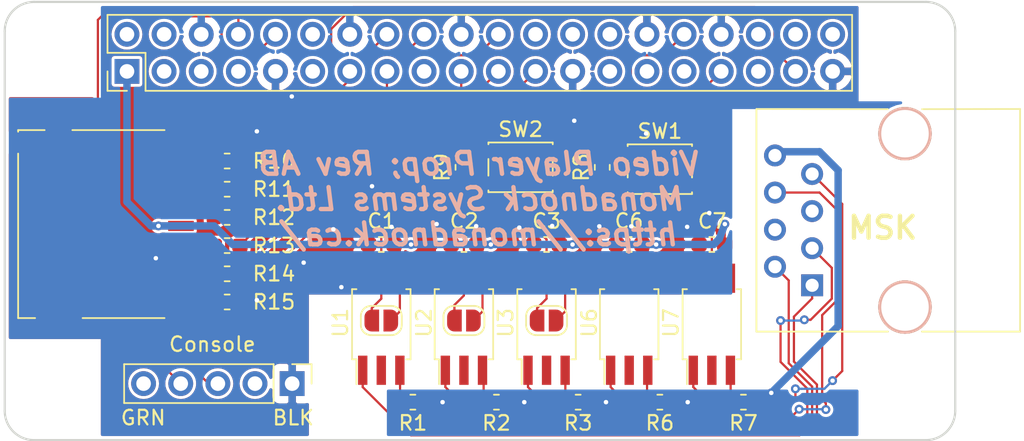
<source format=kicad_pcb>
(kicad_pcb (version 20171130) (host pcbnew 5.1.4)

  (general
    (thickness 1.6)
    (drawings 18)
    (tracks 275)
    (zones 0)
    (modules 36)
    (nets 63)
  )

  (page USLetter)
  (title_block
    (title "Video Prop Board")
    (date 2018-03-09)
    (rev AA)
    (company "Monadnock Systems")
  )

  (layers
    (0 F.Cu signal)
    (31 B.Cu signal hide)
    (33 F.Adhes user hide)
    (35 F.Paste user)
    (36 B.SilkS user hide)
    (37 F.SilkS user hide)
    (38 B.Mask user hide)
    (39 F.Mask user hide)
    (40 Dwgs.User user hide)
    (41 Cmts.User user hide)
    (42 Eco1.User user hide)
    (43 Eco2.User user hide)
    (44 Edge.Cuts user)
    (45 Margin user hide)
    (46 B.CrtYd user hide)
    (47 F.CrtYd user)
    (49 F.Fab user hide)
  )

  (setup
    (last_trace_width 0.1524)
    (trace_clearance 0.1778)
    (zone_clearance 0.2032)
    (zone_45_only yes)
    (trace_min 0.1524)
    (via_size 0.6096)
    (via_drill 0.3048)
    (via_min_size 0.6096)
    (via_min_drill 0.3048)
    (uvia_size 0.3)
    (uvia_drill 0.1)
    (uvias_allowed no)
    (uvia_min_size 0)
    (uvia_min_drill 0)
    (edge_width 0.15)
    (segment_width 0.2)
    (pcb_text_width 0.3)
    (pcb_text_size 1.5 1.5)
    (mod_edge_width 0.15)
    (mod_text_size 1 1)
    (mod_text_width 0.15)
    (pad_size 1.524 1.524)
    (pad_drill 0.762)
    (pad_to_mask_clearance 0)
    (pad_to_paste_clearance -0.0254)
    (aux_axis_origin 0 0)
    (grid_origin 112.94398 94.77052)
    (visible_elements FFFFFF7F)
    (pcbplotparams
      (layerselection 0x010f8_ffffffff)
      (usegerberextensions true)
      (usegerberattributes false)
      (usegerberadvancedattributes false)
      (creategerberjobfile false)
      (excludeedgelayer true)
      (linewidth 0.025400)
      (plotframeref false)
      (viasonmask false)
      (mode 1)
      (useauxorigin false)
      (hpglpennumber 1)
      (hpglpenspeed 20)
      (hpglpendiameter 15.000000)
      (psnegative false)
      (psa4output false)
      (plotreference true)
      (plotvalue true)
      (plotinvisibletext false)
      (padsonsilk false)
      (subtractmaskfromsilk false)
      (outputformat 1)
      (mirror false)
      (drillshape 0)
      (scaleselection 1)
      (outputdirectory "gerber/"))
  )

  (net 0 "")
  (net 1 +3V3)
  (net 2 GND)
  (net 3 +5V)
  (net 4 /RPI_TXO)
  (net 5 /RPI_RXI)
  (net 6 "Net-(J3-Pad2)")
  (net 7 "Net-(J3-Pad3)")
  (net 8 "Net-(J3-Pad4)")
  (net 9 "Net-(J3-Pad5)")
  (net 10 "Net-(J3-Pad6)")
  (net 11 /nRESET)
  (net 12 /nVID_SELECT_1)
  (net 13 /nVID_SELECT_2)
  (net 14 /nVID_START)
  (net 15 /nVID_SELECT_0)
  (net 16 "Net-(J3-Pad1)")
  (net 17 "Net-(J3-Pad7)")
  (net 18 GNDPWR)
  (net 19 "Net-(R1-Pad2)")
  (net 20 "Net-(R2-Pad2)")
  (net 21 "Net-(R3-Pad2)")
  (net 22 "Net-(R6-Pad2)")
  (net 23 "Net-(R7-Pad2)")
  (net 24 "Net-(R8-Pad1)")
  (net 25 "Net-(R9-Pad1)")
  (net 26 "Net-(J1-Pad5)")
  (net 27 "Net-(J1-Pad2)")
  (net 28 "Net-(J2-Pad3)")
  (net 29 "Net-(J2-Pad5)")
  (net 30 "Net-(J2-Pad7)")
  (net 31 "Net-(J2-Pad11)")
  (net 32 "Net-(J2-Pad12)")
  (net 33 /SD_DAT3)
  (net 34 /SD_CLK)
  (net 35 /SD_CMD)
  (net 36 /SD_DAT0)
  (net 37 /SD_DAT1)
  (net 38 "Net-(J2-Pad24)")
  (net 39 "Net-(J2-Pad26)")
  (net 40 "Net-(J2-Pad27)")
  (net 41 "Net-(J2-Pad28)")
  (net 42 "Net-(J2-Pad29)")
  (net 43 "Net-(J2-Pad31)")
  (net 44 "Net-(J2-Pad35)")
  (net 45 "Net-(J2-Pad36)")
  (net 46 /SD_DAT2)
  (net 47 "Net-(J2-Pad38)")
  (net 48 "Net-(J8-Pad10)")
  (net 49 "Net-(J8-Pad11)")
  (net 50 "Net-(J8-Pad9)")
  (net 51 "Net-(U1-Pad2)")
  (net 52 "Net-(U2-Pad2)")
  (net 53 "Net-(U3-Pad2)")
  (net 54 "Net-(U6-Pad2)")
  (net 55 "Net-(U7-Pad2)")
  (net 56 "Net-(J8-Pad1)")
  (net 57 "Net-(J8-Pad2)")
  (net 58 "Net-(J8-Pad3)")
  (net 59 "Net-(J8-Pad5)")
  (net 60 "Net-(J8-Pad7)")
  (net 61 "Net-(J8-Pad8)")
  (net 62 "Net-(J2-Pad40)")

  (net_class Default "This is the default net class."
    (clearance 0.1778)
    (trace_width 0.1524)
    (via_dia 0.6096)
    (via_drill 0.3048)
    (uvia_dia 0.3)
    (uvia_drill 0.1)
    (add_net +3V3)
    (add_net /RPI_RXI)
    (add_net /RPI_TXO)
    (add_net /SD_CLK)
    (add_net /SD_CMD)
    (add_net /SD_DAT0)
    (add_net /SD_DAT1)
    (add_net /SD_DAT2)
    (add_net /SD_DAT3)
    (add_net /nRESET)
    (add_net /nVID_SELECT_0)
    (add_net /nVID_SELECT_1)
    (add_net /nVID_SELECT_2)
    (add_net /nVID_START)
    (add_net GND)
    (add_net GNDPWR)
    (add_net "Net-(J1-Pad2)")
    (add_net "Net-(J1-Pad5)")
    (add_net "Net-(J2-Pad11)")
    (add_net "Net-(J2-Pad12)")
    (add_net "Net-(J2-Pad24)")
    (add_net "Net-(J2-Pad26)")
    (add_net "Net-(J2-Pad27)")
    (add_net "Net-(J2-Pad28)")
    (add_net "Net-(J2-Pad29)")
    (add_net "Net-(J2-Pad3)")
    (add_net "Net-(J2-Pad31)")
    (add_net "Net-(J2-Pad35)")
    (add_net "Net-(J2-Pad36)")
    (add_net "Net-(J2-Pad38)")
    (add_net "Net-(J2-Pad40)")
    (add_net "Net-(J2-Pad5)")
    (add_net "Net-(J2-Pad7)")
    (add_net "Net-(J3-Pad1)")
    (add_net "Net-(J3-Pad2)")
    (add_net "Net-(J3-Pad3)")
    (add_net "Net-(J3-Pad4)")
    (add_net "Net-(J3-Pad5)")
    (add_net "Net-(J3-Pad6)")
    (add_net "Net-(J3-Pad7)")
    (add_net "Net-(J8-Pad1)")
    (add_net "Net-(J8-Pad10)")
    (add_net "Net-(J8-Pad11)")
    (add_net "Net-(J8-Pad2)")
    (add_net "Net-(J8-Pad3)")
    (add_net "Net-(J8-Pad5)")
    (add_net "Net-(J8-Pad7)")
    (add_net "Net-(J8-Pad8)")
    (add_net "Net-(J8-Pad9)")
    (add_net "Net-(R1-Pad2)")
    (add_net "Net-(R2-Pad2)")
    (add_net "Net-(R3-Pad2)")
    (add_net "Net-(R6-Pad2)")
    (add_net "Net-(R7-Pad2)")
    (add_net "Net-(R8-Pad1)")
    (add_net "Net-(R9-Pad1)")
    (add_net "Net-(U1-Pad2)")
    (add_net "Net-(U2-Pad2)")
    (add_net "Net-(U3-Pad2)")
    (add_net "Net-(U6-Pad2)")
    (add_net "Net-(U7-Pad2)")
  )

  (net_class Power ""
    (clearance 0.1778)
    (trace_width 0.3048)
    (via_dia 0.6096)
    (via_drill 0.3048)
    (uvia_dia 0.3)
    (uvia_drill 0.1)
    (add_net +5V)
  )

  (module Resistor_SMD:R_0603_1608Metric_Pad1.05x0.95mm_HandSolder (layer F.Cu) (tedit 5B301BBD) (tstamp 5D7056D8)
    (at 133.13698 119.91652 180)
    (descr "Resistor SMD 0603 (1608 Metric), square (rectangular) end terminal, IPC_7351 nominal with elongated pad for handsoldering. (Body size source: http://www.tortai-tech.com/upload/download/2011102023233369053.pdf), generated with kicad-footprint-generator")
    (tags "resistor handsolder")
    (path /5D798C7C)
    (attr smd)
    (fp_text reference R2 (at 0 -1.43) (layer F.SilkS)
      (effects (font (size 1 1) (thickness 0.15)))
    )
    (fp_text value 4k (at 0 1.43) (layer F.Fab)
      (effects (font (size 1 1) (thickness 0.15)))
    )
    (fp_line (start -0.8 0.4) (end -0.8 -0.4) (layer F.Fab) (width 0.1))
    (fp_line (start -0.8 -0.4) (end 0.8 -0.4) (layer F.Fab) (width 0.1))
    (fp_line (start 0.8 -0.4) (end 0.8 0.4) (layer F.Fab) (width 0.1))
    (fp_line (start 0.8 0.4) (end -0.8 0.4) (layer F.Fab) (width 0.1))
    (fp_line (start -0.171267 -0.51) (end 0.171267 -0.51) (layer F.SilkS) (width 0.12))
    (fp_line (start -0.171267 0.51) (end 0.171267 0.51) (layer F.SilkS) (width 0.12))
    (fp_line (start -1.65 0.73) (end -1.65 -0.73) (layer F.CrtYd) (width 0.05))
    (fp_line (start -1.65 -0.73) (end 1.65 -0.73) (layer F.CrtYd) (width 0.05))
    (fp_line (start 1.65 -0.73) (end 1.65 0.73) (layer F.CrtYd) (width 0.05))
    (fp_line (start 1.65 0.73) (end -1.65 0.73) (layer F.CrtYd) (width 0.05))
    (fp_text user %R (at 0 0) (layer F.Fab)
      (effects (font (size 0.4 0.4) (thickness 0.06)))
    )
    (pad 1 smd roundrect (at -0.875 0 180) (size 1.05 0.95) (layers F.Cu F.Paste F.Mask) (roundrect_rratio 0.25)
      (net 18 GNDPWR))
    (pad 2 smd roundrect (at 0.875 0 180) (size 1.05 0.95) (layers F.Cu F.Paste F.Mask) (roundrect_rratio 0.25)
      (net 20 "Net-(R2-Pad2)"))
    (model ${KISYS3DMOD}/Resistor_SMD.3dshapes/R_0603_1608Metric.wrl
      (at (xyz 0 0 0))
      (scale (xyz 1 1 1))
      (rotate (xyz 0 0 0))
    )
  )

  (module Resistor_SMD:R_0603_1608Metric_Pad1.05x0.95mm_HandSolder (layer F.Cu) (tedit 5B301BBD) (tstamp 5D705EEF)
    (at 144.31298 119.91652 180)
    (descr "Resistor SMD 0603 (1608 Metric), square (rectangular) end terminal, IPC_7351 nominal with elongated pad for handsoldering. (Body size source: http://www.tortai-tech.com/upload/download/2011102023233369053.pdf), generated with kicad-footprint-generator")
    (tags "resistor handsolder")
    (path /5D7AF2BF)
    (attr smd)
    (fp_text reference R6 (at 0 -1.43) (layer F.SilkS)
      (effects (font (size 1 1) (thickness 0.15)))
    )
    (fp_text value 4k (at 0 1.43) (layer F.Fab)
      (effects (font (size 1 1) (thickness 0.15)))
    )
    (fp_line (start -0.8 0.4) (end -0.8 -0.4) (layer F.Fab) (width 0.1))
    (fp_line (start -0.8 -0.4) (end 0.8 -0.4) (layer F.Fab) (width 0.1))
    (fp_line (start 0.8 -0.4) (end 0.8 0.4) (layer F.Fab) (width 0.1))
    (fp_line (start 0.8 0.4) (end -0.8 0.4) (layer F.Fab) (width 0.1))
    (fp_line (start -0.171267 -0.51) (end 0.171267 -0.51) (layer F.SilkS) (width 0.12))
    (fp_line (start -0.171267 0.51) (end 0.171267 0.51) (layer F.SilkS) (width 0.12))
    (fp_line (start -1.65 0.73) (end -1.65 -0.73) (layer F.CrtYd) (width 0.05))
    (fp_line (start -1.65 -0.73) (end 1.65 -0.73) (layer F.CrtYd) (width 0.05))
    (fp_line (start 1.65 -0.73) (end 1.65 0.73) (layer F.CrtYd) (width 0.05))
    (fp_line (start 1.65 0.73) (end -1.65 0.73) (layer F.CrtYd) (width 0.05))
    (fp_text user %R (at 0 0) (layer F.Fab)
      (effects (font (size 0.4 0.4) (thickness 0.06)))
    )
    (pad 1 smd roundrect (at -0.875 0 180) (size 1.05 0.95) (layers F.Cu F.Paste F.Mask) (roundrect_rratio 0.25)
      (net 18 GNDPWR))
    (pad 2 smd roundrect (at 0.875 0 180) (size 1.05 0.95) (layers F.Cu F.Paste F.Mask) (roundrect_rratio 0.25)
      (net 22 "Net-(R6-Pad2)"))
    (model ${KISYS3DMOD}/Resistor_SMD.3dshapes/R_0603_1608Metric.wrl
      (at (xyz 0 0 0))
      (scale (xyz 1 1 1))
      (rotate (xyz 0 0 0))
    )
  )

  (module Jumper:SolderJumper-2_P1.3mm_Open_RoundedPad1.0x1.5mm (layer F.Cu) (tedit 5B391E66) (tstamp 5D708E7B)
    (at 125.26298 114.32852)
    (descr "SMD Solder Jumper, 1x1.5mm, rounded Pads, 0.3mm gap, open")
    (tags "solder jumper open")
    (path /5DB580A3)
    (attr virtual)
    (fp_text reference JP1 (at 2.667 0) (layer F.SilkS) hide
      (effects (font (size 1 1) (thickness 0.15)))
    )
    (fp_text value SolderJumper_2_Open (at 0 1.9) (layer F.Fab)
      (effects (font (size 1 1) (thickness 0.15)))
    )
    (fp_arc (start 0.7 -0.3) (end 1.4 -0.3) (angle -90) (layer F.SilkS) (width 0.12))
    (fp_arc (start 0.7 0.3) (end 0.7 1) (angle -90) (layer F.SilkS) (width 0.12))
    (fp_arc (start -0.7 0.3) (end -1.4 0.3) (angle -90) (layer F.SilkS) (width 0.12))
    (fp_arc (start -0.7 -0.3) (end -0.7 -1) (angle -90) (layer F.SilkS) (width 0.12))
    (fp_line (start -1.4 0.3) (end -1.4 -0.3) (layer F.SilkS) (width 0.12))
    (fp_line (start 0.7 1) (end -0.7 1) (layer F.SilkS) (width 0.12))
    (fp_line (start 1.4 -0.3) (end 1.4 0.3) (layer F.SilkS) (width 0.12))
    (fp_line (start -0.7 -1) (end 0.7 -1) (layer F.SilkS) (width 0.12))
    (fp_line (start -1.65 -1.25) (end 1.65 -1.25) (layer F.CrtYd) (width 0.05))
    (fp_line (start -1.65 -1.25) (end -1.65 1.25) (layer F.CrtYd) (width 0.05))
    (fp_line (start 1.65 1.25) (end 1.65 -1.25) (layer F.CrtYd) (width 0.05))
    (fp_line (start 1.65 1.25) (end -1.65 1.25) (layer F.CrtYd) (width 0.05))
    (pad 1 smd custom (at -0.65 0) (size 1 0.5) (layers F.Cu F.Mask)
      (net 15 /nVID_SELECT_0) (zone_connect 2)
      (options (clearance outline) (anchor rect))
      (primitives
        (gr_circle (center 0 0.25) (end 0.5 0.25) (width 0))
        (gr_circle (center 0 -0.25) (end 0.5 -0.25) (width 0))
        (gr_poly (pts
           (xy 0 -0.75) (xy 0.5 -0.75) (xy 0.5 0.75) (xy 0 0.75)) (width 0))
      ))
    (pad 2 smd custom (at 0.65 0) (size 1 0.5) (layers F.Cu F.Mask)
      (net 1 +3V3) (zone_connect 2)
      (options (clearance outline) (anchor rect))
      (primitives
        (gr_circle (center 0 0.25) (end 0.5 0.25) (width 0))
        (gr_circle (center 0 -0.25) (end 0.5 -0.25) (width 0))
        (gr_poly (pts
           (xy 0 -0.75) (xy -0.5 -0.75) (xy -0.5 0.75) (xy 0 0.75)) (width 0))
      ))
  )

  (module Resistor_SMD:R_0603_1608Metric_Pad1.05x0.95mm_HandSolder (layer F.Cu) (tedit 5B301BBD) (tstamp 5D719C20)
    (at 114.72198 109.19772 180)
    (descr "Resistor SMD 0603 (1608 Metric), square (rectangular) end terminal, IPC_7351 nominal with elongated pad for handsoldering. (Body size source: http://www.tortai-tech.com/upload/download/2011102023233369053.pdf), generated with kicad-footprint-generator")
    (tags "resistor handsolder")
    (path /5D8500F9)
    (attr smd)
    (fp_text reference R13 (at -3.2004 0) (layer F.SilkS)
      (effects (font (size 1 1) (thickness 0.15)))
    )
    (fp_text value 33 (at 0 1.43) (layer F.Fab)
      (effects (font (size 1 1) (thickness 0.15)))
    )
    (fp_text user %R (at 0 0) (layer F.Fab)
      (effects (font (size 0.4 0.4) (thickness 0.06)))
    )
    (fp_line (start 1.65 0.73) (end -1.65 0.73) (layer F.CrtYd) (width 0.05))
    (fp_line (start 1.65 -0.73) (end 1.65 0.73) (layer F.CrtYd) (width 0.05))
    (fp_line (start -1.65 -0.73) (end 1.65 -0.73) (layer F.CrtYd) (width 0.05))
    (fp_line (start -1.65 0.73) (end -1.65 -0.73) (layer F.CrtYd) (width 0.05))
    (fp_line (start -0.171267 0.51) (end 0.171267 0.51) (layer F.SilkS) (width 0.12))
    (fp_line (start -0.171267 -0.51) (end 0.171267 -0.51) (layer F.SilkS) (width 0.12))
    (fp_line (start 0.8 0.4) (end -0.8 0.4) (layer F.Fab) (width 0.1))
    (fp_line (start 0.8 -0.4) (end 0.8 0.4) (layer F.Fab) (width 0.1))
    (fp_line (start -0.8 -0.4) (end 0.8 -0.4) (layer F.Fab) (width 0.1))
    (fp_line (start -0.8 0.4) (end -0.8 -0.4) (layer F.Fab) (width 0.1))
    (pad 2 smd roundrect (at 0.875 0 180) (size 1.05 0.95) (layers F.Cu F.Paste F.Mask) (roundrect_rratio 0.25)
      (net 59 "Net-(J8-Pad5)"))
    (pad 1 smd roundrect (at -0.875 0 180) (size 1.05 0.95) (layers F.Cu F.Paste F.Mask) (roundrect_rratio 0.25)
      (net 34 /SD_CLK))
    (model ${KISYS3DMOD}/Resistor_SMD.3dshapes/R_0603_1608Metric.wrl
      (at (xyz 0 0 0))
      (scale (xyz 1 1 1))
      (rotate (xyz 0 0 0))
    )
  )

  (module Button_Switch_SMD:SW_SPST_PTS810 (layer F.Cu) (tedit 5B0610A8) (tstamp 5D719AFB)
    (at 134.78798 103.83832)
    (descr "C&K Components, PTS 810 Series, Microminiature SMT Top Actuated, http://www.ckswitches.com/media/1476/pts810.pdf")
    (tags "SPST Button Switch")
    (path /5D8DF7E0)
    (attr smd)
    (fp_text reference SW2 (at 0 -2.6) (layer F.SilkS)
      (effects (font (size 1 1) (thickness 0.15)))
    )
    (fp_text value START (at 0 2.6) (layer F.Fab)
      (effects (font (size 1 1) (thickness 0.15)))
    )
    (fp_arc (start 0.4 0) (end 0.4 -1.1) (angle 180) (layer F.Fab) (width 0.1))
    (fp_line (start 2.1 1.6) (end 2.1 -1.6) (layer F.Fab) (width 0.1))
    (fp_line (start 2.1 -1.6) (end -2.1 -1.6) (layer F.Fab) (width 0.1))
    (fp_line (start -2.1 -1.6) (end -2.1 1.6) (layer F.Fab) (width 0.1))
    (fp_line (start -2.1 1.6) (end 2.1 1.6) (layer F.Fab) (width 0.1))
    (fp_arc (start -0.4 0) (end -0.4 1.1) (angle 180) (layer F.Fab) (width 0.1))
    (fp_line (start -0.4 -1.1) (end 0.4 -1.1) (layer F.Fab) (width 0.1))
    (fp_line (start 0.4 1.1) (end -0.4 1.1) (layer F.Fab) (width 0.1))
    (fp_line (start 2.2 -1.7) (end -2.2 -1.7) (layer F.SilkS) (width 0.12))
    (fp_line (start -2.2 -1.7) (end -2.2 -1.58) (layer F.SilkS) (width 0.12))
    (fp_line (start -2.2 -0.57) (end -2.2 0.57) (layer F.SilkS) (width 0.12))
    (fp_line (start -2.2 1.58) (end -2.2 1.7) (layer F.SilkS) (width 0.12))
    (fp_line (start -2.2 1.7) (end 2.2 1.7) (layer F.SilkS) (width 0.12))
    (fp_line (start 2.2 1.7) (end 2.2 1.58) (layer F.SilkS) (width 0.12))
    (fp_line (start 2.2 0.57) (end 2.2 -0.57) (layer F.SilkS) (width 0.12))
    (fp_line (start 2.2 -1.58) (end 2.2 -1.7) (layer F.SilkS) (width 0.12))
    (fp_text user %R (at 0 0) (layer F.Fab)
      (effects (font (size 0.6 0.6) (thickness 0.09)))
    )
    (fp_line (start 2.85 -1.85) (end 2.85 1.85) (layer F.CrtYd) (width 0.05))
    (fp_line (start 2.85 1.85) (end -2.85 1.85) (layer F.CrtYd) (width 0.05))
    (fp_line (start -2.85 1.85) (end -2.85 -1.85) (layer F.CrtYd) (width 0.05))
    (fp_line (start -2.85 -1.85) (end 2.85 -1.85) (layer F.CrtYd) (width 0.05))
    (pad 2 smd rect (at 2.075 1.075) (size 1.05 0.65) (layers F.Cu F.Paste F.Mask)
      (net 14 /nVID_START))
    (pad 2 smd rect (at -2.075 1.075) (size 1.05 0.65) (layers F.Cu F.Paste F.Mask)
      (net 14 /nVID_START))
    (pad 1 smd rect (at 2.075 -1.075) (size 1.05 0.65) (layers F.Cu F.Paste F.Mask)
      (net 2 GND))
    (pad 1 smd rect (at -2.075 -1.075) (size 1.05 0.65) (layers F.Cu F.Paste F.Mask)
      (net 2 GND))
    (model ${KISYS3DMOD}/Button_Switch_SMD.3dshapes/SW_SPST_PTS810.wrl
      (at (xyz 0 0 0))
      (scale (xyz 1 1 1))
      (rotate (xyz 0 0 0))
    )
  )

  (module Button_Switch_SMD:SW_SPST_PTS810 (layer F.Cu) (tedit 5B0610A8) (tstamp 5D71C66B)
    (at 144.31298 103.96532)
    (descr "C&K Components, PTS 810 Series, Microminiature SMT Top Actuated, http://www.ckswitches.com/media/1476/pts810.pdf")
    (tags "SPST Button Switch")
    (path /5AA18762)
    (attr smd)
    (fp_text reference SW1 (at 0 -2.6) (layer F.SilkS)
      (effects (font (size 1 1) (thickness 0.15)))
    )
    (fp_text value RESET (at 0 2.6) (layer F.Fab)
      (effects (font (size 1 1) (thickness 0.15)))
    )
    (fp_arc (start 0.4 0) (end 0.4 -1.1) (angle 180) (layer F.Fab) (width 0.1))
    (fp_line (start 2.1 1.6) (end 2.1 -1.6) (layer F.Fab) (width 0.1))
    (fp_line (start 2.1 -1.6) (end -2.1 -1.6) (layer F.Fab) (width 0.1))
    (fp_line (start -2.1 -1.6) (end -2.1 1.6) (layer F.Fab) (width 0.1))
    (fp_line (start -2.1 1.6) (end 2.1 1.6) (layer F.Fab) (width 0.1))
    (fp_arc (start -0.4 0) (end -0.4 1.1) (angle 180) (layer F.Fab) (width 0.1))
    (fp_line (start -0.4 -1.1) (end 0.4 -1.1) (layer F.Fab) (width 0.1))
    (fp_line (start 0.4 1.1) (end -0.4 1.1) (layer F.Fab) (width 0.1))
    (fp_line (start 2.2 -1.7) (end -2.2 -1.7) (layer F.SilkS) (width 0.12))
    (fp_line (start -2.2 -1.7) (end -2.2 -1.58) (layer F.SilkS) (width 0.12))
    (fp_line (start -2.2 -0.57) (end -2.2 0.57) (layer F.SilkS) (width 0.12))
    (fp_line (start -2.2 1.58) (end -2.2 1.7) (layer F.SilkS) (width 0.12))
    (fp_line (start -2.2 1.7) (end 2.2 1.7) (layer F.SilkS) (width 0.12))
    (fp_line (start 2.2 1.7) (end 2.2 1.58) (layer F.SilkS) (width 0.12))
    (fp_line (start 2.2 0.57) (end 2.2 -0.57) (layer F.SilkS) (width 0.12))
    (fp_line (start 2.2 -1.58) (end 2.2 -1.7) (layer F.SilkS) (width 0.12))
    (fp_text user %R (at 0 0) (layer F.Fab)
      (effects (font (size 0.6 0.6) (thickness 0.09)))
    )
    (fp_line (start 2.85 -1.85) (end 2.85 1.85) (layer F.CrtYd) (width 0.05))
    (fp_line (start 2.85 1.85) (end -2.85 1.85) (layer F.CrtYd) (width 0.05))
    (fp_line (start -2.85 1.85) (end -2.85 -1.85) (layer F.CrtYd) (width 0.05))
    (fp_line (start -2.85 -1.85) (end 2.85 -1.85) (layer F.CrtYd) (width 0.05))
    (pad 2 smd rect (at 2.075 1.075) (size 1.05 0.65) (layers F.Cu F.Paste F.Mask)
      (net 11 /nRESET))
    (pad 2 smd rect (at -2.075 1.075) (size 1.05 0.65) (layers F.Cu F.Paste F.Mask)
      (net 11 /nRESET))
    (pad 1 smd rect (at 2.075 -1.075) (size 1.05 0.65) (layers F.Cu F.Paste F.Mask)
      (net 2 GND))
    (pad 1 smd rect (at -2.075 -1.075) (size 1.05 0.65) (layers F.Cu F.Paste F.Mask)
      (net 2 GND))
    (model ${KISYS3DMOD}/Button_Switch_SMD.3dshapes/SW_SPST_PTS810.wrl
      (at (xyz 0 0 0))
      (scale (xyz 1 1 1))
      (rotate (xyz 0 0 0))
    )
  )

  (module Resistor_SMD:R_0603_1608Metric_Pad1.05x0.95mm_HandSolder (layer F.Cu) (tedit 5B301BBD) (tstamp 5D719C42)
    (at 114.72198 113.05852 180)
    (descr "Resistor SMD 0603 (1608 Metric), square (rectangular) end terminal, IPC_7351 nominal with elongated pad for handsoldering. (Body size source: http://www.tortai-tech.com/upload/download/2011102023233369053.pdf), generated with kicad-footprint-generator")
    (tags "resistor handsolder")
    (path /5D851091)
    (attr smd)
    (fp_text reference R15 (at -3.2004 0) (layer F.SilkS)
      (effects (font (size 1 1) (thickness 0.15)))
    )
    (fp_text value 33 (at 0 1.43) (layer F.Fab)
      (effects (font (size 1 1) (thickness 0.15)))
    )
    (fp_text user %R (at 0 0) (layer F.Fab)
      (effects (font (size 0.4 0.4) (thickness 0.06)))
    )
    (fp_line (start 1.65 0.73) (end -1.65 0.73) (layer F.CrtYd) (width 0.05))
    (fp_line (start 1.65 -0.73) (end 1.65 0.73) (layer F.CrtYd) (width 0.05))
    (fp_line (start -1.65 -0.73) (end 1.65 -0.73) (layer F.CrtYd) (width 0.05))
    (fp_line (start -1.65 0.73) (end -1.65 -0.73) (layer F.CrtYd) (width 0.05))
    (fp_line (start -0.171267 0.51) (end 0.171267 0.51) (layer F.SilkS) (width 0.12))
    (fp_line (start -0.171267 -0.51) (end 0.171267 -0.51) (layer F.SilkS) (width 0.12))
    (fp_line (start 0.8 0.4) (end -0.8 0.4) (layer F.Fab) (width 0.1))
    (fp_line (start 0.8 -0.4) (end 0.8 0.4) (layer F.Fab) (width 0.1))
    (fp_line (start -0.8 -0.4) (end 0.8 -0.4) (layer F.Fab) (width 0.1))
    (fp_line (start -0.8 0.4) (end -0.8 -0.4) (layer F.Fab) (width 0.1))
    (pad 2 smd roundrect (at 0.875 0 180) (size 1.05 0.95) (layers F.Cu F.Paste F.Mask) (roundrect_rratio 0.25)
      (net 61 "Net-(J8-Pad8)"))
    (pad 1 smd roundrect (at -0.875 0 180) (size 1.05 0.95) (layers F.Cu F.Paste F.Mask) (roundrect_rratio 0.25)
      (net 37 /SD_DAT1))
    (model ${KISYS3DMOD}/Resistor_SMD.3dshapes/R_0603_1608Metric.wrl
      (at (xyz 0 0 0))
      (scale (xyz 1 1 1))
      (rotate (xyz 0 0 0))
    )
  )

  (module Resistor_SMD:R_0603_1608Metric_Pad1.05x0.95mm_HandSolder (layer F.Cu) (tedit 5B301BBD) (tstamp 5D719C31)
    (at 114.72198 111.12812 180)
    (descr "Resistor SMD 0603 (1608 Metric), square (rectangular) end terminal, IPC_7351 nominal with elongated pad for handsoldering. (Body size source: http://www.tortai-tech.com/upload/download/2011102023233369053.pdf), generated with kicad-footprint-generator")
    (tags "resistor handsolder")
    (path /5D85089D)
    (attr smd)
    (fp_text reference R14 (at -3.2004 0) (layer F.SilkS)
      (effects (font (size 1 1) (thickness 0.15)))
    )
    (fp_text value 33 (at 0 1.43) (layer F.Fab)
      (effects (font (size 1 1) (thickness 0.15)))
    )
    (fp_text user %R (at 0 0) (layer F.Fab)
      (effects (font (size 0.4 0.4) (thickness 0.06)))
    )
    (fp_line (start 1.65 0.73) (end -1.65 0.73) (layer F.CrtYd) (width 0.05))
    (fp_line (start 1.65 -0.73) (end 1.65 0.73) (layer F.CrtYd) (width 0.05))
    (fp_line (start -1.65 -0.73) (end 1.65 -0.73) (layer F.CrtYd) (width 0.05))
    (fp_line (start -1.65 0.73) (end -1.65 -0.73) (layer F.CrtYd) (width 0.05))
    (fp_line (start -0.171267 0.51) (end 0.171267 0.51) (layer F.SilkS) (width 0.12))
    (fp_line (start -0.171267 -0.51) (end 0.171267 -0.51) (layer F.SilkS) (width 0.12))
    (fp_line (start 0.8 0.4) (end -0.8 0.4) (layer F.Fab) (width 0.1))
    (fp_line (start 0.8 -0.4) (end 0.8 0.4) (layer F.Fab) (width 0.1))
    (fp_line (start -0.8 -0.4) (end 0.8 -0.4) (layer F.Fab) (width 0.1))
    (fp_line (start -0.8 0.4) (end -0.8 -0.4) (layer F.Fab) (width 0.1))
    (pad 2 smd roundrect (at 0.875 0 180) (size 1.05 0.95) (layers F.Cu F.Paste F.Mask) (roundrect_rratio 0.25)
      (net 60 "Net-(J8-Pad7)"))
    (pad 1 smd roundrect (at -0.875 0 180) (size 1.05 0.95) (layers F.Cu F.Paste F.Mask) (roundrect_rratio 0.25)
      (net 36 /SD_DAT0))
    (model ${KISYS3DMOD}/Resistor_SMD.3dshapes/R_0603_1608Metric.wrl
      (at (xyz 0 0 0))
      (scale (xyz 1 1 1))
      (rotate (xyz 0 0 0))
    )
  )

  (module Resistor_SMD:R_0603_1608Metric_Pad1.05x0.95mm_HandSolder (layer F.Cu) (tedit 5B301BBD) (tstamp 5D719C0F)
    (at 114.72198 107.26732 180)
    (descr "Resistor SMD 0603 (1608 Metric), square (rectangular) end terminal, IPC_7351 nominal with elongated pad for handsoldering. (Body size source: http://www.tortai-tech.com/upload/download/2011102023233369053.pdf), generated with kicad-footprint-generator")
    (tags "resistor handsolder")
    (path /5D84F952)
    (attr smd)
    (fp_text reference R12 (at -3.2004 0) (layer F.SilkS)
      (effects (font (size 1 1) (thickness 0.15)))
    )
    (fp_text value 33 (at 0 1.43) (layer F.Fab)
      (effects (font (size 1 1) (thickness 0.15)))
    )
    (fp_text user %R (at 0 0) (layer F.Fab)
      (effects (font (size 0.4 0.4) (thickness 0.06)))
    )
    (fp_line (start 1.65 0.73) (end -1.65 0.73) (layer F.CrtYd) (width 0.05))
    (fp_line (start 1.65 -0.73) (end 1.65 0.73) (layer F.CrtYd) (width 0.05))
    (fp_line (start -1.65 -0.73) (end 1.65 -0.73) (layer F.CrtYd) (width 0.05))
    (fp_line (start -1.65 0.73) (end -1.65 -0.73) (layer F.CrtYd) (width 0.05))
    (fp_line (start -0.171267 0.51) (end 0.171267 0.51) (layer F.SilkS) (width 0.12))
    (fp_line (start -0.171267 -0.51) (end 0.171267 -0.51) (layer F.SilkS) (width 0.12))
    (fp_line (start 0.8 0.4) (end -0.8 0.4) (layer F.Fab) (width 0.1))
    (fp_line (start 0.8 -0.4) (end 0.8 0.4) (layer F.Fab) (width 0.1))
    (fp_line (start -0.8 -0.4) (end 0.8 -0.4) (layer F.Fab) (width 0.1))
    (fp_line (start -0.8 0.4) (end -0.8 -0.4) (layer F.Fab) (width 0.1))
    (pad 2 smd roundrect (at 0.875 0 180) (size 1.05 0.95) (layers F.Cu F.Paste F.Mask) (roundrect_rratio 0.25)
      (net 58 "Net-(J8-Pad3)"))
    (pad 1 smd roundrect (at -0.875 0 180) (size 1.05 0.95) (layers F.Cu F.Paste F.Mask) (roundrect_rratio 0.25)
      (net 35 /SD_CMD))
    (model ${KISYS3DMOD}/Resistor_SMD.3dshapes/R_0603_1608Metric.wrl
      (at (xyz 0 0 0))
      (scale (xyz 1 1 1))
      (rotate (xyz 0 0 0))
    )
  )

  (module Resistor_SMD:R_0603_1608Metric_Pad1.05x0.95mm_HandSolder (layer F.Cu) (tedit 5B301BBD) (tstamp 5D719BFE)
    (at 114.72198 105.33692 180)
    (descr "Resistor SMD 0603 (1608 Metric), square (rectangular) end terminal, IPC_7351 nominal with elongated pad for handsoldering. (Body size source: http://www.tortai-tech.com/upload/download/2011102023233369053.pdf), generated with kicad-footprint-generator")
    (tags "resistor handsolder")
    (path /5D84F133)
    (attr smd)
    (fp_text reference R11 (at -3.2004 0) (layer F.SilkS)
      (effects (font (size 1 1) (thickness 0.15)))
    )
    (fp_text value 33 (at 0 1.43) (layer F.Fab)
      (effects (font (size 1 1) (thickness 0.15)))
    )
    (fp_text user %R (at 0 0) (layer F.Fab)
      (effects (font (size 0.4 0.4) (thickness 0.06)))
    )
    (fp_line (start 1.65 0.73) (end -1.65 0.73) (layer F.CrtYd) (width 0.05))
    (fp_line (start 1.65 -0.73) (end 1.65 0.73) (layer F.CrtYd) (width 0.05))
    (fp_line (start -1.65 -0.73) (end 1.65 -0.73) (layer F.CrtYd) (width 0.05))
    (fp_line (start -1.65 0.73) (end -1.65 -0.73) (layer F.CrtYd) (width 0.05))
    (fp_line (start -0.171267 0.51) (end 0.171267 0.51) (layer F.SilkS) (width 0.12))
    (fp_line (start -0.171267 -0.51) (end 0.171267 -0.51) (layer F.SilkS) (width 0.12))
    (fp_line (start 0.8 0.4) (end -0.8 0.4) (layer F.Fab) (width 0.1))
    (fp_line (start 0.8 -0.4) (end 0.8 0.4) (layer F.Fab) (width 0.1))
    (fp_line (start -0.8 -0.4) (end 0.8 -0.4) (layer F.Fab) (width 0.1))
    (fp_line (start -0.8 0.4) (end -0.8 -0.4) (layer F.Fab) (width 0.1))
    (pad 2 smd roundrect (at 0.875 0 180) (size 1.05 0.95) (layers F.Cu F.Paste F.Mask) (roundrect_rratio 0.25)
      (net 57 "Net-(J8-Pad2)"))
    (pad 1 smd roundrect (at -0.875 0 180) (size 1.05 0.95) (layers F.Cu F.Paste F.Mask) (roundrect_rratio 0.25)
      (net 33 /SD_DAT3))
    (model ${KISYS3DMOD}/Resistor_SMD.3dshapes/R_0603_1608Metric.wrl
      (at (xyz 0 0 0))
      (scale (xyz 1 1 1))
      (rotate (xyz 0 0 0))
    )
  )

  (module Resistor_SMD:R_0603_1608Metric_Pad1.05x0.95mm_HandSolder (layer F.Cu) (tedit 5B301BBD) (tstamp 5D719BED)
    (at 114.72198 103.40652 180)
    (descr "Resistor SMD 0603 (1608 Metric), square (rectangular) end terminal, IPC_7351 nominal with elongated pad for handsoldering. (Body size source: http://www.tortai-tech.com/upload/download/2011102023233369053.pdf), generated with kicad-footprint-generator")
    (tags "resistor handsolder")
    (path /5D845C03)
    (attr smd)
    (fp_text reference R10 (at -3.2004 0) (layer F.SilkS)
      (effects (font (size 1 1) (thickness 0.15)))
    )
    (fp_text value 33 (at 0 1.43) (layer F.Fab)
      (effects (font (size 1 1) (thickness 0.15)))
    )
    (fp_text user %R (at 0 0) (layer F.Fab)
      (effects (font (size 0.4 0.4) (thickness 0.06)))
    )
    (fp_line (start 1.65 0.73) (end -1.65 0.73) (layer F.CrtYd) (width 0.05))
    (fp_line (start 1.65 -0.73) (end 1.65 0.73) (layer F.CrtYd) (width 0.05))
    (fp_line (start -1.65 -0.73) (end 1.65 -0.73) (layer F.CrtYd) (width 0.05))
    (fp_line (start -1.65 0.73) (end -1.65 -0.73) (layer F.CrtYd) (width 0.05))
    (fp_line (start -0.171267 0.51) (end 0.171267 0.51) (layer F.SilkS) (width 0.12))
    (fp_line (start -0.171267 -0.51) (end 0.171267 -0.51) (layer F.SilkS) (width 0.12))
    (fp_line (start 0.8 0.4) (end -0.8 0.4) (layer F.Fab) (width 0.1))
    (fp_line (start 0.8 -0.4) (end 0.8 0.4) (layer F.Fab) (width 0.1))
    (fp_line (start -0.8 -0.4) (end 0.8 -0.4) (layer F.Fab) (width 0.1))
    (fp_line (start -0.8 0.4) (end -0.8 -0.4) (layer F.Fab) (width 0.1))
    (pad 2 smd roundrect (at 0.875 0 180) (size 1.05 0.95) (layers F.Cu F.Paste F.Mask) (roundrect_rratio 0.25)
      (net 56 "Net-(J8-Pad1)"))
    (pad 1 smd roundrect (at -0.875 0 180) (size 1.05 0.95) (layers F.Cu F.Paste F.Mask) (roundrect_rratio 0.25)
      (net 46 /SD_DAT2))
    (model ${KISYS3DMOD}/Resistor_SMD.3dshapes/R_0603_1608Metric.wrl
      (at (xyz 0 0 0))
      (scale (xyz 1 1 1))
      (rotate (xyz 0 0 0))
    )
  )

  (module Connector_Card:microSD_HC_Hirose_DM3D-SF (layer F.Cu) (tedit 5B82D16A) (tstamp 5D718B7C)
    (at 106.21298 107.72452 90)
    (descr "Micro SD, SMD, right-angle, push-pull (https://media.digikey.com/PDF/Data%20Sheets/Hirose%20PDFs/DM3D-SF.pdf)")
    (tags "Micro SD")
    (path /5D71BE60)
    (attr smd)
    (fp_text reference J8 (at -0.025 -7.625 90) (layer F.SilkS) hide
      (effects (font (size 1 1) (thickness 0.15)))
    )
    (fp_text value Micro_SD_Card (at -0.025 6.975 90) (layer F.Fab)
      (effects (font (size 1 1) (thickness 0.15)))
    )
    (fp_arc (start 5.475 5.475) (end 5.475 5.725) (angle 90) (layer F.Fab) (width 0.1))
    (fp_arc (start 4.725 4.425) (end 4.725 3.925) (angle 90) (layer F.Fab) (width 0.1))
    (fp_arc (start -5.525 5.475) (end -5.275 5.475) (angle 90) (layer F.Fab) (width 0.1))
    (fp_arc (start -4.775 4.425) (end -5.275 4.425) (angle 90) (layer F.Fab) (width 0.1))
    (fp_arc (start -5.025 9.575) (end -5.025 10.075) (angle 90) (layer F.Fab) (width 0.1))
    (fp_arc (start 4.975 9.575) (end 5.475 9.575) (angle 90) (layer F.Fab) (width 0.1))
    (fp_line (start 6.325 -5.785) (end 6.435 -5.785) (layer F.SilkS) (width 0.12))
    (fp_line (start 0.525 -5.725) (end -1.975 -5.725) (layer Dwgs.User) (width 0.1))
    (fp_line (start 6.375 5.725) (end 6.375 -5.725) (layer F.Fab) (width 0.1))
    (fp_line (start 3.575 0.475) (end 3.575 -1.525) (layer Dwgs.User) (width 0.1))
    (fp_line (start 3.075 0.475) (end 3.575 -0.975) (layer Dwgs.User) (width 0.1))
    (fp_line (start 2.575 0.475) (end 3.275 -1.525) (layer Dwgs.User) (width 0.1))
    (fp_line (start 2.075 0.475) (end 2.775 -1.525) (layer Dwgs.User) (width 0.1))
    (fp_line (start 1.575 0.475) (end 2.275 -1.525) (layer Dwgs.User) (width 0.1))
    (fp_line (start 1.075 0.475) (end 1.775 -1.525) (layer Dwgs.User) (width 0.1))
    (fp_line (start 0.575 0.475) (end 1.275 -1.525) (layer Dwgs.User) (width 0.1))
    (fp_line (start 0.075 0.475) (end 0.775 -1.525) (layer Dwgs.User) (width 0.1))
    (fp_line (start -0.425 0.475) (end 0.275 -1.525) (layer Dwgs.User) (width 0.1))
    (fp_line (start -0.925 0.475) (end -0.225 -1.525) (layer Dwgs.User) (width 0.1))
    (fp_line (start -1.425 0.475) (end -0.725 -1.525) (layer Dwgs.User) (width 0.1))
    (fp_line (start -1.925 0.475) (end -1.225 -1.525) (layer Dwgs.User) (width 0.1))
    (fp_line (start -2.425 0.475) (end -1.725 -1.525) (layer Dwgs.User) (width 0.1))
    (fp_line (start -2.925 0.475) (end -2.225 -1.525) (layer Dwgs.User) (width 0.1))
    (fp_line (start -3.425 0.475) (end -2.725 -1.525) (layer Dwgs.User) (width 0.1))
    (fp_line (start -4.425 0.475) (end -3.725 -1.525) (layer Dwgs.User) (width 0.1))
    (fp_line (start -6.375 5.725) (end -6.375 -5.725) (layer F.Fab) (width 0.1))
    (fp_line (start -4.925 0.475) (end 3.575 0.475) (layer Dwgs.User) (width 0.1))
    (fp_line (start 0.525 -3.875) (end -1.975 -3.875) (layer Dwgs.User) (width 0.1))
    (fp_line (start -4.925 -1.525) (end 3.575 -1.525) (layer Dwgs.User) (width 0.1))
    (fp_line (start -6.92 -6.72) (end 6.88 -6.72) (layer F.CrtYd) (width 0.05))
    (fp_line (start 6.88 -6.72) (end 6.88 6.28) (layer F.CrtYd) (width 0.05))
    (fp_line (start 6.88 6.28) (end -6.92 6.28) (layer F.CrtYd) (width 0.05))
    (fp_line (start -6.92 6.28) (end -6.92 -6.72) (layer F.CrtYd) (width 0.05))
    (fp_line (start -4.925 -1.525) (end -4.925 0.475) (layer Dwgs.User) (width 0.1))
    (fp_line (start -4.925 0.475) (end -4.225 -1.525) (layer Dwgs.User) (width 0.1))
    (fp_line (start -4.225 -1.525) (end -3.725 -1.525) (layer Dwgs.User) (width 0.1))
    (fp_line (start -3.925 0.475) (end -3.225 -1.525) (layer Dwgs.User) (width 0.1))
    (fp_line (start -3.225 -1.525) (end -2.725 -1.525) (layer Dwgs.User) (width 0.1))
    (fp_line (start -6.375 -5.725) (end 6.375 -5.725) (layer F.Fab) (width 0.1))
    (fp_line (start -1.975 -5.725) (end -1.975 -3.875) (layer Dwgs.User) (width 0.1))
    (fp_line (start 0.525 -3.875) (end 0.525 -5.725) (layer Dwgs.User) (width 0.1))
    (fp_line (start -1.925 -3.875) (end -1.525 -5.725) (layer Dwgs.User) (width 0.1))
    (fp_line (start -1.025 -5.725) (end -1.525 -3.875) (layer Dwgs.User) (width 0.1))
    (fp_line (start -1.025 -3.875) (end -0.525 -5.725) (layer Dwgs.User) (width 0.1))
    (fp_line (start -0.025 -5.725) (end -0.525 -3.875) (layer Dwgs.User) (width 0.1))
    (fp_line (start -0.025 -3.875) (end 0.475 -5.725) (layer Dwgs.User) (width 0.1))
    (fp_line (start -5.525 -6.975) (end 4.175 -6.975) (layer F.Fab) (width 0.1))
    (fp_line (start 4.175 -5.725) (end 4.175 -6.975) (layer F.Fab) (width 0.1))
    (fp_line (start -5.525 -5.725) (end -5.525 -6.975) (layer F.Fab) (width 0.1))
    (fp_line (start -4.775 3.925) (end 4.725 3.925) (layer F.Fab) (width 0.1))
    (fp_line (start -6.375 5.725) (end -5.525 5.725) (layer F.Fab) (width 0.1))
    (fp_line (start -5.275 5.475) (end -5.275 4.425) (layer F.Fab) (width 0.1))
    (fp_line (start 5.225 5.475) (end 5.225 4.425) (layer F.Fab) (width 0.1))
    (fp_line (start 5.475 5.725) (end 6.375 5.725) (layer F.Fab) (width 0.1))
    (fp_line (start -5.525 5.725) (end -5.525 9.575) (layer F.Fab) (width 0.1))
    (fp_line (start -5.025 10.075) (end 4.975 10.075) (layer F.Fab) (width 0.1))
    (fp_line (start 5.475 9.575) (end 5.475 5.725) (layer F.Fab) (width 0.1))
    (fp_line (start -6.435 -4.625) (end -6.435 -5.785) (layer F.SilkS) (width 0.12))
    (fp_line (start -6.435 -5.785) (end 4.825 -5.785) (layer F.SilkS) (width 0.12))
    (fp_line (start 6.435 -5.785) (end 6.435 -3.975) (layer F.SilkS) (width 0.12))
    (fp_line (start -6.435 -1.375) (end -6.435 4.225) (layer F.SilkS) (width 0.12))
    (fp_line (start 6.435 -2.075) (end 6.435 4.225) (layer F.SilkS) (width 0.12))
    (fp_text user KEEPOUT (at -0.725 -4.8 90) (layer Cmts.User)
      (effects (font (size 0.4 0.4) (thickness 0.06)))
    )
    (fp_text user %R (at -0.025 1.475 90) (layer F.Fab)
      (effects (font (size 1 1) (thickness 0.1)))
    )
    (fp_text user KEEPOUT (at -0.275 -0.525 90) (layer Cmts.User)
      (effects (font (size 1 1) (thickness 0.1)))
    )
    (pad 10 smd rect (at 5.575 -5.45 90) (size 1 1.55) (layers F.Cu F.Paste F.Mask)
      (net 48 "Net-(J8-Pad10)"))
    (pad 11 smd rect (at 5.625 5.225 90) (size 1.5 1.5) (layers F.Cu F.Paste F.Mask)
      (net 49 "Net-(J8-Pad11)"))
    (pad 1 smd rect (at 3.175 5.35 90) (size 0.7 1.75) (layers F.Cu F.Paste F.Mask)
      (net 56 "Net-(J8-Pad1)"))
    (pad 2 smd rect (at 2.075 5.35 90) (size 0.7 1.75) (layers F.Cu F.Paste F.Mask)
      (net 57 "Net-(J8-Pad2)"))
    (pad 3 smd rect (at 0.975 5.35 90) (size 0.7 1.75) (layers F.Cu F.Paste F.Mask)
      (net 58 "Net-(J8-Pad3)"))
    (pad 4 smd rect (at -0.125 5.35 90) (size 0.7 1.75) (layers F.Cu F.Paste F.Mask)
      (net 1 +3V3))
    (pad 5 smd rect (at -1.225 5.35 90) (size 0.7 1.75) (layers F.Cu F.Paste F.Mask)
      (net 59 "Net-(J8-Pad5)"))
    (pad 6 smd rect (at -2.325 5.35 90) (size 0.7 1.75) (layers F.Cu F.Paste F.Mask)
      (net 2 GND))
    (pad 7 smd rect (at -3.425 5.35 90) (size 0.7 1.75) (layers F.Cu F.Paste F.Mask)
      (net 60 "Net-(J8-Pad7)"))
    (pad 11 smd rect (at 5.975 -3.025 90) (size 0.8 1.4) (layers F.Cu F.Paste F.Mask)
      (net 49 "Net-(J8-Pad11)"))
    (pad 9 smd rect (at -5.65 -3.875 90) (size 1.45 1) (layers F.Cu F.Paste F.Mask)
      (net 50 "Net-(J8-Pad9)"))
    (pad 11 smd rect (at -5.975 -2.375 90) (size 0.8 1.5) (layers F.Cu F.Paste F.Mask)
      (net 49 "Net-(J8-Pad11)"))
    (pad 11 smd rect (at -5.725 5.225 90) (size 1.3 1.5) (layers F.Cu F.Paste F.Mask)
      (net 49 "Net-(J8-Pad11)"))
    (pad 8 smd rect (at -4.525 5.35 90) (size 0.7 1.75) (layers F.Cu F.Paste F.Mask)
      (net 61 "Net-(J8-Pad8)"))
    (model ${KISYS3DMOD}/Connector_Card.3dshapes/microSD_HC_Hirose_DM3D-SF.wrl
      (at (xyz 0 0 0))
      (scale (xyz 1 1 1))
      (rotate (xyz 0 0 0))
    )
  )

  (module Connector_PinHeader_2.54mm:PinHeader_1x05_P2.54mm_Vertical (layer F.Cu) (tedit 59FED5CC) (tstamp 5D718949)
    (at 119.16698 118.64652 270)
    (descr "Through hole straight pin header, 1x05, 2.54mm pitch, single row")
    (tags "Through hole pin header THT 1x05 2.54mm single row")
    (path /5D8E8CD3)
    (fp_text reference J1 (at 0 -2.33 90) (layer F.SilkS) hide
      (effects (font (size 1 1) (thickness 0.15)))
    )
    (fp_text value "RPi Console FTDI" (at 0 12.49 90) (layer F.Fab)
      (effects (font (size 1 1) (thickness 0.15)))
    )
    (fp_text user %R (at 0 5.08) (layer F.Fab)
      (effects (font (size 1 1) (thickness 0.15)))
    )
    (fp_line (start 1.8 -1.8) (end -1.8 -1.8) (layer F.CrtYd) (width 0.05))
    (fp_line (start 1.8 11.95) (end 1.8 -1.8) (layer F.CrtYd) (width 0.05))
    (fp_line (start -1.8 11.95) (end 1.8 11.95) (layer F.CrtYd) (width 0.05))
    (fp_line (start -1.8 -1.8) (end -1.8 11.95) (layer F.CrtYd) (width 0.05))
    (fp_line (start -1.33 -1.33) (end 0 -1.33) (layer F.SilkS) (width 0.12))
    (fp_line (start -1.33 0) (end -1.33 -1.33) (layer F.SilkS) (width 0.12))
    (fp_line (start -1.33 1.27) (end 1.33 1.27) (layer F.SilkS) (width 0.12))
    (fp_line (start 1.33 1.27) (end 1.33 11.49) (layer F.SilkS) (width 0.12))
    (fp_line (start -1.33 1.27) (end -1.33 11.49) (layer F.SilkS) (width 0.12))
    (fp_line (start -1.33 11.49) (end 1.33 11.49) (layer F.SilkS) (width 0.12))
    (fp_line (start -1.27 -0.635) (end -0.635 -1.27) (layer F.Fab) (width 0.1))
    (fp_line (start -1.27 11.43) (end -1.27 -0.635) (layer F.Fab) (width 0.1))
    (fp_line (start 1.27 11.43) (end -1.27 11.43) (layer F.Fab) (width 0.1))
    (fp_line (start 1.27 -1.27) (end 1.27 11.43) (layer F.Fab) (width 0.1))
    (fp_line (start -0.635 -1.27) (end 1.27 -1.27) (layer F.Fab) (width 0.1))
    (pad 5 thru_hole oval (at 0 10.16 270) (size 1.7 1.7) (drill 1) (layers *.Cu *.Mask)
      (net 26 "Net-(J1-Pad5)"))
    (pad 4 thru_hole oval (at 0 7.62 270) (size 1.7 1.7) (drill 1) (layers *.Cu *.Mask)
      (net 4 /RPI_TXO))
    (pad 3 thru_hole oval (at 0 5.08 270) (size 1.7 1.7) (drill 1) (layers *.Cu *.Mask)
      (net 5 /RPI_RXI))
    (pad 2 thru_hole oval (at 0 2.54 270) (size 1.7 1.7) (drill 1) (layers *.Cu *.Mask)
      (net 27 "Net-(J1-Pad2)"))
    (pad 1 thru_hole rect (at 0 0 270) (size 1.7 1.7) (drill 1) (layers *.Cu *.Mask)
      (net 2 GND))
    (model ${KISYS3DMOD}/Connector_PinHeader_2.54mm.3dshapes/PinHeader_1x05_P2.54mm_Vertical.wrl
      (at (xyz 0 0 0))
      (scale (xyz 1 1 1))
      (rotate (xyz 0 0 0))
    )
  )

  (module Package_SO:SO-6_4.4x3.6mm_P1.27mm (layer F.Cu) (tedit 5A02F2D3) (tstamp 5D7057EA)
    (at 142.21748 114.58252 90)
    (descr "6-Lead Plastic Small Outline (SO), see https://docs.broadcom.com/cs/Satellite?blobcol=urldata&blobheader=application%2Fpdf&blobheadername1=Content-Disposition&blobheadername2=Content-Type&blobheadername3=MDT-Type&blobheadervalue1=attachment%3Bfilename%3DIPD-Selection-Guide_AV00-0254EN_030617.pdf&blobheadervalue2=application%2Fx-download&blobheadervalue3=abinary%253B%2Bcharset%253DUTF-8&blobkey=id&blobnocache=true&blobtable=MungoBlobs&blobwhere=1430884105675&ssbinary=true")
    (tags "SO SOIC 1.27")
    (path /5D74D75A)
    (attr smd)
    (fp_text reference U6 (at 0.1 -2.7305 90) (layer F.SilkS)
      (effects (font (size 1 1) (thickness 0.15)))
    )
    (fp_text value TLP2361 (at 0.05 3.385 90) (layer F.Fab)
      (effects (font (size 1 1) (thickness 0.15)))
    )
    (fp_line (start 4.4 2.05) (end -4.4 2.05) (layer F.CrtYd) (width 0.05))
    (fp_line (start 4.4 2.05) (end 4.4 -2.05) (layer F.CrtYd) (width 0.05))
    (fp_line (start -4.4 -2.05) (end -4.4 2.05) (layer F.CrtYd) (width 0.05))
    (fp_line (start -4.4 -2.05) (end 4.4 -2.05) (layer F.CrtYd) (width 0.05))
    (fp_line (start -1.4 -1.8) (end 2.2 -1.8) (layer F.Fab) (width 0.12))
    (fp_line (start -2.2 -1) (end -1.4 -1.8) (layer F.Fab) (width 0.12))
    (fp_line (start -2.2 1.8) (end -2.2 -1) (layer F.Fab) (width 0.12))
    (fp_line (start 2.2 1.8) (end -2.2 1.8) (layer F.Fab) (width 0.12))
    (fp_line (start 2.2 -1.8) (end 2.2 1.8) (layer F.Fab) (width 0.12))
    (fp_line (start 2.4 -2) (end 2.4 -1.7) (layer F.SilkS) (width 0.12))
    (fp_line (start -2.4 -2) (end 2.4 -2) (layer F.SilkS) (width 0.12))
    (fp_line (start -2.4 -1.7) (end -2.4 -2) (layer F.SilkS) (width 0.12))
    (fp_line (start -2.4 2) (end -2.4 1.7) (layer F.SilkS) (width 0.12))
    (fp_line (start 2.4 2) (end -2.4 2) (layer F.SilkS) (width 0.12))
    (fp_line (start 2.4 1.7) (end 2.4 2) (layer F.SilkS) (width 0.12))
    (fp_text user %R (at 0 -0.065 90) (layer F.Fab)
      (effects (font (size 1 1) (thickness 0.15)))
    )
    (fp_line (start -2.4 -1.7) (end -4.1 -1.7) (layer F.SilkS) (width 0.12))
    (pad 6 smd rect (at 3.15 -1.27 90) (size 2 0.64) (layers F.Cu F.Paste F.Mask)
      (net 2 GND))
    (pad 5 smd rect (at 3.15 0 90) (size 2 0.64) (layers F.Cu F.Paste F.Mask)
      (net 25 "Net-(R9-Pad1)"))
    (pad 4 smd rect (at 3.15 1.27 90) (size 2 0.64) (layers F.Cu F.Paste F.Mask)
      (net 1 +3V3))
    (pad 3 smd rect (at -3.15 1.27 90) (size 2 0.64) (layers F.Cu F.Paste F.Mask)
      (net 22 "Net-(R6-Pad2)"))
    (pad 2 smd rect (at -3.15 0 90) (size 2 0.64) (layers F.Cu F.Paste F.Mask)
      (net 54 "Net-(U6-Pad2)"))
    (pad 1 smd rect (at -3.15 -1.27 90) (size 2 0.64) (layers F.Cu F.Paste F.Mask)
      (net 10 "Net-(J3-Pad6)"))
    (model ${KISYS3DMOD}/Package_SO.3dshapes/SO-6_4.4x3.6mm_P1.27mm.wrl
      (at (xyz 0 0 0))
      (scale (xyz 1 1 1))
      (rotate (xyz 0 0 0))
    )
  )

  (module Connectors:RJ45_8 (layer F.Cu) (tedit 5AA0A0BC) (tstamp 5D71C747)
    (at 154.72698 111.91552 90)
    (tags RJ45)
    (path /5AA03C76)
    (fp_text reference J3 (at 4.7 11.18 90) (layer F.SilkS) hide
      (effects (font (size 1 1) (thickness 0.15)))
    )
    (fp_text value RJ45 (at 4.59 6.25 90) (layer F.Fab)
      (effects (font (size 1 1) (thickness 0.15)))
    )
    (fp_line (start -3.17 14.22) (end 12.07 14.22) (layer F.SilkS) (width 0.12))
    (fp_line (start 12.07 -3.81) (end 12.06 5.18) (layer F.SilkS) (width 0.12))
    (fp_line (start 12.07 -3.81) (end -3.17 -3.81) (layer F.SilkS) (width 0.12))
    (fp_line (start -3.17 -3.81) (end -3.17 5.19) (layer F.SilkS) (width 0.12))
    (fp_line (start 12.06 7.52) (end 12.07 14.22) (layer F.SilkS) (width 0.12))
    (fp_line (start -3.17 7.51) (end -3.17 14.22) (layer F.SilkS) (width 0.12))
    (fp_line (start -3.56 -4.06) (end 12.46 -4.06) (layer F.CrtYd) (width 0.05))
    (fp_line (start -3.56 -4.06) (end -3.56 14.47) (layer F.CrtYd) (width 0.05))
    (fp_line (start 12.46 14.47) (end 12.46 -4.06) (layer F.CrtYd) (width 0.05))
    (fp_line (start 12.46 14.47) (end -3.56 14.47) (layer F.CrtYd) (width 0.05))
    (pad Hole np_thru_hole circle (at 10.38 6.35 90) (size 3.65 3.65) (drill 3.25) (layers *.Cu *.SilkS *.Mask))
    (pad Hole np_thru_hole circle (at -1.49 6.35 90) (size 3.65 3.65) (drill 3.25) (layers *.Cu *.SilkS *.Mask))
    (pad 1 thru_hole rect (at 0 0 90) (size 1.5 1.5) (drill 0.9) (layers *.Cu *.Mask)
      (net 16 "Net-(J3-Pad1)"))
    (pad 2 thru_hole circle (at 1.27 -2.54 90) (size 1.5 1.5) (drill 0.9) (layers *.Cu *.Mask)
      (net 6 "Net-(J3-Pad2)"))
    (pad 3 thru_hole circle (at 2.54 0 90) (size 1.5 1.5) (drill 0.9) (layers *.Cu *.Mask)
      (net 7 "Net-(J3-Pad3)"))
    (pad 4 thru_hole circle (at 3.81 -2.54 90) (size 1.5 1.5) (drill 0.9) (layers *.Cu *.Mask)
      (net 8 "Net-(J3-Pad4)"))
    (pad 5 thru_hole circle (at 5.08 0 90) (size 1.5 1.5) (drill 0.9) (layers *.Cu *.Mask)
      (net 9 "Net-(J3-Pad5)"))
    (pad 6 thru_hole circle (at 6.35 -2.54 90) (size 1.5 1.5) (drill 0.9) (layers *.Cu *.Mask)
      (net 10 "Net-(J3-Pad6)"))
    (pad 7 thru_hole circle (at 7.62 0 90) (size 1.5 1.5) (drill 0.9) (layers *.Cu *.Mask)
      (net 17 "Net-(J3-Pad7)"))
    (pad 8 thru_hole circle (at 8.89 -2.54 90) (size 1.5 1.5) (drill 0.9) (layers *.Cu *.Mask)
      (net 18 GNDPWR))
    (model ${KISYS3DMOD}/Connectors.3dshapes/RJ45_8.wrl
      (offset (xyz 4.571999931335449 -6.349999904632568 0))
      (scale (xyz 0.4 0.4 0.4))
      (rotate (xyz 0 0 0))
    )
  )

  (module Pin_Headers:Pin_Header_Straight_2x20_Pitch2.54mm locked (layer F.Cu) (tedit 5AA2E3D6) (tstamp 5AA09189)
    (at 107.87 97.27 90)
    (descr "Through hole straight pin header, 2x20, 2.54mm pitch, double rows")
    (tags "Through hole pin header THT 2x20 2.54mm double row")
    (path /5AA18F38)
    (fp_text reference J2 (at 1.27 -2.33 90) (layer F.SilkS) hide
      (effects (font (size 1 1) (thickness 0.15)))
    )
    (fp_text value Raspberry_Pi_2_3 (at 1.27 50.59 90) (layer F.Fab)
      (effects (font (size 1 1) (thickness 0.15)))
    )
    (fp_line (start 0 -1.27) (end 3.81 -1.27) (layer F.Fab) (width 0.1))
    (fp_line (start 3.81 -1.27) (end 3.81 49.53) (layer F.Fab) (width 0.1))
    (fp_line (start 3.81 49.53) (end -1.27 49.53) (layer F.Fab) (width 0.1))
    (fp_line (start -1.27 49.53) (end -1.27 0) (layer F.Fab) (width 0.1))
    (fp_line (start -1.27 0) (end 0 -1.27) (layer F.Fab) (width 0.1))
    (fp_line (start -1.33 49.59) (end 3.87 49.59) (layer F.SilkS) (width 0.12))
    (fp_line (start -1.33 1.27) (end -1.33 49.59) (layer F.SilkS) (width 0.12))
    (fp_line (start 3.87 -1.33) (end 3.87 49.59) (layer F.SilkS) (width 0.12))
    (fp_line (start -1.33 1.27) (end 1.27 1.27) (layer F.SilkS) (width 0.12))
    (fp_line (start 1.27 1.27) (end 1.27 -1.33) (layer F.SilkS) (width 0.12))
    (fp_line (start 1.27 -1.33) (end 3.87 -1.33) (layer F.SilkS) (width 0.12))
    (fp_line (start -1.33 0) (end -1.33 -1.33) (layer F.SilkS) (width 0.12))
    (fp_line (start -1.33 -1.33) (end 0 -1.33) (layer F.SilkS) (width 0.12))
    (fp_line (start -1.8 -1.8) (end -1.8 50.05) (layer F.CrtYd) (width 0.05))
    (fp_line (start -1.8 50.05) (end 4.35 50.05) (layer F.CrtYd) (width 0.05))
    (fp_line (start 4.35 50.05) (end 4.35 -1.8) (layer F.CrtYd) (width 0.05))
    (fp_line (start 4.35 -1.8) (end -1.8 -1.8) (layer F.CrtYd) (width 0.05))
    (fp_text user %R (at 1.27 24.13 180) (layer F.Fab)
      (effects (font (size 1 1) (thickness 0.15)))
    )
    (pad 1 thru_hole rect (at 0 0 90) (size 1.7 1.7) (drill 1) (layers *.Cu *.Mask)
      (net 1 +3V3))
    (pad 2 thru_hole oval (at 2.54 0 90) (size 1.7 1.7) (drill 1) (layers *.Cu *.Mask)
      (net 3 +5V))
    (pad 3 thru_hole oval (at 0 2.54 90) (size 1.7 1.7) (drill 1) (layers *.Cu *.Mask)
      (net 28 "Net-(J2-Pad3)"))
    (pad 4 thru_hole oval (at 2.54 2.54 90) (size 1.7 1.7) (drill 1) (layers *.Cu *.Mask)
      (net 3 +5V))
    (pad 5 thru_hole oval (at 0 5.08 90) (size 1.7 1.7) (drill 1) (layers *.Cu *.Mask)
      (net 29 "Net-(J2-Pad5)"))
    (pad 6 thru_hole oval (at 2.54 5.08 90) (size 1.7 1.7) (drill 1) (layers *.Cu *.Mask)
      (net 2 GND))
    (pad 7 thru_hole oval (at 0 7.62 90) (size 1.7 1.7) (drill 1) (layers *.Cu *.Mask)
      (net 30 "Net-(J2-Pad7)"))
    (pad 8 thru_hole oval (at 2.54 7.62 90) (size 1.7 1.7) (drill 1) (layers *.Cu *.Mask)
      (net 4 /RPI_TXO))
    (pad 9 thru_hole oval (at 0 10.16 90) (size 1.7 1.7) (drill 1) (layers *.Cu *.Mask)
      (net 2 GND))
    (pad 10 thru_hole oval (at 2.54 10.16 90) (size 1.7 1.7) (drill 1) (layers *.Cu *.Mask)
      (net 5 /RPI_RXI))
    (pad 11 thru_hole oval (at 0 12.7 90) (size 1.7 1.7) (drill 1) (layers *.Cu *.Mask)
      (net 31 "Net-(J2-Pad11)"))
    (pad 12 thru_hole oval (at 2.54 12.7 90) (size 1.7 1.7) (drill 1) (layers *.Cu *.Mask)
      (net 32 "Net-(J2-Pad12)"))
    (pad 13 thru_hole oval (at 0 15.24 90) (size 1.7 1.7) (drill 1) (layers *.Cu *.Mask)
      (net 33 /SD_DAT3))
    (pad 14 thru_hole oval (at 2.54 15.24 90) (size 1.7 1.7) (drill 1) (layers *.Cu *.Mask)
      (net 2 GND))
    (pad 15 thru_hole oval (at 0 17.78 90) (size 1.7 1.7) (drill 1) (layers *.Cu *.Mask)
      (net 34 /SD_CLK))
    (pad 16 thru_hole oval (at 2.54 17.78 90) (size 1.7 1.7) (drill 1) (layers *.Cu *.Mask)
      (net 35 /SD_CMD))
    (pad 17 thru_hole oval (at 0 20.32 90) (size 1.7 1.7) (drill 1) (layers *.Cu *.Mask)
      (net 1 +3V3))
    (pad 18 thru_hole oval (at 2.54 20.32 90) (size 1.7 1.7) (drill 1) (layers *.Cu *.Mask)
      (net 36 /SD_DAT0))
    (pad 19 thru_hole oval (at 0 22.86 90) (size 1.7 1.7) (drill 1) (layers *.Cu *.Mask)
      (net 15 /nVID_SELECT_0))
    (pad 20 thru_hole oval (at 2.54 22.86 90) (size 1.7 1.7) (drill 1) (layers *.Cu *.Mask)
      (net 2 GND))
    (pad 21 thru_hole oval (at 0 25.4 90) (size 1.7 1.7) (drill 1) (layers *.Cu *.Mask)
      (net 12 /nVID_SELECT_1))
    (pad 22 thru_hole oval (at 2.54 25.4 90) (size 1.7 1.7) (drill 1) (layers *.Cu *.Mask)
      (net 37 /SD_DAT1))
    (pad 23 thru_hole oval (at 0 27.94 90) (size 1.7 1.7) (drill 1) (layers *.Cu *.Mask)
      (net 13 /nVID_SELECT_2))
    (pad 24 thru_hole oval (at 2.54 27.94 90) (size 1.7 1.7) (drill 1) (layers *.Cu *.Mask)
      (net 38 "Net-(J2-Pad24)"))
    (pad 25 thru_hole oval (at 0 30.48 90) (size 1.7 1.7) (drill 1) (layers *.Cu *.Mask)
      (net 2 GND))
    (pad 26 thru_hole oval (at 2.54 30.48 90) (size 1.7 1.7) (drill 1) (layers *.Cu *.Mask)
      (net 39 "Net-(J2-Pad26)"))
    (pad 27 thru_hole oval (at 0 33.02 90) (size 1.7 1.7) (drill 1) (layers *.Cu *.Mask)
      (net 40 "Net-(J2-Pad27)"))
    (pad 28 thru_hole oval (at 2.54 33.02 90) (size 1.7 1.7) (drill 1) (layers *.Cu *.Mask)
      (net 41 "Net-(J2-Pad28)"))
    (pad 29 thru_hole oval (at 0 35.56 90) (size 1.7 1.7) (drill 1) (layers *.Cu *.Mask)
      (net 42 "Net-(J2-Pad29)"))
    (pad 30 thru_hole oval (at 2.54 35.56 90) (size 1.7 1.7) (drill 1) (layers *.Cu *.Mask)
      (net 2 GND))
    (pad 31 thru_hole oval (at 0 38.1 90) (size 1.7 1.7) (drill 1) (layers *.Cu *.Mask)
      (net 43 "Net-(J2-Pad31)"))
    (pad 32 thru_hole oval (at 2.54 38.1 90) (size 1.7 1.7) (drill 1) (layers *.Cu *.Mask)
      (net 14 /nVID_START))
    (pad 33 thru_hole oval (at 0 40.64 90) (size 1.7 1.7) (drill 1) (layers *.Cu *.Mask)
      (net 11 /nRESET))
    (pad 34 thru_hole oval (at 2.54 40.64 90) (size 1.7 1.7) (drill 1) (layers *.Cu *.Mask)
      (net 2 GND))
    (pad 35 thru_hole oval (at 0 43.18 90) (size 1.7 1.7) (drill 1) (layers *.Cu *.Mask)
      (net 44 "Net-(J2-Pad35)"))
    (pad 36 thru_hole oval (at 2.54 43.18 90) (size 1.7 1.7) (drill 1) (layers *.Cu *.Mask)
      (net 45 "Net-(J2-Pad36)"))
    (pad 37 thru_hole oval (at 0 45.72 90) (size 1.7 1.7) (drill 1) (layers *.Cu *.Mask)
      (net 46 /SD_DAT2))
    (pad 38 thru_hole oval (at 2.54 45.72 90) (size 1.7 1.7) (drill 1) (layers *.Cu *.Mask)
      (net 47 "Net-(J2-Pad38)"))
    (pad 39 thru_hole oval (at 0 48.26 90) (size 1.7 1.7) (drill 1) (layers *.Cu *.Mask)
      (net 2 GND))
    (pad 40 thru_hole oval (at 2.54 48.26 90) (size 1.7 1.7) (drill 1) (layers *.Cu *.Mask)
      (net 62 "Net-(J2-Pad40)"))
    (model ${KISYS3DMOD}/Pin_Headers.3dshapes/Pin_Header_Straight_2x20_Pitch2.54mm.wrl
      (at (xyz 0 0 0))
      (scale (xyz 1 1 1))
      (rotate (xyz 0 0 0))
    )
  )

  (module escape:raspi_mounting_hole_2.75mm locked (layer F.Cu) (tedit 5AA85FB7) (tstamp 5AA85D81)
    (at 161 119)
    (path /5AA0B91F)
    (fp_text reference J7 (at 0 0.5) (layer F.SilkS) hide
      (effects (font (size 1 1) (thickness 0.15)))
    )
    (fp_text value Conn_01x01 (at 0 -0.5) (layer F.Fab)
      (effects (font (size 1 1) (thickness 0.15)))
    )
    (fp_circle (center 0 0) (end 2.9 -0.1) (layer B.Mask) (width 0.15))
    (fp_circle (center 0 0) (end 2.8 0.05) (layer B.Mask) (width 0.15))
    (fp_circle (center 0 0) (end 2.7 0) (layer B.Mask) (width 0.15))
    (fp_circle (center 0 0) (end 2.6 0.05) (layer B.Mask) (width 0.15))
    (fp_circle (center 0 0) (end 2.5 0.05) (layer B.Mask) (width 0.15))
    (fp_circle (center 0 0) (end 2.4 0) (layer B.Mask) (width 0.15))
    (fp_circle (center 0 0) (end 2.3 0.05) (layer B.Mask) (width 0.15))
    (fp_circle (center 0 0) (end 2.2 0.05) (layer B.Mask) (width 0.15))
    (fp_circle (center 0 0) (end 2.1 0.05) (layer B.Mask) (width 0.15))
    (fp_circle (center 0 0) (end 2 0.05) (layer B.Mask) (width 0.15))
    (fp_circle (center 0 0) (end 1.9 0.05) (layer B.Mask) (width 0.15))
    (fp_circle (center 0 0) (end 1.8 0.05) (layer B.Mask) (width 0.15))
    (fp_circle (center 0 0) (end 1.7 0.05) (layer B.Mask) (width 0.15))
    (fp_circle (center 0 0) (end 1.6 0.05) (layer B.Mask) (width 0.15))
    (fp_circle (center 0 0) (end 1.5 0) (layer B.Mask) (width 0.15))
    (fp_circle (center 0 0) (end 3 0) (layer B.Mask) (width 0.15))
    (fp_circle (center 0 0) (end 1.4 0.05) (layer B.Mask) (width 0.15))
    (fp_circle (center 0 0) (end 2.85 -0.3) (layer F.Mask) (width 0.15))
    (fp_circle (center 0 0) (end 2 0) (layer F.Mask) (width 0.15))
    (fp_circle (center 0 0) (end 2.4 -1.2) (layer F.Mask) (width 0.15))
    (fp_circle (center 0 0) (end 2.9 0.15) (layer F.Mask) (width 0.15))
    (fp_circle (center 0 0) (end 2.75 0.25) (layer F.Mask) (width 0.15))
    (fp_circle (center 0 0) (end 2.6 0.25) (layer F.Mask) (width 0.15))
    (fp_circle (center 0 0) (end 2.35 0.35) (layer F.Mask) (width 0.15))
    (fp_circle (center 0 0) (end 2.25 0.1) (layer F.Mask) (width 0.15))
    (fp_circle (center 0 0) (end 2.1 0.25) (layer F.Mask) (width 0.15))
    (fp_circle (center 0 0) (end 2.15 0.05) (layer F.Mask) (width 0.15))
    (fp_circle (center 0 0) (end 1.85 0.1) (layer F.Mask) (width 0.15))
    (fp_circle (center 0 0) (end 1.75 0.1) (layer F.Mask) (width 0.15))
    (fp_circle (center 0 0) (end 1.6 0.25) (layer F.Mask) (width 0.15))
    (fp_circle (center 0 0) (end 1.4 0.25) (layer F.Mask) (width 0.15))
    (fp_circle (center 0 0) (end 1.5 0) (layer F.Mask) (width 0.15))
    (fp_circle (center 0 0) (end 2 0) (layer F.Mask) (width 0.15))
    (fp_circle (center 0 0) (end 2.5 0) (layer F.Mask) (width 0.15))
    (fp_circle (center 0 0) (end 3 0) (layer F.Mask) (width 0.15))
    (pad "" np_thru_hole circle (at 0 0) (size 2.75 2.75) (drill 2.75) (layers *.Cu *.Mask))
  )

  (module escape:raspi_mounting_hole_2.75mm locked (layer F.Cu) (tedit 5AA85FB7) (tstamp 5AA85D75)
    (at 103 96)
    (path /5AA0B83B)
    (fp_text reference J6 (at 0 0.5) (layer F.SilkS) hide
      (effects (font (size 1 1) (thickness 0.15)))
    )
    (fp_text value Conn_01x01 (at 0 -0.5) (layer F.Fab)
      (effects (font (size 1 1) (thickness 0.15)))
    )
    (fp_circle (center 0 0) (end 2.9 -0.1) (layer B.Mask) (width 0.15))
    (fp_circle (center 0 0) (end 2.8 0.05) (layer B.Mask) (width 0.15))
    (fp_circle (center 0 0) (end 2.7 0) (layer B.Mask) (width 0.15))
    (fp_circle (center 0 0) (end 2.6 0.05) (layer B.Mask) (width 0.15))
    (fp_circle (center 0 0) (end 2.5 0.05) (layer B.Mask) (width 0.15))
    (fp_circle (center 0 0) (end 2.4 0) (layer B.Mask) (width 0.15))
    (fp_circle (center 0 0) (end 2.3 0.05) (layer B.Mask) (width 0.15))
    (fp_circle (center 0 0) (end 2.2 0.05) (layer B.Mask) (width 0.15))
    (fp_circle (center 0 0) (end 2.1 0.05) (layer B.Mask) (width 0.15))
    (fp_circle (center 0 0) (end 2 0.05) (layer B.Mask) (width 0.15))
    (fp_circle (center 0 0) (end 1.9 0.05) (layer B.Mask) (width 0.15))
    (fp_circle (center 0 0) (end 1.8 0.05) (layer B.Mask) (width 0.15))
    (fp_circle (center 0 0) (end 1.7 0.05) (layer B.Mask) (width 0.15))
    (fp_circle (center 0 0) (end 1.6 0.05) (layer B.Mask) (width 0.15))
    (fp_circle (center 0 0) (end 1.5 0) (layer B.Mask) (width 0.15))
    (fp_circle (center 0 0) (end 3 0) (layer B.Mask) (width 0.15))
    (fp_circle (center 0 0) (end 1.4 0.05) (layer B.Mask) (width 0.15))
    (fp_circle (center 0 0) (end 2.85 -0.3) (layer F.Mask) (width 0.15))
    (fp_circle (center 0 0) (end 2 0) (layer F.Mask) (width 0.15))
    (fp_circle (center 0 0) (end 2.4 -1.2) (layer F.Mask) (width 0.15))
    (fp_circle (center 0 0) (end 2.9 0.15) (layer F.Mask) (width 0.15))
    (fp_circle (center 0 0) (end 2.75 0.25) (layer F.Mask) (width 0.15))
    (fp_circle (center 0 0) (end 2.6 0.25) (layer F.Mask) (width 0.15))
    (fp_circle (center 0 0) (end 2.35 0.35) (layer F.Mask) (width 0.15))
    (fp_circle (center 0 0) (end 2.25 0.1) (layer F.Mask) (width 0.15))
    (fp_circle (center 0 0) (end 2.1 0.25) (layer F.Mask) (width 0.15))
    (fp_circle (center 0 0) (end 2.15 0.05) (layer F.Mask) (width 0.15))
    (fp_circle (center 0 0) (end 1.85 0.1) (layer F.Mask) (width 0.15))
    (fp_circle (center 0 0) (end 1.75 0.1) (layer F.Mask) (width 0.15))
    (fp_circle (center 0 0) (end 1.6 0.25) (layer F.Mask) (width 0.15))
    (fp_circle (center 0 0) (end 1.4 0.25) (layer F.Mask) (width 0.15))
    (fp_circle (center 0 0) (end 1.5 0) (layer F.Mask) (width 0.15))
    (fp_circle (center 0 0) (end 2 0) (layer F.Mask) (width 0.15))
    (fp_circle (center 0 0) (end 2.5 0) (layer F.Mask) (width 0.15))
    (fp_circle (center 0 0) (end 3 0) (layer F.Mask) (width 0.15))
    (pad "" np_thru_hole circle (at 0 0) (size 2.75 2.75) (drill 2.75) (layers *.Cu *.Mask))
  )

  (module escape:raspi_mounting_hole_2.75mm (layer F.Cu) (tedit 5AA85FB7) (tstamp 5D6FF193)
    (at 161.07698 96.04052)
    (path /5AA0B5B8)
    (fp_text reference J4 (at 0 0.5) (layer F.SilkS) hide
      (effects (font (size 1 1) (thickness 0.15)))
    )
    (fp_text value Conn_01x01 (at 0 -0.5) (layer F.Fab)
      (effects (font (size 1 1) (thickness 0.15)))
    )
    (fp_circle (center 0 0) (end 2.9 -0.1) (layer B.Mask) (width 0.15))
    (fp_circle (center 0 0) (end 2.8 0.05) (layer B.Mask) (width 0.15))
    (fp_circle (center 0 0) (end 2.7 0) (layer B.Mask) (width 0.15))
    (fp_circle (center 0 0) (end 2.6 0.05) (layer B.Mask) (width 0.15))
    (fp_circle (center 0 0) (end 2.5 0.05) (layer B.Mask) (width 0.15))
    (fp_circle (center 0 0) (end 2.4 0) (layer B.Mask) (width 0.15))
    (fp_circle (center 0 0) (end 2.3 0.05) (layer B.Mask) (width 0.15))
    (fp_circle (center 0 0) (end 2.2 0.05) (layer B.Mask) (width 0.15))
    (fp_circle (center 0 0) (end 2.1 0.05) (layer B.Mask) (width 0.15))
    (fp_circle (center 0 0) (end 2 0.05) (layer B.Mask) (width 0.15))
    (fp_circle (center 0 0) (end 1.9 0.05) (layer B.Mask) (width 0.15))
    (fp_circle (center 0 0) (end 1.8 0.05) (layer B.Mask) (width 0.15))
    (fp_circle (center 0 0) (end 1.7 0.05) (layer B.Mask) (width 0.15))
    (fp_circle (center 0 0) (end 1.6 0.05) (layer B.Mask) (width 0.15))
    (fp_circle (center 0 0) (end 1.5 0) (layer B.Mask) (width 0.15))
    (fp_circle (center 0 0) (end 3 0) (layer B.Mask) (width 0.15))
    (fp_circle (center 0 0) (end 1.4 0.05) (layer B.Mask) (width 0.15))
    (fp_circle (center 0 0) (end 2.85 -0.3) (layer F.Mask) (width 0.15))
    (fp_circle (center 0 0) (end 2 0) (layer F.Mask) (width 0.15))
    (fp_circle (center 0 0) (end 2.4 -1.2) (layer F.Mask) (width 0.15))
    (fp_circle (center 0 0) (end 2.9 0.15) (layer F.Mask) (width 0.15))
    (fp_circle (center 0 0) (end 2.75 0.25) (layer F.Mask) (width 0.15))
    (fp_circle (center 0 0) (end 2.6 0.25) (layer F.Mask) (width 0.15))
    (fp_circle (center 0 0) (end 2.35 0.35) (layer F.Mask) (width 0.15))
    (fp_circle (center 0 0) (end 2.25 0.1) (layer F.Mask) (width 0.15))
    (fp_circle (center 0 0) (end 2.1 0.25) (layer F.Mask) (width 0.15))
    (fp_circle (center 0 0) (end 2.15 0.05) (layer F.Mask) (width 0.15))
    (fp_circle (center 0 0) (end 1.85 0.1) (layer F.Mask) (width 0.15))
    (fp_circle (center 0 0) (end 1.75 0.1) (layer F.Mask) (width 0.15))
    (fp_circle (center 0 0) (end 1.6 0.25) (layer F.Mask) (width 0.15))
    (fp_circle (center 0 0) (end 1.4 0.25) (layer F.Mask) (width 0.15))
    (fp_circle (center 0 0) (end 1.5 0) (layer F.Mask) (width 0.15))
    (fp_circle (center 0 0) (end 2 0) (layer F.Mask) (width 0.15))
    (fp_circle (center 0 0) (end 2.5 0) (layer F.Mask) (width 0.15))
    (fp_circle (center 0 0) (end 3 0) (layer F.Mask) (width 0.15))
    (pad "" np_thru_hole circle (at 0 0) (size 2.75 2.75) (drill 2.75) (layers *.Cu *.Mask))
  )

  (module Capacitor_SMD:C_0603_1608Metric_Pad1.05x0.95mm_HandSolder (layer F.Cu) (tedit 5B301BBE) (tstamp 5D705615)
    (at 136.56598 109.12152 180)
    (descr "Capacitor SMD 0603 (1608 Metric), square (rectangular) end terminal, IPC_7351 nominal with elongated pad for handsoldering. (Body size source: http://www.tortai-tech.com/upload/download/2011102023233369053.pdf), generated with kicad-footprint-generator")
    (tags "capacitor handsolder")
    (path /5DA02429)
    (attr smd)
    (fp_text reference C3 (at 0 1.6002) (layer F.SilkS)
      (effects (font (size 1 1) (thickness 0.15)))
    )
    (fp_text value C (at 0 1.43) (layer F.Fab)
      (effects (font (size 1 1) (thickness 0.15)))
    )
    (fp_line (start -0.8 0.4) (end -0.8 -0.4) (layer F.Fab) (width 0.1))
    (fp_line (start -0.8 -0.4) (end 0.8 -0.4) (layer F.Fab) (width 0.1))
    (fp_line (start 0.8 -0.4) (end 0.8 0.4) (layer F.Fab) (width 0.1))
    (fp_line (start 0.8 0.4) (end -0.8 0.4) (layer F.Fab) (width 0.1))
    (fp_line (start -0.171267 -0.51) (end 0.171267 -0.51) (layer F.SilkS) (width 0.12))
    (fp_line (start -0.171267 0.51) (end 0.171267 0.51) (layer F.SilkS) (width 0.12))
    (fp_line (start -1.65 0.73) (end -1.65 -0.73) (layer F.CrtYd) (width 0.05))
    (fp_line (start -1.65 -0.73) (end 1.65 -0.73) (layer F.CrtYd) (width 0.05))
    (fp_line (start 1.65 -0.73) (end 1.65 0.73) (layer F.CrtYd) (width 0.05))
    (fp_line (start 1.65 0.73) (end -1.65 0.73) (layer F.CrtYd) (width 0.05))
    (fp_text user %R (at 0 0) (layer F.Fab)
      (effects (font (size 0.4 0.4) (thickness 0.06)))
    )
    (pad 1 smd roundrect (at -0.875 0 180) (size 1.05 0.95) (layers F.Cu F.Paste F.Mask) (roundrect_rratio 0.25)
      (net 1 +3V3))
    (pad 2 smd roundrect (at 0.875 0 180) (size 1.05 0.95) (layers F.Cu F.Paste F.Mask) (roundrect_rratio 0.25)
      (net 2 GND))
    (model ${KISYS3DMOD}/Capacitor_SMD.3dshapes/C_0603_1608Metric.wrl
      (at (xyz 0 0 0))
      (scale (xyz 1 1 1))
      (rotate (xyz 0 0 0))
    )
  )

  (module Capacitor_SMD:C_0603_1608Metric_Pad1.05x0.95mm_HandSolder (layer F.Cu) (tedit 5B301BBE) (tstamp 5D705637)
    (at 142.21748 109.12152 180)
    (descr "Capacitor SMD 0603 (1608 Metric), square (rectangular) end terminal, IPC_7351 nominal with elongated pad for handsoldering. (Body size source: http://www.tortai-tech.com/upload/download/2011102023233369053.pdf), generated with kicad-footprint-generator")
    (tags "capacitor handsolder")
    (path /5DA07987)
    (attr smd)
    (fp_text reference C6 (at 0.0127 1.6002) (layer F.SilkS)
      (effects (font (size 1 1) (thickness 0.15)))
    )
    (fp_text value C (at 0 1.43) (layer F.Fab)
      (effects (font (size 1 1) (thickness 0.15)))
    )
    (fp_text user %R (at 0 0) (layer F.Fab)
      (effects (font (size 0.4 0.4) (thickness 0.06)))
    )
    (fp_line (start 1.65 0.73) (end -1.65 0.73) (layer F.CrtYd) (width 0.05))
    (fp_line (start 1.65 -0.73) (end 1.65 0.73) (layer F.CrtYd) (width 0.05))
    (fp_line (start -1.65 -0.73) (end 1.65 -0.73) (layer F.CrtYd) (width 0.05))
    (fp_line (start -1.65 0.73) (end -1.65 -0.73) (layer F.CrtYd) (width 0.05))
    (fp_line (start -0.171267 0.51) (end 0.171267 0.51) (layer F.SilkS) (width 0.12))
    (fp_line (start -0.171267 -0.51) (end 0.171267 -0.51) (layer F.SilkS) (width 0.12))
    (fp_line (start 0.8 0.4) (end -0.8 0.4) (layer F.Fab) (width 0.1))
    (fp_line (start 0.8 -0.4) (end 0.8 0.4) (layer F.Fab) (width 0.1))
    (fp_line (start -0.8 -0.4) (end 0.8 -0.4) (layer F.Fab) (width 0.1))
    (fp_line (start -0.8 0.4) (end -0.8 -0.4) (layer F.Fab) (width 0.1))
    (pad 2 smd roundrect (at 0.875 0 180) (size 1.05 0.95) (layers F.Cu F.Paste F.Mask) (roundrect_rratio 0.25)
      (net 2 GND))
    (pad 1 smd roundrect (at -0.875 0 180) (size 1.05 0.95) (layers F.Cu F.Paste F.Mask) (roundrect_rratio 0.25)
      (net 1 +3V3))
    (model ${KISYS3DMOD}/Capacitor_SMD.3dshapes/C_0603_1608Metric.wrl
      (at (xyz 0 0 0))
      (scale (xyz 1 1 1))
      (rotate (xyz 0 0 0))
    )
  )

  (module Resistor_SMD:R_0603_1608Metric_Pad1.05x0.95mm_HandSolder (layer F.Cu) (tedit 5B301BBD) (tstamp 5D7056C8)
    (at 127.42198 119.91652 180)
    (descr "Resistor SMD 0603 (1608 Metric), square (rectangular) end terminal, IPC_7351 nominal with elongated pad for handsoldering. (Body size source: http://www.tortai-tech.com/upload/download/2011102023233369053.pdf), generated with kicad-footprint-generator")
    (tags "resistor handsolder")
    (path /5D898B7A)
    (attr smd)
    (fp_text reference R1 (at 0 -1.43) (layer F.SilkS)
      (effects (font (size 1 1) (thickness 0.15)))
    )
    (fp_text value 4k (at 0 1.43) (layer F.Fab)
      (effects (font (size 1 1) (thickness 0.15)))
    )
    (fp_text user %R (at 0 0) (layer F.Fab)
      (effects (font (size 0.4 0.4) (thickness 0.06)))
    )
    (fp_line (start 1.65 0.73) (end -1.65 0.73) (layer F.CrtYd) (width 0.05))
    (fp_line (start 1.65 -0.73) (end 1.65 0.73) (layer F.CrtYd) (width 0.05))
    (fp_line (start -1.65 -0.73) (end 1.65 -0.73) (layer F.CrtYd) (width 0.05))
    (fp_line (start -1.65 0.73) (end -1.65 -0.73) (layer F.CrtYd) (width 0.05))
    (fp_line (start -0.171267 0.51) (end 0.171267 0.51) (layer F.SilkS) (width 0.12))
    (fp_line (start -0.171267 -0.51) (end 0.171267 -0.51) (layer F.SilkS) (width 0.12))
    (fp_line (start 0.8 0.4) (end -0.8 0.4) (layer F.Fab) (width 0.1))
    (fp_line (start 0.8 -0.4) (end 0.8 0.4) (layer F.Fab) (width 0.1))
    (fp_line (start -0.8 -0.4) (end 0.8 -0.4) (layer F.Fab) (width 0.1))
    (fp_line (start -0.8 0.4) (end -0.8 -0.4) (layer F.Fab) (width 0.1))
    (pad 2 smd roundrect (at 0.875 0 180) (size 1.05 0.95) (layers F.Cu F.Paste F.Mask) (roundrect_rratio 0.25)
      (net 19 "Net-(R1-Pad2)"))
    (pad 1 smd roundrect (at -0.875 0 180) (size 1.05 0.95) (layers F.Cu F.Paste F.Mask) (roundrect_rratio 0.25)
      (net 18 GNDPWR))
    (model ${KISYS3DMOD}/Resistor_SMD.3dshapes/R_0603_1608Metric.wrl
      (at (xyz 0 0 0))
      (scale (xyz 1 1 1))
      (rotate (xyz 0 0 0))
    )
  )

  (module Resistor_SMD:R_0603_1608Metric_Pad1.05x0.95mm_HandSolder (layer F.Cu) (tedit 5B301BBD) (tstamp 5D7056E8)
    (at 138.72498 119.91652 180)
    (descr "Resistor SMD 0603 (1608 Metric), square (rectangular) end terminal, IPC_7351 nominal with elongated pad for handsoldering. (Body size source: http://www.tortai-tech.com/upload/download/2011102023233369053.pdf), generated with kicad-footprint-generator")
    (tags "resistor handsolder")
    (path /5D7A9B31)
    (attr smd)
    (fp_text reference R3 (at 0 -1.43) (layer F.SilkS)
      (effects (font (size 1 1) (thickness 0.15)))
    )
    (fp_text value 4k (at 0 1.43) (layer F.Fab)
      (effects (font (size 1 1) (thickness 0.15)))
    )
    (fp_text user %R (at 0 0) (layer F.Fab)
      (effects (font (size 0.4 0.4) (thickness 0.06)))
    )
    (fp_line (start 1.65 0.73) (end -1.65 0.73) (layer F.CrtYd) (width 0.05))
    (fp_line (start 1.65 -0.73) (end 1.65 0.73) (layer F.CrtYd) (width 0.05))
    (fp_line (start -1.65 -0.73) (end 1.65 -0.73) (layer F.CrtYd) (width 0.05))
    (fp_line (start -1.65 0.73) (end -1.65 -0.73) (layer F.CrtYd) (width 0.05))
    (fp_line (start -0.171267 0.51) (end 0.171267 0.51) (layer F.SilkS) (width 0.12))
    (fp_line (start -0.171267 -0.51) (end 0.171267 -0.51) (layer F.SilkS) (width 0.12))
    (fp_line (start 0.8 0.4) (end -0.8 0.4) (layer F.Fab) (width 0.1))
    (fp_line (start 0.8 -0.4) (end 0.8 0.4) (layer F.Fab) (width 0.1))
    (fp_line (start -0.8 -0.4) (end 0.8 -0.4) (layer F.Fab) (width 0.1))
    (fp_line (start -0.8 0.4) (end -0.8 -0.4) (layer F.Fab) (width 0.1))
    (pad 2 smd roundrect (at 0.875 0 180) (size 1.05 0.95) (layers F.Cu F.Paste F.Mask) (roundrect_rratio 0.25)
      (net 21 "Net-(R3-Pad2)"))
    (pad 1 smd roundrect (at -0.875 0 180) (size 1.05 0.95) (layers F.Cu F.Paste F.Mask) (roundrect_rratio 0.25)
      (net 18 GNDPWR))
    (model ${KISYS3DMOD}/Resistor_SMD.3dshapes/R_0603_1608Metric.wrl
      (at (xyz 0 0 0))
      (scale (xyz 1 1 1))
      (rotate (xyz 0 0 0))
    )
  )

  (module Package_SO:SO-6_4.4x3.6mm_P1.27mm (layer F.Cu) (tedit 5A02F2D3) (tstamp 5D705768)
    (at 125.26298 114.58252 90)
    (descr "6-Lead Plastic Small Outline (SO), see https://docs.broadcom.com/cs/Satellite?blobcol=urldata&blobheader=application%2Fpdf&blobheadername1=Content-Disposition&blobheadername2=Content-Type&blobheadername3=MDT-Type&blobheadervalue1=attachment%3Bfilename%3DIPD-Selection-Guide_AV00-0254EN_030617.pdf&blobheadervalue2=application%2Fx-download&blobheadervalue3=abinary%253B%2Bcharset%253DUTF-8&blobkey=id&blobnocache=true&blobtable=MungoBlobs&blobwhere=1430884105675&ssbinary=true")
    (tags "SO SOIC 1.27")
    (path /5D898B6E)
    (attr smd)
    (fp_text reference U1 (at 0.1 -2.794 90) (layer F.SilkS)
      (effects (font (size 1 1) (thickness 0.15)))
    )
    (fp_text value TLP2361 (at 0.05 3.385 90) (layer F.Fab)
      (effects (font (size 1 1) (thickness 0.15)))
    )
    (fp_line (start 4.4 2.05) (end -4.4 2.05) (layer F.CrtYd) (width 0.05))
    (fp_line (start 4.4 2.05) (end 4.4 -2.05) (layer F.CrtYd) (width 0.05))
    (fp_line (start -4.4 -2.05) (end -4.4 2.05) (layer F.CrtYd) (width 0.05))
    (fp_line (start -4.4 -2.05) (end 4.4 -2.05) (layer F.CrtYd) (width 0.05))
    (fp_line (start -1.4 -1.8) (end 2.2 -1.8) (layer F.Fab) (width 0.12))
    (fp_line (start -2.2 -1) (end -1.4 -1.8) (layer F.Fab) (width 0.12))
    (fp_line (start -2.2 1.8) (end -2.2 -1) (layer F.Fab) (width 0.12))
    (fp_line (start 2.2 1.8) (end -2.2 1.8) (layer F.Fab) (width 0.12))
    (fp_line (start 2.2 -1.8) (end 2.2 1.8) (layer F.Fab) (width 0.12))
    (fp_line (start 2.4 -2) (end 2.4 -1.7) (layer F.SilkS) (width 0.12))
    (fp_line (start -2.4 -2) (end 2.4 -2) (layer F.SilkS) (width 0.12))
    (fp_line (start -2.4 -1.7) (end -2.4 -2) (layer F.SilkS) (width 0.12))
    (fp_line (start -2.4 2) (end -2.4 1.7) (layer F.SilkS) (width 0.12))
    (fp_line (start 2.4 2) (end -2.4 2) (layer F.SilkS) (width 0.12))
    (fp_line (start 2.4 1.7) (end 2.4 2) (layer F.SilkS) (width 0.12))
    (fp_text user %R (at 0 -0.065 90) (layer F.Fab)
      (effects (font (size 1 1) (thickness 0.15)))
    )
    (fp_line (start -2.4 -1.7) (end -4.1 -1.7) (layer F.SilkS) (width 0.12))
    (pad 6 smd rect (at 3.15 -1.27 90) (size 2 0.64) (layers F.Cu F.Paste F.Mask)
      (net 2 GND))
    (pad 5 smd rect (at 3.15 0 90) (size 2 0.64) (layers F.Cu F.Paste F.Mask)
      (net 15 /nVID_SELECT_0))
    (pad 4 smd rect (at 3.15 1.27 90) (size 2 0.64) (layers F.Cu F.Paste F.Mask)
      (net 1 +3V3))
    (pad 3 smd rect (at -3.15 1.27 90) (size 2 0.64) (layers F.Cu F.Paste F.Mask)
      (net 19 "Net-(R1-Pad2)"))
    (pad 2 smd rect (at -3.15 0 90) (size 2 0.64) (layers F.Cu F.Paste F.Mask)
      (net 51 "Net-(U1-Pad2)"))
    (pad 1 smd rect (at -3.15 -1.27 90) (size 2 0.64) (layers F.Cu F.Paste F.Mask)
      (net 16 "Net-(J3-Pad1)"))
    (model ${KISYS3DMOD}/Package_SO.3dshapes/SO-6_4.4x3.6mm_P1.27mm.wrl
      (at (xyz 0 0 0))
      (scale (xyz 1 1 1))
      (rotate (xyz 0 0 0))
    )
  )

  (module Package_SO:SO-6_4.4x3.6mm_P1.27mm (layer F.Cu) (tedit 5A02F2D3) (tstamp 5D705782)
    (at 130.91448 114.58252 90)
    (descr "6-Lead Plastic Small Outline (SO), see https://docs.broadcom.com/cs/Satellite?blobcol=urldata&blobheader=application%2Fpdf&blobheadername1=Content-Disposition&blobheadername2=Content-Type&blobheadername3=MDT-Type&blobheadervalue1=attachment%3Bfilename%3DIPD-Selection-Guide_AV00-0254EN_030617.pdf&blobheadervalue2=application%2Fx-download&blobheadervalue3=abinary%253B%2Bcharset%253DUTF-8&blobkey=id&blobnocache=true&blobtable=MungoBlobs&blobwhere=1430884105675&ssbinary=true")
    (tags "SO SOIC 1.27")
    (path /5D74DECE)
    (attr smd)
    (fp_text reference U2 (at 0.1 -2.7305 90) (layer F.SilkS)
      (effects (font (size 1 1) (thickness 0.15)))
    )
    (fp_text value TLP2361 (at 0.05 3.385 90) (layer F.Fab)
      (effects (font (size 1 1) (thickness 0.15)))
    )
    (fp_line (start 4.4 2.05) (end -4.4 2.05) (layer F.CrtYd) (width 0.05))
    (fp_line (start 4.4 2.05) (end 4.4 -2.05) (layer F.CrtYd) (width 0.05))
    (fp_line (start -4.4 -2.05) (end -4.4 2.05) (layer F.CrtYd) (width 0.05))
    (fp_line (start -4.4 -2.05) (end 4.4 -2.05) (layer F.CrtYd) (width 0.05))
    (fp_line (start -1.4 -1.8) (end 2.2 -1.8) (layer F.Fab) (width 0.12))
    (fp_line (start -2.2 -1) (end -1.4 -1.8) (layer F.Fab) (width 0.12))
    (fp_line (start -2.2 1.8) (end -2.2 -1) (layer F.Fab) (width 0.12))
    (fp_line (start 2.2 1.8) (end -2.2 1.8) (layer F.Fab) (width 0.12))
    (fp_line (start 2.2 -1.8) (end 2.2 1.8) (layer F.Fab) (width 0.12))
    (fp_line (start 2.4 -2) (end 2.4 -1.7) (layer F.SilkS) (width 0.12))
    (fp_line (start -2.4 -2) (end 2.4 -2) (layer F.SilkS) (width 0.12))
    (fp_line (start -2.4 -1.7) (end -2.4 -2) (layer F.SilkS) (width 0.12))
    (fp_line (start -2.4 2) (end -2.4 1.7) (layer F.SilkS) (width 0.12))
    (fp_line (start 2.4 2) (end -2.4 2) (layer F.SilkS) (width 0.12))
    (fp_line (start 2.4 1.7) (end 2.4 2) (layer F.SilkS) (width 0.12))
    (fp_text user %R (at 0 -0.065 90) (layer F.Fab)
      (effects (font (size 1 1) (thickness 0.15)))
    )
    (fp_line (start -2.4 -1.7) (end -4.1 -1.7) (layer F.SilkS) (width 0.12))
    (pad 6 smd rect (at 3.15 -1.27 90) (size 2 0.64) (layers F.Cu F.Paste F.Mask)
      (net 2 GND))
    (pad 5 smd rect (at 3.15 0 90) (size 2 0.64) (layers F.Cu F.Paste F.Mask)
      (net 12 /nVID_SELECT_1))
    (pad 4 smd rect (at 3.15 1.27 90) (size 2 0.64) (layers F.Cu F.Paste F.Mask)
      (net 1 +3V3))
    (pad 3 smd rect (at -3.15 1.27 90) (size 2 0.64) (layers F.Cu F.Paste F.Mask)
      (net 20 "Net-(R2-Pad2)"))
    (pad 2 smd rect (at -3.15 0 90) (size 2 0.64) (layers F.Cu F.Paste F.Mask)
      (net 52 "Net-(U2-Pad2)"))
    (pad 1 smd rect (at -3.15 -1.27 90) (size 2 0.64) (layers F.Cu F.Paste F.Mask)
      (net 6 "Net-(J3-Pad2)"))
    (model ${KISYS3DMOD}/Package_SO.3dshapes/SO-6_4.4x3.6mm_P1.27mm.wrl
      (at (xyz 0 0 0))
      (scale (xyz 1 1 1))
      (rotate (xyz 0 0 0))
    )
  )

  (module Package_SO:SO-6_4.4x3.6mm_P1.27mm (layer F.Cu) (tedit 5A02F2D3) (tstamp 5D70579C)
    (at 136.56598 114.58252 90)
    (descr "6-Lead Plastic Small Outline (SO), see https://docs.broadcom.com/cs/Satellite?blobcol=urldata&blobheader=application%2Fpdf&blobheadername1=Content-Disposition&blobheadername2=Content-Type&blobheadername3=MDT-Type&blobheadervalue1=attachment%3Bfilename%3DIPD-Selection-Guide_AV00-0254EN_030617.pdf&blobheadervalue2=application%2Fx-download&blobheadervalue3=abinary%253B%2Bcharset%253DUTF-8&blobkey=id&blobnocache=true&blobtable=MungoBlobs&blobwhere=1430884105675&ssbinary=true")
    (tags "SO SOIC 1.27")
    (path /5D7419EA)
    (attr smd)
    (fp_text reference U3 (at 0.1 -2.794 270) (layer F.SilkS)
      (effects (font (size 1 1) (thickness 0.15)))
    )
    (fp_text value TLP2361 (at 0.05 3.385 90) (layer F.Fab)
      (effects (font (size 1 1) (thickness 0.15)))
    )
    (fp_line (start -2.4 -1.7) (end -4.1 -1.7) (layer F.SilkS) (width 0.12))
    (fp_text user %R (at 0 -0.065 90) (layer F.Fab)
      (effects (font (size 1 1) (thickness 0.15)))
    )
    (fp_line (start 2.4 1.7) (end 2.4 2) (layer F.SilkS) (width 0.12))
    (fp_line (start 2.4 2) (end -2.4 2) (layer F.SilkS) (width 0.12))
    (fp_line (start -2.4 2) (end -2.4 1.7) (layer F.SilkS) (width 0.12))
    (fp_line (start -2.4 -1.7) (end -2.4 -2) (layer F.SilkS) (width 0.12))
    (fp_line (start -2.4 -2) (end 2.4 -2) (layer F.SilkS) (width 0.12))
    (fp_line (start 2.4 -2) (end 2.4 -1.7) (layer F.SilkS) (width 0.12))
    (fp_line (start 2.2 -1.8) (end 2.2 1.8) (layer F.Fab) (width 0.12))
    (fp_line (start 2.2 1.8) (end -2.2 1.8) (layer F.Fab) (width 0.12))
    (fp_line (start -2.2 1.8) (end -2.2 -1) (layer F.Fab) (width 0.12))
    (fp_line (start -2.2 -1) (end -1.4 -1.8) (layer F.Fab) (width 0.12))
    (fp_line (start -1.4 -1.8) (end 2.2 -1.8) (layer F.Fab) (width 0.12))
    (fp_line (start -4.4 -2.05) (end 4.4 -2.05) (layer F.CrtYd) (width 0.05))
    (fp_line (start -4.4 -2.05) (end -4.4 2.05) (layer F.CrtYd) (width 0.05))
    (fp_line (start 4.4 2.05) (end 4.4 -2.05) (layer F.CrtYd) (width 0.05))
    (fp_line (start 4.4 2.05) (end -4.4 2.05) (layer F.CrtYd) (width 0.05))
    (pad 1 smd rect (at -3.15 -1.27 90) (size 2 0.64) (layers F.Cu F.Paste F.Mask)
      (net 7 "Net-(J3-Pad3)"))
    (pad 2 smd rect (at -3.15 0 90) (size 2 0.64) (layers F.Cu F.Paste F.Mask)
      (net 53 "Net-(U3-Pad2)"))
    (pad 3 smd rect (at -3.15 1.27 90) (size 2 0.64) (layers F.Cu F.Paste F.Mask)
      (net 21 "Net-(R3-Pad2)"))
    (pad 4 smd rect (at 3.15 1.27 90) (size 2 0.64) (layers F.Cu F.Paste F.Mask)
      (net 1 +3V3))
    (pad 5 smd rect (at 3.15 0 90) (size 2 0.64) (layers F.Cu F.Paste F.Mask)
      (net 13 /nVID_SELECT_2))
    (pad 6 smd rect (at 3.15 -1.27 90) (size 2 0.64) (layers F.Cu F.Paste F.Mask)
      (net 2 GND))
    (model ${KISYS3DMOD}/Package_SO.3dshapes/SO-6_4.4x3.6mm_P1.27mm.wrl
      (at (xyz 0 0 0))
      (scale (xyz 1 1 1))
      (rotate (xyz 0 0 0))
    )
  )

  (module Package_SO:SO-6_4.4x3.6mm_P1.27mm (layer F.Cu) (tedit 5A02F2D3) (tstamp 5D705804)
    (at 147.86898 114.58252 90)
    (descr "6-Lead Plastic Small Outline (SO), see https://docs.broadcom.com/cs/Satellite?blobcol=urldata&blobheader=application%2Fpdf&blobheadername1=Content-Disposition&blobheadername2=Content-Type&blobheadername3=MDT-Type&blobheadervalue1=attachment%3Bfilename%3DIPD-Selection-Guide_AV00-0254EN_030617.pdf&blobheadervalue2=application%2Fx-download&blobheadervalue3=abinary%253B%2Bcharset%253DUTF-8&blobkey=id&blobnocache=true&blobtable=MungoBlobs&blobwhere=1430884105675&ssbinary=true")
    (tags "SO SOIC 1.27")
    (path /5D844B38)
    (attr smd)
    (fp_text reference U7 (at 0.1 -2.794 90) (layer F.SilkS)
      (effects (font (size 1 1) (thickness 0.15)))
    )
    (fp_text value TLP2361 (at 0.05 3.385 90) (layer F.Fab)
      (effects (font (size 1 1) (thickness 0.15)))
    )
    (fp_line (start -2.4 -1.7) (end -4.1 -1.7) (layer F.SilkS) (width 0.12))
    (fp_text user %R (at 0 -0.065 90) (layer F.Fab)
      (effects (font (size 1 1) (thickness 0.15)))
    )
    (fp_line (start 2.4 1.7) (end 2.4 2) (layer F.SilkS) (width 0.12))
    (fp_line (start 2.4 2) (end -2.4 2) (layer F.SilkS) (width 0.12))
    (fp_line (start -2.4 2) (end -2.4 1.7) (layer F.SilkS) (width 0.12))
    (fp_line (start -2.4 -1.7) (end -2.4 -2) (layer F.SilkS) (width 0.12))
    (fp_line (start -2.4 -2) (end 2.4 -2) (layer F.SilkS) (width 0.12))
    (fp_line (start 2.4 -2) (end 2.4 -1.7) (layer F.SilkS) (width 0.12))
    (fp_line (start 2.2 -1.8) (end 2.2 1.8) (layer F.Fab) (width 0.12))
    (fp_line (start 2.2 1.8) (end -2.2 1.8) (layer F.Fab) (width 0.12))
    (fp_line (start -2.2 1.8) (end -2.2 -1) (layer F.Fab) (width 0.12))
    (fp_line (start -2.2 -1) (end -1.4 -1.8) (layer F.Fab) (width 0.12))
    (fp_line (start -1.4 -1.8) (end 2.2 -1.8) (layer F.Fab) (width 0.12))
    (fp_line (start -4.4 -2.05) (end 4.4 -2.05) (layer F.CrtYd) (width 0.05))
    (fp_line (start -4.4 -2.05) (end -4.4 2.05) (layer F.CrtYd) (width 0.05))
    (fp_line (start 4.4 2.05) (end 4.4 -2.05) (layer F.CrtYd) (width 0.05))
    (fp_line (start 4.4 2.05) (end -4.4 2.05) (layer F.CrtYd) (width 0.05))
    (pad 1 smd rect (at -3.15 -1.27 90) (size 2 0.64) (layers F.Cu F.Paste F.Mask)
      (net 17 "Net-(J3-Pad7)"))
    (pad 2 smd rect (at -3.15 0 90) (size 2 0.64) (layers F.Cu F.Paste F.Mask)
      (net 55 "Net-(U7-Pad2)"))
    (pad 3 smd rect (at -3.15 1.27 90) (size 2 0.64) (layers F.Cu F.Paste F.Mask)
      (net 23 "Net-(R7-Pad2)"))
    (pad 4 smd rect (at 3.15 1.27 90) (size 2 0.64) (layers F.Cu F.Paste F.Mask)
      (net 1 +3V3))
    (pad 5 smd rect (at 3.15 0 90) (size 2 0.64) (layers F.Cu F.Paste F.Mask)
      (net 24 "Net-(R8-Pad1)"))
    (pad 6 smd rect (at 3.15 -1.27 90) (size 2 0.64) (layers F.Cu F.Paste F.Mask)
      (net 2 GND))
    (model ${KISYS3DMOD}/Package_SO.3dshapes/SO-6_4.4x3.6mm_P1.27mm.wrl
      (at (xyz 0 0 0))
      (scale (xyz 1 1 1))
      (rotate (xyz 0 0 0))
    )
  )

  (module Capacitor_SMD:C_0603_1608Metric_Pad1.05x0.95mm_HandSolder (layer F.Cu) (tedit 5B301BBE) (tstamp 5D705E60)
    (at 125.26298 109.12152 180)
    (descr "Capacitor SMD 0603 (1608 Metric), square (rectangular) end terminal, IPC_7351 nominal with elongated pad for handsoldering. (Body size source: http://www.tortai-tech.com/upload/download/2011102023233369053.pdf), generated with kicad-footprint-generator")
    (tags "capacitor handsolder")
    (path /5DA08F14)
    (attr smd)
    (fp_text reference C1 (at -0.0254 1.6002) (layer F.SilkS)
      (effects (font (size 1 1) (thickness 0.15)))
    )
    (fp_text value C (at 0 1.43) (layer F.Fab)
      (effects (font (size 1 1) (thickness 0.15)))
    )
    (fp_line (start -0.8 0.4) (end -0.8 -0.4) (layer F.Fab) (width 0.1))
    (fp_line (start -0.8 -0.4) (end 0.8 -0.4) (layer F.Fab) (width 0.1))
    (fp_line (start 0.8 -0.4) (end 0.8 0.4) (layer F.Fab) (width 0.1))
    (fp_line (start 0.8 0.4) (end -0.8 0.4) (layer F.Fab) (width 0.1))
    (fp_line (start -0.171267 -0.51) (end 0.171267 -0.51) (layer F.SilkS) (width 0.12))
    (fp_line (start -0.171267 0.51) (end 0.171267 0.51) (layer F.SilkS) (width 0.12))
    (fp_line (start -1.65 0.73) (end -1.65 -0.73) (layer F.CrtYd) (width 0.05))
    (fp_line (start -1.65 -0.73) (end 1.65 -0.73) (layer F.CrtYd) (width 0.05))
    (fp_line (start 1.65 -0.73) (end 1.65 0.73) (layer F.CrtYd) (width 0.05))
    (fp_line (start 1.65 0.73) (end -1.65 0.73) (layer F.CrtYd) (width 0.05))
    (fp_text user %R (at 0 0) (layer F.Fab)
      (effects (font (size 0.4 0.4) (thickness 0.06)))
    )
    (pad 1 smd roundrect (at -0.875 0 180) (size 1.05 0.95) (layers F.Cu F.Paste F.Mask) (roundrect_rratio 0.25)
      (net 1 +3V3))
    (pad 2 smd roundrect (at 0.875 0 180) (size 1.05 0.95) (layers F.Cu F.Paste F.Mask) (roundrect_rratio 0.25)
      (net 2 GND))
    (model ${KISYS3DMOD}/Capacitor_SMD.3dshapes/C_0603_1608Metric.wrl
      (at (xyz 0 0 0))
      (scale (xyz 1 1 1))
      (rotate (xyz 0 0 0))
    )
  )

  (module Capacitor_SMD:C_0603_1608Metric_Pad1.05x0.95mm_HandSolder (layer F.Cu) (tedit 5B301BBE) (tstamp 5D705E71)
    (at 130.91448 109.12152 180)
    (descr "Capacitor SMD 0603 (1608 Metric), square (rectangular) end terminal, IPC_7351 nominal with elongated pad for handsoldering. (Body size source: http://www.tortai-tech.com/upload/download/2011102023233369053.pdf), generated with kicad-footprint-generator")
    (tags "capacitor handsolder")
    (path /5D9FE9AB)
    (attr smd)
    (fp_text reference C2 (at -0.0127 1.6002) (layer F.SilkS)
      (effects (font (size 1 1) (thickness 0.15)))
    )
    (fp_text value C (at 0 1.43) (layer F.Fab)
      (effects (font (size 1 1) (thickness 0.15)))
    )
    (fp_text user %R (at 0 0) (layer F.Fab)
      (effects (font (size 0.4 0.4) (thickness 0.06)))
    )
    (fp_line (start 1.65 0.73) (end -1.65 0.73) (layer F.CrtYd) (width 0.05))
    (fp_line (start 1.65 -0.73) (end 1.65 0.73) (layer F.CrtYd) (width 0.05))
    (fp_line (start -1.65 -0.73) (end 1.65 -0.73) (layer F.CrtYd) (width 0.05))
    (fp_line (start -1.65 0.73) (end -1.65 -0.73) (layer F.CrtYd) (width 0.05))
    (fp_line (start -0.171267 0.51) (end 0.171267 0.51) (layer F.SilkS) (width 0.12))
    (fp_line (start -0.171267 -0.51) (end 0.171267 -0.51) (layer F.SilkS) (width 0.12))
    (fp_line (start 0.8 0.4) (end -0.8 0.4) (layer F.Fab) (width 0.1))
    (fp_line (start 0.8 -0.4) (end 0.8 0.4) (layer F.Fab) (width 0.1))
    (fp_line (start -0.8 -0.4) (end 0.8 -0.4) (layer F.Fab) (width 0.1))
    (fp_line (start -0.8 0.4) (end -0.8 -0.4) (layer F.Fab) (width 0.1))
    (pad 2 smd roundrect (at 0.875 0 180) (size 1.05 0.95) (layers F.Cu F.Paste F.Mask) (roundrect_rratio 0.25)
      (net 2 GND))
    (pad 1 smd roundrect (at -0.875 0 180) (size 1.05 0.95) (layers F.Cu F.Paste F.Mask) (roundrect_rratio 0.25)
      (net 1 +3V3))
    (model ${KISYS3DMOD}/Capacitor_SMD.3dshapes/C_0603_1608Metric.wrl
      (at (xyz 0 0 0))
      (scale (xyz 1 1 1))
      (rotate (xyz 0 0 0))
    )
  )

  (module escape:raspi_mounting_hole_2.75mm (layer F.Cu) (tedit 5AA85FB7) (tstamp 5D705EBB)
    (at 103.03798 119.02752)
    (path /5AA0B7AE)
    (fp_text reference J5 (at 0 0.5) (layer F.SilkS) hide
      (effects (font (size 1 1) (thickness 0.15)))
    )
    (fp_text value Conn_01x01 (at 0 -0.5) (layer F.Fab)
      (effects (font (size 1 1) (thickness 0.15)))
    )
    (fp_circle (center 0 0) (end 2.9 -0.1) (layer B.Mask) (width 0.15))
    (fp_circle (center 0 0) (end 2.8 0.05) (layer B.Mask) (width 0.15))
    (fp_circle (center 0 0) (end 2.7 0) (layer B.Mask) (width 0.15))
    (fp_circle (center 0 0) (end 2.6 0.05) (layer B.Mask) (width 0.15))
    (fp_circle (center 0 0) (end 2.5 0.05) (layer B.Mask) (width 0.15))
    (fp_circle (center 0 0) (end 2.4 0) (layer B.Mask) (width 0.15))
    (fp_circle (center 0 0) (end 2.3 0.05) (layer B.Mask) (width 0.15))
    (fp_circle (center 0 0) (end 2.2 0.05) (layer B.Mask) (width 0.15))
    (fp_circle (center 0 0) (end 2.1 0.05) (layer B.Mask) (width 0.15))
    (fp_circle (center 0 0) (end 2 0.05) (layer B.Mask) (width 0.15))
    (fp_circle (center 0 0) (end 1.9 0.05) (layer B.Mask) (width 0.15))
    (fp_circle (center 0 0) (end 1.8 0.05) (layer B.Mask) (width 0.15))
    (fp_circle (center 0 0) (end 1.7 0.05) (layer B.Mask) (width 0.15))
    (fp_circle (center 0 0) (end 1.6 0.05) (layer B.Mask) (width 0.15))
    (fp_circle (center 0 0) (end 1.5 0) (layer B.Mask) (width 0.15))
    (fp_circle (center 0 0) (end 3 0) (layer B.Mask) (width 0.15))
    (fp_circle (center 0 0) (end 1.4 0.05) (layer B.Mask) (width 0.15))
    (fp_circle (center 0 0) (end 2.85 -0.3) (layer F.Mask) (width 0.15))
    (fp_circle (center 0 0) (end 2 0) (layer F.Mask) (width 0.15))
    (fp_circle (center 0 0) (end 2.4 -1.2) (layer F.Mask) (width 0.15))
    (fp_circle (center 0 0) (end 2.9 0.15) (layer F.Mask) (width 0.15))
    (fp_circle (center 0 0) (end 2.75 0.25) (layer F.Mask) (width 0.15))
    (fp_circle (center 0 0) (end 2.6 0.25) (layer F.Mask) (width 0.15))
    (fp_circle (center 0 0) (end 2.35 0.35) (layer F.Mask) (width 0.15))
    (fp_circle (center 0 0) (end 2.25 0.1) (layer F.Mask) (width 0.15))
    (fp_circle (center 0 0) (end 2.1 0.25) (layer F.Mask) (width 0.15))
    (fp_circle (center 0 0) (end 2.15 0.05) (layer F.Mask) (width 0.15))
    (fp_circle (center 0 0) (end 1.85 0.1) (layer F.Mask) (width 0.15))
    (fp_circle (center 0 0) (end 1.75 0.1) (layer F.Mask) (width 0.15))
    (fp_circle (center 0 0) (end 1.6 0.25) (layer F.Mask) (width 0.15))
    (fp_circle (center 0 0) (end 1.4 0.25) (layer F.Mask) (width 0.15))
    (fp_circle (center 0 0) (end 1.5 0) (layer F.Mask) (width 0.15))
    (fp_circle (center 0 0) (end 2 0) (layer F.Mask) (width 0.15))
    (fp_circle (center 0 0) (end 2.5 0) (layer F.Mask) (width 0.15))
    (fp_circle (center 0 0) (end 3 0) (layer F.Mask) (width 0.15))
    (pad "" np_thru_hole circle (at 0 0) (size 2.75 2.75) (drill 2.75) (layers *.Cu *.Mask))
  )

  (module Resistor_SMD:R_0603_1608Metric_Pad1.05x0.95mm_HandSolder (layer F.Cu) (tedit 5B301BBD) (tstamp 5D705F00)
    (at 150.02798 119.91652 180)
    (descr "Resistor SMD 0603 (1608 Metric), square (rectangular) end terminal, IPC_7351 nominal with elongated pad for handsoldering. (Body size source: http://www.tortai-tech.com/upload/download/2011102023233369053.pdf), generated with kicad-footprint-generator")
    (tags "resistor handsolder")
    (path /5D844B44)
    (attr smd)
    (fp_text reference R7 (at 0 -1.43) (layer F.SilkS)
      (effects (font (size 1 1) (thickness 0.15)))
    )
    (fp_text value 4k (at 0 1.43) (layer F.Fab)
      (effects (font (size 1 1) (thickness 0.15)))
    )
    (fp_text user %R (at 0 0) (layer F.Fab)
      (effects (font (size 0.4 0.4) (thickness 0.06)))
    )
    (fp_line (start 1.65 0.73) (end -1.65 0.73) (layer F.CrtYd) (width 0.05))
    (fp_line (start 1.65 -0.73) (end 1.65 0.73) (layer F.CrtYd) (width 0.05))
    (fp_line (start -1.65 -0.73) (end 1.65 -0.73) (layer F.CrtYd) (width 0.05))
    (fp_line (start -1.65 0.73) (end -1.65 -0.73) (layer F.CrtYd) (width 0.05))
    (fp_line (start -0.171267 0.51) (end 0.171267 0.51) (layer F.SilkS) (width 0.12))
    (fp_line (start -0.171267 -0.51) (end 0.171267 -0.51) (layer F.SilkS) (width 0.12))
    (fp_line (start 0.8 0.4) (end -0.8 0.4) (layer F.Fab) (width 0.1))
    (fp_line (start 0.8 -0.4) (end 0.8 0.4) (layer F.Fab) (width 0.1))
    (fp_line (start -0.8 -0.4) (end 0.8 -0.4) (layer F.Fab) (width 0.1))
    (fp_line (start -0.8 0.4) (end -0.8 -0.4) (layer F.Fab) (width 0.1))
    (pad 2 smd roundrect (at 0.875 0 180) (size 1.05 0.95) (layers F.Cu F.Paste F.Mask) (roundrect_rratio 0.25)
      (net 23 "Net-(R7-Pad2)"))
    (pad 1 smd roundrect (at -0.875 0 180) (size 1.05 0.95) (layers F.Cu F.Paste F.Mask) (roundrect_rratio 0.25)
      (net 18 GNDPWR))
    (model ${KISYS3DMOD}/Resistor_SMD.3dshapes/R_0603_1608Metric.wrl
      (at (xyz 0 0 0))
      (scale (xyz 1 1 1))
      (rotate (xyz 0 0 0))
    )
  )

  (module Resistor_SMD:R_0603_1608Metric_Pad1.05x0.95mm_HandSolder (layer F.Cu) (tedit 5B301BBD) (tstamp 5D719A8F)
    (at 140.37598 103.83832 90)
    (descr "Resistor SMD 0603 (1608 Metric), square (rectangular) end terminal, IPC_7351 nominal with elongated pad for handsoldering. (Body size source: http://www.tortai-tech.com/upload/download/2011102023233369053.pdf), generated with kicad-footprint-generator")
    (tags "resistor handsolder")
    (path /5AA57397)
    (attr smd)
    (fp_text reference R8 (at 0 -1.43 90) (layer F.SilkS)
      (effects (font (size 1 1) (thickness 0.15)))
    )
    (fp_text value 10k (at 0 1.43 90) (layer F.Fab)
      (effects (font (size 1 1) (thickness 0.15)))
    )
    (fp_text user %R (at 0 0 90) (layer F.Fab)
      (effects (font (size 0.4 0.4) (thickness 0.06)))
    )
    (fp_line (start 1.65 0.73) (end -1.65 0.73) (layer F.CrtYd) (width 0.05))
    (fp_line (start 1.65 -0.73) (end 1.65 0.73) (layer F.CrtYd) (width 0.05))
    (fp_line (start -1.65 -0.73) (end 1.65 -0.73) (layer F.CrtYd) (width 0.05))
    (fp_line (start -1.65 0.73) (end -1.65 -0.73) (layer F.CrtYd) (width 0.05))
    (fp_line (start -0.171267 0.51) (end 0.171267 0.51) (layer F.SilkS) (width 0.12))
    (fp_line (start -0.171267 -0.51) (end 0.171267 -0.51) (layer F.SilkS) (width 0.12))
    (fp_line (start 0.8 0.4) (end -0.8 0.4) (layer F.Fab) (width 0.1))
    (fp_line (start 0.8 -0.4) (end 0.8 0.4) (layer F.Fab) (width 0.1))
    (fp_line (start -0.8 -0.4) (end 0.8 -0.4) (layer F.Fab) (width 0.1))
    (fp_line (start -0.8 0.4) (end -0.8 -0.4) (layer F.Fab) (width 0.1))
    (pad 2 smd roundrect (at 0.875 0 90) (size 1.05 0.95) (layers F.Cu F.Paste F.Mask) (roundrect_rratio 0.25)
      (net 11 /nRESET))
    (pad 1 smd roundrect (at -0.875 0 90) (size 1.05 0.95) (layers F.Cu F.Paste F.Mask) (roundrect_rratio 0.25)
      (net 24 "Net-(R8-Pad1)"))
    (model ${KISYS3DMOD}/Resistor_SMD.3dshapes/R_0603_1608Metric.wrl
      (at (xyz 0 0 0))
      (scale (xyz 1 1 1))
      (rotate (xyz 0 0 0))
    )
  )

  (module Resistor_SMD:R_0603_1608Metric_Pad1.05x0.95mm_HandSolder (layer F.Cu) (tedit 5B301BBD) (tstamp 5D719ABF)
    (at 130.85098 103.83832 90)
    (descr "Resistor SMD 0603 (1608 Metric), square (rectangular) end terminal, IPC_7351 nominal with elongated pad for handsoldering. (Body size source: http://www.tortai-tech.com/upload/download/2011102023233369053.pdf), generated with kicad-footprint-generator")
    (tags "resistor handsolder")
    (path /5D8DF7EC)
    (attr smd)
    (fp_text reference R9 (at 0 -1.43 90) (layer F.SilkS)
      (effects (font (size 1 1) (thickness 0.15)))
    )
    (fp_text value 10k (at 0 1.43 90) (layer F.Fab)
      (effects (font (size 1 1) (thickness 0.15)))
    )
    (fp_line (start -0.8 0.4) (end -0.8 -0.4) (layer F.Fab) (width 0.1))
    (fp_line (start -0.8 -0.4) (end 0.8 -0.4) (layer F.Fab) (width 0.1))
    (fp_line (start 0.8 -0.4) (end 0.8 0.4) (layer F.Fab) (width 0.1))
    (fp_line (start 0.8 0.4) (end -0.8 0.4) (layer F.Fab) (width 0.1))
    (fp_line (start -0.171267 -0.51) (end 0.171267 -0.51) (layer F.SilkS) (width 0.12))
    (fp_line (start -0.171267 0.51) (end 0.171267 0.51) (layer F.SilkS) (width 0.12))
    (fp_line (start -1.65 0.73) (end -1.65 -0.73) (layer F.CrtYd) (width 0.05))
    (fp_line (start -1.65 -0.73) (end 1.65 -0.73) (layer F.CrtYd) (width 0.05))
    (fp_line (start 1.65 -0.73) (end 1.65 0.73) (layer F.CrtYd) (width 0.05))
    (fp_line (start 1.65 0.73) (end -1.65 0.73) (layer F.CrtYd) (width 0.05))
    (fp_text user %R (at 0 0 90) (layer F.Fab)
      (effects (font (size 0.4 0.4) (thickness 0.06)))
    )
    (pad 1 smd roundrect (at -0.875 0 90) (size 1.05 0.95) (layers F.Cu F.Paste F.Mask) (roundrect_rratio 0.25)
      (net 25 "Net-(R9-Pad1)"))
    (pad 2 smd roundrect (at 0.875 0 90) (size 1.05 0.95) (layers F.Cu F.Paste F.Mask) (roundrect_rratio 0.25)
      (net 14 /nVID_START))
    (model ${KISYS3DMOD}/Resistor_SMD.3dshapes/R_0603_1608Metric.wrl
      (at (xyz 0 0 0))
      (scale (xyz 1 1 1))
      (rotate (xyz 0 0 0))
    )
  )

  (module Jumper:SolderJumper-2_P1.3mm_Open_RoundedPad1.0x1.5mm (layer F.Cu) (tedit 5B391E66) (tstamp 5D708E8D)
    (at 130.91448 114.32852)
    (descr "SMD Solder Jumper, 1x1.5mm, rounded Pads, 0.3mm gap, open")
    (tags "solder jumper open")
    (path /5DB5AF17)
    (attr virtual)
    (fp_text reference JP2 (at 0 -1.8) (layer F.SilkS) hide
      (effects (font (size 1 1) (thickness 0.15)))
    )
    (fp_text value SolderJumper_2_Open (at 0 1.9) (layer F.Fab)
      (effects (font (size 1 1) (thickness 0.15)))
    )
    (fp_line (start 1.65 1.25) (end -1.65 1.25) (layer F.CrtYd) (width 0.05))
    (fp_line (start 1.65 1.25) (end 1.65 -1.25) (layer F.CrtYd) (width 0.05))
    (fp_line (start -1.65 -1.25) (end -1.65 1.25) (layer F.CrtYd) (width 0.05))
    (fp_line (start -1.65 -1.25) (end 1.65 -1.25) (layer F.CrtYd) (width 0.05))
    (fp_line (start -0.7 -1) (end 0.7 -1) (layer F.SilkS) (width 0.12))
    (fp_line (start 1.4 -0.3) (end 1.4 0.3) (layer F.SilkS) (width 0.12))
    (fp_line (start 0.7 1) (end -0.7 1) (layer F.SilkS) (width 0.12))
    (fp_line (start -1.4 0.3) (end -1.4 -0.3) (layer F.SilkS) (width 0.12))
    (fp_arc (start -0.7 -0.3) (end -0.7 -1) (angle -90) (layer F.SilkS) (width 0.12))
    (fp_arc (start -0.7 0.3) (end -1.4 0.3) (angle -90) (layer F.SilkS) (width 0.12))
    (fp_arc (start 0.7 0.3) (end 0.7 1) (angle -90) (layer F.SilkS) (width 0.12))
    (fp_arc (start 0.7 -0.3) (end 1.4 -0.3) (angle -90) (layer F.SilkS) (width 0.12))
    (pad 2 smd custom (at 0.65 0) (size 1 0.5) (layers F.Cu F.Mask)
      (net 1 +3V3) (zone_connect 2)
      (options (clearance outline) (anchor rect))
      (primitives
        (gr_circle (center 0 0.25) (end 0.5 0.25) (width 0))
        (gr_circle (center 0 -0.25) (end 0.5 -0.25) (width 0))
        (gr_poly (pts
           (xy 0 -0.75) (xy -0.5 -0.75) (xy -0.5 0.75) (xy 0 0.75)) (width 0))
      ))
    (pad 1 smd custom (at -0.65 0) (size 1 0.5) (layers F.Cu F.Mask)
      (net 12 /nVID_SELECT_1) (zone_connect 2)
      (options (clearance outline) (anchor rect))
      (primitives
        (gr_circle (center 0 0.25) (end 0.5 0.25) (width 0))
        (gr_circle (center 0 -0.25) (end 0.5 -0.25) (width 0))
        (gr_poly (pts
           (xy 0 -0.75) (xy 0.5 -0.75) (xy 0.5 0.75) (xy 0 0.75)) (width 0))
      ))
  )

  (module Jumper:SolderJumper-2_P1.3mm_Open_RoundedPad1.0x1.5mm (layer F.Cu) (tedit 5B391E66) (tstamp 5D708E9F)
    (at 136.56598 114.32852)
    (descr "SMD Solder Jumper, 1x1.5mm, rounded Pads, 0.3mm gap, open")
    (tags "solder jumper open")
    (path /5DB5B693)
    (attr virtual)
    (fp_text reference JP3 (at 3.433618 -1.8) (layer F.SilkS) hide
      (effects (font (size 1 1) (thickness 0.15)))
    )
    (fp_text value SolderJumper_2_Open (at 0 1.9) (layer F.Fab)
      (effects (font (size 1 1) (thickness 0.15)))
    )
    (fp_arc (start 0.7 -0.3) (end 1.4 -0.3) (angle -90) (layer F.SilkS) (width 0.12))
    (fp_arc (start 0.7 0.3) (end 0.7 1) (angle -90) (layer F.SilkS) (width 0.12))
    (fp_arc (start -0.7 0.3) (end -1.4 0.3) (angle -90) (layer F.SilkS) (width 0.12))
    (fp_arc (start -0.7 -0.3) (end -0.7 -1) (angle -90) (layer F.SilkS) (width 0.12))
    (fp_line (start -1.4 0.3) (end -1.4 -0.3) (layer F.SilkS) (width 0.12))
    (fp_line (start 0.7 1) (end -0.7 1) (layer F.SilkS) (width 0.12))
    (fp_line (start 1.4 -0.3) (end 1.4 0.3) (layer F.SilkS) (width 0.12))
    (fp_line (start -0.7 -1) (end 0.7 -1) (layer F.SilkS) (width 0.12))
    (fp_line (start -1.65 -1.25) (end 1.65 -1.25) (layer F.CrtYd) (width 0.05))
    (fp_line (start -1.65 -1.25) (end -1.65 1.25) (layer F.CrtYd) (width 0.05))
    (fp_line (start 1.65 1.25) (end 1.65 -1.25) (layer F.CrtYd) (width 0.05))
    (fp_line (start 1.65 1.25) (end -1.65 1.25) (layer F.CrtYd) (width 0.05))
    (pad 1 smd custom (at -0.65 0) (size 1 0.5) (layers F.Cu F.Mask)
      (net 13 /nVID_SELECT_2) (zone_connect 2)
      (options (clearance outline) (anchor rect))
      (primitives
        (gr_circle (center 0 0.25) (end 0.5 0.25) (width 0))
        (gr_circle (center 0 -0.25) (end 0.5 -0.25) (width 0))
        (gr_poly (pts
           (xy 0 -0.75) (xy 0.5 -0.75) (xy 0.5 0.75) (xy 0 0.75)) (width 0))
      ))
    (pad 2 smd custom (at 0.65 0) (size 1 0.5) (layers F.Cu F.Mask)
      (net 1 +3V3) (zone_connect 2)
      (options (clearance outline) (anchor rect))
      (primitives
        (gr_circle (center 0 0.25) (end 0.5 0.25) (width 0))
        (gr_circle (center 0 -0.25) (end 0.5 -0.25) (width 0))
        (gr_poly (pts
           (xy 0 -0.75) (xy -0.5 -0.75) (xy -0.5 0.75) (xy 0 0.75)) (width 0))
      ))
  )

  (module Capacitor_SMD:C_0603_1608Metric_Pad1.05x0.95mm_HandSolder (layer F.Cu) (tedit 5B301BBE) (tstamp 5D70D3E2)
    (at 147.86898 109.12152 180)
    (descr "Capacitor SMD 0603 (1608 Metric), square (rectangular) end terminal, IPC_7351 nominal with elongated pad for handsoldering. (Body size source: http://www.tortai-tech.com/upload/download/2011102023233369053.pdf), generated with kicad-footprint-generator")
    (tags "capacitor handsolder")
    (path /5DA0798D)
    (attr smd)
    (fp_text reference C7 (at -0.0254 1.6002) (layer F.SilkS)
      (effects (font (size 1 1) (thickness 0.15)))
    )
    (fp_text value C (at 0 1.43) (layer F.Fab)
      (effects (font (size 1 1) (thickness 0.15)))
    )
    (fp_line (start -0.8 0.4) (end -0.8 -0.4) (layer F.Fab) (width 0.1))
    (fp_line (start -0.8 -0.4) (end 0.8 -0.4) (layer F.Fab) (width 0.1))
    (fp_line (start 0.8 -0.4) (end 0.8 0.4) (layer F.Fab) (width 0.1))
    (fp_line (start 0.8 0.4) (end -0.8 0.4) (layer F.Fab) (width 0.1))
    (fp_line (start -0.171267 -0.51) (end 0.171267 -0.51) (layer F.SilkS) (width 0.12))
    (fp_line (start -0.171267 0.51) (end 0.171267 0.51) (layer F.SilkS) (width 0.12))
    (fp_line (start -1.65 0.73) (end -1.65 -0.73) (layer F.CrtYd) (width 0.05))
    (fp_line (start -1.65 -0.73) (end 1.65 -0.73) (layer F.CrtYd) (width 0.05))
    (fp_line (start 1.65 -0.73) (end 1.65 0.73) (layer F.CrtYd) (width 0.05))
    (fp_line (start 1.65 0.73) (end -1.65 0.73) (layer F.CrtYd) (width 0.05))
    (fp_text user %R (at 0 0) (layer F.Fab)
      (effects (font (size 0.4 0.4) (thickness 0.06)))
    )
    (pad 1 smd roundrect (at -0.875 0 180) (size 1.05 0.95) (layers F.Cu F.Paste F.Mask) (roundrect_rratio 0.25)
      (net 1 +3V3))
    (pad 2 smd roundrect (at 0.875 0 180) (size 1.05 0.95) (layers F.Cu F.Paste F.Mask) (roundrect_rratio 0.25)
      (net 2 GND))
    (model ${KISYS3DMOD}/Capacitor_SMD.3dshapes/C_0603_1608Metric.wrl
      (at (xyz 0 0 0))
      (scale (xyz 1 1 1))
      (rotate (xyz 0 0 0))
    )
  )

  (gr_text GRN (at 108.98158 120.98332) (layer F.SilkS)
    (effects (font (size 1 1) (thickness 0.15)))
  )
  (gr_text BLK (at 119.24318 120.98332) (layer F.SilkS)
    (effects (font (size 1 1) (thickness 0.15)))
  )
  (gr_text Console (at 113.70598 115.95412) (layer F.SilkS)
    (effects (font (size 1 1) (thickness 0.15)))
  )
  (gr_line (start 160.94998 119.02752) (end 103.03798 119.02752) (layer Cmts.User) (width 0.15) (tstamp 5D708CEC))
  (gr_line (start 161.07698 119.15452) (end 161.039 96.127) (layer Cmts.User) (width 0.15))
  (gr_text MSK (at 159.55298 107.97852) (layer F.SilkS)
    (effects (font (size 1.5 1.5) (thickness 0.3)))
  )
  (gr_text "Video Player Prop; Rev AB\nMonadnock Systems Ltd.\nhttps://monadnock.ca/" (at 132.01258 106.01512) (layer B.SilkS)
    (effects (font (size 1.5 1.5) (thickness 0.3) italic) (justify mirror))
  )
  (gr_arc (start 101.512581 120.51512) (end 101.512581 122.515121) (angle 90) (layer Edge.Cuts) (width 0.15) (tstamp 5AA2E693))
  (gr_arc (start 162.51258 120.515119) (end 164.512581 120.515119) (angle 90) (layer Edge.Cuts) (width 0.15) (tstamp 5AA2E683))
  (gr_arc (start 162.512579 94.51512) (end 162.512579 92.515119) (angle 90) (layer Edge.Cuts) (width 0.15) (tstamp 5AA2E66A))
  (gr_arc (start 101.51258 94.515121) (end 99.512579 94.515121) (angle 90) (layer Edge.Cuts) (width 0.15))
  (gr_line (start 171.87198 107.5) (end 92 107.5) (layer Cmts.User) (width 0.2))
  (gr_line (start 132 126.11412) (end 132 91) (layer Cmts.User) (width 0.2))
  (gr_line (start 103 96) (end 161 96) (layer Cmts.User) (width 0.2))
  (gr_line (start 99.51258 120.51512) (end 99.51258 94.51512) (layer Edge.Cuts) (width 0.15))
  (gr_line (start 162.51258 122.51512) (end 101.51258 122.51512) (layer Edge.Cuts) (width 0.15))
  (gr_line (start 164.51258 94.51512) (end 164.51258 120.51512) (layer Edge.Cuts) (width 0.15))
  (gr_line (start 101.51258 92.51512) (end 162.51258 92.51512) (layer Edge.Cuts) (width 0.15))

  (via (at 109.84518 110.06132) (size 0.6096) (drill 0.3048) (layers F.Cu B.Cu) (net 2) (tstamp 5D71A44B))
  (via (at 119.14158 98.98692) (size 0.6096) (drill 0.3048) (layers F.Cu B.Cu) (net 2) (tstamp 5D71A44B))
  (via (at 129.04758 107.72452) (size 0.6096) (drill 0.3048) (layers F.Cu B.Cu) (net 2) (tstamp 5D718510))
  (via (at 146.17988 107.91502) (size 0.6096) (drill 0.3048) (layers F.Cu B.Cu) (net 2) (tstamp 5D718510))
  (via (at 138.45828 100.65062) (size 0.6096) (drill 0.3048) (layers F.Cu B.Cu) (net 2) (tstamp 5D718510))
  (via (at 142.35718 107.87692) (size 0.6096) (drill 0.3048) (layers F.Cu B.Cu) (net 2) (tstamp 5D718510))
  (via (at 116.75398 101.37452) (size 0.6096) (drill 0.3048) (layers F.Cu B.Cu) (net 2) (tstamp 5D718510))
  (via (at 134.69908 107.96582) (size 0.6096) (drill 0.3048) (layers F.Cu B.Cu) (net 2) (tstamp 5D718510))
  (via (at 131.75268 107.86422) (size 0.6096) (drill 0.3048) (layers F.Cu B.Cu) (net 2) (tstamp 5D718510))
  (via (at 125.96148 107.91502) (size 0.6096) (drill 0.3048) (layers F.Cu B.Cu) (net 2) (tstamp 5D7184CB))
  (via (at 116.75398 112.93152) (size 0.6096) (drill 0.3048) (layers F.Cu B.Cu) (net 2) (tstamp 5D7184CB))
  (via (at 122.53248 112.04252) (size 0.6096) (drill 0.3048) (layers F.Cu B.Cu) (net 2) (tstamp 5D7184CB))
  (via (at 119.95438 110.36612) (size 0.6096) (drill 0.3048) (layers F.Cu B.Cu) (net 2) (tstamp 5D7184CB))
  (via (at 121.98638 108.08012) (size 0.6096) (drill 0.3048) (layers F.Cu B.Cu) (net 2) (tstamp 5D7184CB))
  (via (at 136.94698 107.85152) (size 0.6096) (drill 0.3048) (layers F.Cu B.Cu) (net 2) (tstamp 5D7184B6))
  (via (at 147.69118 106.96252) (size 0.6096) (drill 0.3048) (layers F.Cu B.Cu) (net 2) (tstamp 5D71A445))
  (segment (start 108.418 97.818) (end 107.87 97.27) (width 0.2032) (layer F.Cu) (net 1) (status 30))
  (segment (start 108.6 98) (end 107.87 97.27) (width 0.2032) (layer F.Cu) (net 1) (status 30))
  (segment (start 107.87 97.27) (end 107.87 106.20654) (width 0.508) (layer B.Cu) (net 1))
  (segment (start 107.87 106.20654) (end 109.51498 107.85152) (width 0.508) (layer B.Cu) (net 1))
  (segment (start 111.56298 107.84952) (end 110.02498 107.84952) (width 0.508) (layer F.Cu) (net 1))
  (segment (start 110.02498 107.84952) (end 110.02298 107.85152) (width 0.508) (layer F.Cu) (net 1))
  (segment (start 109.51498 107.85152) (end 110.02298 107.85152) (width 0.508) (layer B.Cu) (net 1))
  (via (at 110.02298 107.85152) (size 0.6096) (drill 0.3048) (layers F.Cu B.Cu) (net 1))
  (segment (start 152.44098 102.77152) (end 155.23498 102.77152) (width 0.508) (layer B.Cu) (net 18))
  (segment (start 152.18698 103.02552) (end 152.44098 102.77152) (width 0.508) (layer B.Cu) (net 18))
  (segment (start 156.50498 104.04152) (end 156.50498 114.70952) (width 0.508) (layer B.Cu) (net 18))
  (segment (start 155.23498 102.77152) (end 156.50498 104.04152) (width 0.508) (layer B.Cu) (net 18))
  (segment (start 156.50498 114.70952) (end 151.29798 119.91652) (width 0.508) (layer B.Cu) (net 18))
  (via (at 151.93298 119.28152) (size 0.6096) (drill 0.3048) (layers F.Cu B.Cu) (net 18))
  (segment (start 150.90298 119.91652) (end 151.29798 119.91652) (width 0.1524) (layer F.Cu) (net 18))
  (segment (start 151.29798 119.91652) (end 151.93298 119.28152) (width 0.1524) (layer F.Cu) (net 18))
  (via (at 146.21798 119.91652) (size 0.6096) (drill 0.3048) (layers F.Cu B.Cu) (net 18))
  (segment (start 145.18798 119.91652) (end 146.21798 119.91652) (width 0.1524) (layer F.Cu) (net 18))
  (segment (start 151.29798 119.91652) (end 146.21798 119.91652) (width 0.508) (layer B.Cu) (net 18))
  (segment (start 133.77198 119.52152) (end 133.63098 119.66252) (width 0.1524) (layer F.Cu) (net 18) (status 30))
  (via (at 129.45398 119.91652) (size 0.6096) (drill 0.3048) (layers F.Cu B.Cu) (net 18))
  (segment (start 128.29698 119.91652) (end 129.45398 119.91652) (width 0.1524) (layer F.Cu) (net 18))
  (via (at 135.04198 119.91652) (size 0.6096) (drill 0.3048) (layers F.Cu B.Cu) (net 18))
  (segment (start 134.01198 119.91652) (end 135.04198 119.91652) (width 0.1524) (layer F.Cu) (net 18))
  (segment (start 135.04198 119.91652) (end 128.29698 119.91652) (width 0.508) (layer B.Cu) (net 18))
  (via (at 140.62998 119.91652) (size 0.6096) (drill 0.3048) (layers F.Cu B.Cu) (net 18))
  (segment (start 139.59998 119.91652) (end 140.62998 119.91652) (width 0.1524) (layer F.Cu) (net 18))
  (segment (start 146.21798 119.91652) (end 140.62998 119.91652) (width 0.508) (layer B.Cu) (net 18))
  (segment (start 140.62998 119.91652) (end 135.04198 119.91652) (width 0.508) (layer B.Cu) (net 18))
  (segment (start 126.54698 117.74652) (end 126.53298 117.73252) (width 0.1524) (layer F.Cu) (net 19))
  (segment (start 126.54698 119.91652) (end 126.54698 117.74652) (width 0.1524) (layer F.Cu) (net 19))
  (segment (start 132.26198 117.81002) (end 132.18448 117.73252) (width 0.1524) (layer F.Cu) (net 20))
  (segment (start 132.26198 119.91652) (end 132.26198 117.81002) (width 0.1524) (layer F.Cu) (net 20))
  (segment (start 137.84998 117.74652) (end 137.83598 117.73252) (width 0.1524) (layer F.Cu) (net 21))
  (segment (start 137.84998 119.91652) (end 137.84998 117.74652) (width 0.1524) (layer F.Cu) (net 21))
  (segment (start 143.43798 117.78202) (end 143.48748 117.73252) (width 0.1524) (layer F.Cu) (net 22))
  (segment (start 143.43798 119.91652) (end 143.43798 117.78202) (width 0.1524) (layer F.Cu) (net 22))
  (segment (start 149.15298 117.74652) (end 149.13898 117.73252) (width 0.1524) (layer F.Cu) (net 23))
  (segment (start 149.15298 119.91652) (end 149.15298 117.74652) (width 0.1524) (layer F.Cu) (net 23))
  (segment (start 149.01198 111.12952) (end 149.01198 110.50452) (width 0.1524) (layer F.Cu) (net 1) (status 20))
  (segment (start 125.91298 114.32852) (end 126.53298 113.70852) (width 0.1524) (layer F.Cu) (net 1))
  (segment (start 126.53298 113.70852) (end 126.53298 111.43252) (width 0.1524) (layer F.Cu) (net 1))
  (segment (start 132.18448 113.70852) (end 132.18448 111.43252) (width 0.1524) (layer F.Cu) (net 1))
  (segment (start 131.56448 114.32852) (end 132.18448 113.70852) (width 0.1524) (layer F.Cu) (net 1))
  (segment (start 137.83598 113.70852) (end 137.83598 111.43252) (width 0.1524) (layer F.Cu) (net 1))
  (segment (start 137.21598 114.32852) (end 137.83598 113.70852) (width 0.1524) (layer F.Cu) (net 1))
  (segment (start 126.53298 109.51652) (end 126.13798 109.12152) (width 0.1524) (layer F.Cu) (net 1))
  (segment (start 126.53298 111.43252) (end 126.53298 109.51652) (width 0.1524) (layer F.Cu) (net 1))
  (segment (start 132.18448 109.51652) (end 131.78948 109.12152) (width 0.1524) (layer F.Cu) (net 1))
  (segment (start 132.18448 111.43252) (end 132.18448 109.51652) (width 0.1524) (layer F.Cu) (net 1))
  (segment (start 137.83598 109.51652) (end 137.44098 109.12152) (width 0.1524) (layer F.Cu) (net 1))
  (segment (start 137.83598 111.43252) (end 137.83598 109.51652) (width 0.1524) (layer F.Cu) (net 1))
  (segment (start 143.48748 109.51652) (end 143.09248 109.12152) (width 0.1524) (layer F.Cu) (net 1))
  (segment (start 143.48748 111.43252) (end 143.48748 109.51652) (width 0.1524) (layer F.Cu) (net 1))
  (segment (start 149.13898 109.51652) (end 148.74398 109.12152) (width 0.1524) (layer F.Cu) (net 1))
  (segment (start 149.13898 111.43252) (end 149.13898 109.51652) (width 0.1524) (layer F.Cu) (net 1))
  (segment (start 110.02298 107.85152) (end 113.83298 107.85152) (width 0.508) (layer B.Cu) (net 1))
  (segment (start 113.83298 107.85152) (end 115.10298 109.12152) (width 0.508) (layer B.Cu) (net 1))
  (via (at 144.05898 109.12152) (size 0.6096) (drill 0.3048) (layers F.Cu B.Cu) (net 1))
  (segment (start 143.09248 109.12152) (end 144.05898 109.12152) (width 0.1524) (layer F.Cu) (net 1))
  (via (at 138.34398 109.12152) (size 0.6096) (drill 0.3048) (layers F.Cu B.Cu) (net 1))
  (segment (start 137.44098 109.12152) (end 138.34398 109.12152) (width 0.1524) (layer F.Cu) (net 1))
  (segment (start 138.34398 109.12152) (end 144.05898 109.12152) (width 0.508) (layer B.Cu) (net 1))
  (via (at 132.75598 109.12152) (size 0.6096) (drill 0.3048) (layers F.Cu B.Cu) (net 1))
  (segment (start 131.78948 109.12152) (end 132.75598 109.12152) (width 0.1524) (layer F.Cu) (net 1))
  (segment (start 132.75598 109.12152) (end 138.34398 109.12152) (width 0.508) (layer B.Cu) (net 1))
  (via (at 127.29498 109.12152) (size 0.6096) (drill 0.3048) (layers F.Cu B.Cu) (net 1))
  (segment (start 126.13798 109.12152) (end 127.29498 109.12152) (width 0.1524) (layer F.Cu) (net 1))
  (segment (start 115.10298 109.12152) (end 127.29498 109.12152) (width 0.508) (layer B.Cu) (net 1))
  (segment (start 127.29498 109.12152) (end 132.75598 109.12152) (width 0.508) (layer B.Cu) (net 1))
  (segment (start 147.99598 109.12152) (end 144.05898 109.12152) (width 0.508) (layer B.Cu) (net 1))
  (via (at 148.75798 107.72452) (size 0.6096) (drill 0.3048) (layers F.Cu B.Cu) (net 1))
  (segment (start 148.74398 108.47252) (end 148.74398 109.12152) (width 0.1524) (layer F.Cu) (net 1))
  (segment (start 148.75798 107.72452) (end 148.74398 108.47252) (width 0.1524) (layer F.Cu) (net 1))
  (segment (start 148.37698 108.74052) (end 147.99598 109.12152) (width 0.508) (layer B.Cu) (net 1))
  (segment (start 148.75798 107.72452) (end 148.37698 108.74052) (width 0.508) (layer B.Cu) (net 1))
  (via (at 143.37318 101.52692) (size 0.6096) (drill 0.3048) (layers F.Cu B.Cu) (net 2))
  (segment (start 142.23798 101.31552) (end 142.23798 99.63952) (width 0.1524) (layer F.Cu) (net 2))
  (segment (start 142.23798 99.63952) (end 142.28098 99.59652) (width 0.1524) (layer F.Cu) (net 2))
  (via (at 124.62798 105.13372) (size 0.6096) (drill 0.3048) (layers F.Cu B.Cu) (net 2))
  (via (at 140.17278 107.87692) (size 0.6096) (drill 0.3048) (layers F.Cu B.Cu) (net 2))
  (segment (start 106.457203 93.170309) (end 105.882769 93.744743) (width 0.1524) (layer F.Cu) (net 4))
  (segment (start 115.49 93.527919) (end 115.13239 93.170309) (width 0.1524) (layer F.Cu) (net 4))
  (segment (start 110.696981 117.796521) (end 111.54698 118.64652) (width 0.1524) (layer F.Cu) (net 4))
  (segment (start 115.13239 93.170309) (end 106.457203 93.170309) (width 0.1524) (layer F.Cu) (net 4))
  (segment (start 105.882769 93.744743) (end 105.882769 112.982309) (width 0.1524) (layer F.Cu) (net 4))
  (segment (start 115.49 94.73) (end 115.49 93.527919) (width 0.1524) (layer F.Cu) (net 4))
  (segment (start 105.882769 112.982309) (end 110.696981 117.796521) (width 0.1524) (layer F.Cu) (net 4))
  (segment (start 113.45198 118.64652) (end 114.08698 118.64652) (width 0.1524) (layer F.Cu) (net 5))
  (segment (start 114.97598 96.04052) (end 114.34098 95.40552) (width 0.1524) (layer F.Cu) (net 5))
  (segment (start 113.83298 93.50052) (end 106.59398 93.50052) (width 0.1524) (layer F.Cu) (net 5))
  (segment (start 118.03 94.73) (end 116.71948 96.04052) (width 0.1524) (layer F.Cu) (net 5))
  (segment (start 106.59398 93.50052) (end 106.21298 93.88152) (width 0.1524) (layer F.Cu) (net 5))
  (segment (start 114.34098 94.00852) (end 113.83298 93.50052) (width 0.1524) (layer F.Cu) (net 5))
  (segment (start 106.21298 93.88152) (end 106.21298 112.80452) (width 0.1524) (layer F.Cu) (net 5))
  (segment (start 106.21298 112.80452) (end 110.65798 117.24952) (width 0.1524) (layer F.Cu) (net 5))
  (segment (start 114.34098 95.40552) (end 114.34098 94.00852) (width 0.1524) (layer F.Cu) (net 5))
  (segment (start 116.71948 96.04052) (end 114.97598 96.04052) (width 0.1524) (layer F.Cu) (net 5))
  (segment (start 110.65798 117.24952) (end 112.05498 117.24952) (width 0.1524) (layer F.Cu) (net 5))
  (segment (start 112.05498 117.24952) (end 113.45198 118.64652) (width 0.1524) (layer F.Cu) (net 5))
  (segment (start 154.726967 120.850511) (end 153.721579 121.855899) (width 0.1524) (layer F.Cu) (net 6))
  (segment (start 132.615459 121.855899) (end 129.64448 118.88492) (width 0.1524) (layer F.Cu) (net 6))
  (segment (start 153.12678 117.250906) (end 154.726967 118.851093) (width 0.1524) (layer F.Cu) (net 6))
  (segment (start 153.721579 121.855899) (end 132.615459 121.855899) (width 0.1524) (layer F.Cu) (net 6))
  (segment (start 129.64448 118.88492) (end 129.64448 117.73252) (width 0.1524) (layer F.Cu) (net 6))
  (segment (start 153.12678 111.58532) (end 153.12678 117.250906) (width 0.1524) (layer F.Cu) (net 6))
  (segment (start 154.726967 118.851093) (end 154.726967 120.850511) (width 0.1524) (layer F.Cu) (net 6))
  (segment (start 152.18698 110.64552) (end 153.12678 111.58532) (width 0.1524) (layer F.Cu) (net 6))
  (via (at 152.56798 114.32852) (size 0.6096) (drill 0.3048) (layers F.Cu B.Cu) (net 7))
  (via (at 154.19358 114.27772) (size 0.6096) (drill 0.3048) (layers F.Cu B.Cu) (net 7))
  (segment (start 154.14278 114.32852) (end 154.19358 114.27772) (width 0.1524) (layer B.Cu) (net 7))
  (segment (start 152.56798 114.32852) (end 154.14278 114.32852) (width 0.1524) (layer B.Cu) (net 7))
  (segment (start 154.624632 114.27772) (end 154.19358 114.27772) (width 0.1524) (layer F.Cu) (net 7))
  (segment (start 156.07318 112.829172) (end 154.624632 114.27772) (width 0.1524) (layer F.Cu) (net 7))
  (segment (start 156.07318 110.72172) (end 156.07318 112.829172) (width 0.1524) (layer F.Cu) (net 7))
  (segment (start 154.72698 109.37552) (end 156.07318 110.72172) (width 0.1524) (layer F.Cu) (net 7))
  (segment (start 152.56798 114.32852) (end 152.56798 117.159094) (width 0.1524) (layer F.Cu) (net 7))
  (segment (start 154.396756 120.713734) (end 153.584802 121.525688) (width 0.1524) (layer F.Cu) (net 7))
  (segment (start 137.936748 121.525688) (end 135.29598 118.88492) (width 0.1524) (layer F.Cu) (net 7))
  (segment (start 153.584802 121.525688) (end 137.936748 121.525688) (width 0.1524) (layer F.Cu) (net 7))
  (segment (start 135.29598 118.88492) (end 135.29598 117.73252) (width 0.1524) (layer F.Cu) (net 7))
  (segment (start 152.56798 117.159094) (end 154.396756 118.98787) (width 0.1524) (layer F.Cu) (net 7))
  (segment (start 154.396756 118.98787) (end 154.396756 120.713734) (width 0.1524) (layer F.Cu) (net 7))
  (segment (start 140.94748 117.73252) (end 140.94748 118.88492) (width 0.1524) (layer F.Cu) (net 10))
  (via (at 153.837946 120.399109) (size 0.6096) (drill 0.3048) (layers F.Cu B.Cu) (net 10))
  (segment (start 153.041578 121.195477) (end 153.533147 120.703908) (width 0.1524) (layer F.Cu) (net 10))
  (segment (start 140.94748 118.88492) (end 143.258037 121.195477) (width 0.1524) (layer F.Cu) (net 10))
  (segment (start 153.533147 120.703908) (end 153.837946 120.399109) (width 0.1524) (layer F.Cu) (net 10))
  (segment (start 143.258037 121.195477) (end 153.041578 121.195477) (width 0.1524) (layer F.Cu) (net 10))
  (via (at 155.666774 120.42452) (size 0.6096) (drill 0.3048) (layers F.Cu B.Cu) (net 10))
  (segment (start 155.641363 120.399109) (end 155.666774 120.42452) (width 0.1524) (layer B.Cu) (net 10))
  (segment (start 153.837946 120.399109) (end 155.641363 120.399109) (width 0.1524) (layer B.Cu) (net 10))
  (segment (start 155.666774 119.993468) (end 155.666774 120.42452) (width 0.1524) (layer F.Cu) (net 10))
  (segment (start 155.41278 119.739474) (end 155.666774 119.993468) (width 0.1524) (layer F.Cu) (net 10))
  (segment (start 155.23498 105.56552) (end 156.403391 106.733931) (width 0.1524) (layer F.Cu) (net 10))
  (segment (start 152.18698 105.56552) (end 155.23498 105.56552) (width 0.1524) (layer F.Cu) (net 10))
  (segment (start 155.41278 113.95656) (end 155.41278 119.739474) (width 0.1524) (layer F.Cu) (net 10))
  (segment (start 156.403391 106.733931) (end 156.403391 112.965949) (width 0.1524) (layer F.Cu) (net 10))
  (segment (start 156.403391 112.965949) (end 155.41278 113.95656) (width 0.1524) (layer F.Cu) (net 10))
  (segment (start 140.37598 102.96332) (end 142.23798 104.82532) (width 0.1524) (layer F.Cu) (net 11))
  (segment (start 148.51 97.27) (end 146.31048 99.46952) (width 0.1524) (layer F.Cu) (net 11))
  (segment (start 146.31048 99.46952) (end 144.94798 99.46952) (width 0.1524) (layer F.Cu) (net 11))
  (segment (start 144.94798 99.46952) (end 144.24498 100.17252) (width 0.1524) (layer F.Cu) (net 11))
  (segment (start 142.23798 105.04032) (end 144.24498 105.04032) (width 0.1524) (layer F.Cu) (net 11))
  (segment (start 144.24498 100.17252) (end 144.24498 103.46552) (width 0.1524) (layer F.Cu) (net 11))
  (segment (start 144.24498 105.04032) (end 146.38798 105.04032) (width 0.1524) (layer F.Cu) (net 11))
  (segment (start 144.24498 103.46552) (end 144.24498 105.04032) (width 0.1524) (layer F.Cu) (net 11))
  (segment (start 130.26448 114.32852) (end 130.26448 113.26402) (width 0.1524) (layer F.Cu) (net 12))
  (segment (start 130.91448 112.61402) (end 130.91448 111.43252) (width 0.1524) (layer F.Cu) (net 12))
  (segment (start 130.26448 113.26402) (end 130.91448 112.61402) (width 0.1524) (layer F.Cu) (net 12))
  (segment (start 132.420001 98.119999) (end 133.27 97.27) (width 0.1524) (layer F.Cu) (net 12))
  (segment (start 130.91448 111.43252) (end 130.91448 108.32142) (width 0.1524) (layer F.Cu) (net 12))
  (segment (start 127.06638 104.47332) (end 127.06638 102.74612) (width 0.1524) (layer F.Cu) (net 12))
  (segment (start 130.91448 108.32142) (end 127.06638 104.47332) (width 0.1524) (layer F.Cu) (net 12))
  (segment (start 127.06638 102.74612) (end 131.692501 98.119999) (width 0.1524) (layer F.Cu) (net 12))
  (segment (start 131.692501 98.119999) (end 132.420001 98.119999) (width 0.1524) (layer F.Cu) (net 12))
  (segment (start 135.91598 114.32852) (end 135.91598 113.480928) (width 0.1524) (layer F.Cu) (net 13))
  (segment (start 136.56598 112.830928) (end 136.56598 111.43252) (width 0.1524) (layer F.Cu) (net 13))
  (segment (start 135.91598 113.480928) (end 136.56598 112.830928) (width 0.1524) (layer F.Cu) (net 13))
  (segment (start 134.960001 98.119999) (end 135.81 97.27) (width 0.1524) (layer F.Cu) (net 13))
  (segment (start 131.73998 98.70752) (end 134.37248 98.70752) (width 0.1524) (layer F.Cu) (net 13))
  (segment (start 136.56598 108.776418) (end 134.599682 106.81012) (width 0.1524) (layer F.Cu) (net 13))
  (segment (start 136.56598 111.43252) (end 136.56598 108.776418) (width 0.1524) (layer F.Cu) (net 13))
  (segment (start 134.37248 98.70752) (end 134.960001 98.119999) (width 0.1524) (layer F.Cu) (net 13))
  (segment (start 128.48878 101.95872) (end 131.73998 98.70752) (width 0.1524) (layer F.Cu) (net 13))
  (segment (start 134.599682 106.81012) (end 130.72398 106.81012) (width 0.1524) (layer F.Cu) (net 13))
  (segment (start 130.72398 106.81012) (end 128.48878 104.57492) (width 0.1524) (layer F.Cu) (net 13))
  (segment (start 128.48878 104.57492) (end 128.48878 101.95872) (width 0.1524) (layer F.Cu) (net 13))
  (segment (start 130.85098 102.96332) (end 132.71298 104.82532) (width 0.1524) (layer F.Cu) (net 14))
  (segment (start 133.39038 104.91332) (end 136.86298 104.91332) (width 0.1524) (layer F.Cu) (net 14))
  (segment (start 132.71298 104.91332) (end 133.39038 104.91332) (width 0.1524) (layer F.Cu) (net 14))
  (segment (start 145.120001 95.579999) (end 145.97 94.73) (width 0.1524) (layer F.Cu) (net 14))
  (segment (start 142.900079 96.165999) (end 144.534001 96.165999) (width 0.1524) (layer F.Cu) (net 14))
  (segment (start 142.325999 96.740079) (end 142.900079 96.165999) (width 0.1524) (layer F.Cu) (net 14))
  (segment (start 137.54038 104.91332) (end 139.05518 103.39852) (width 0.1524) (layer F.Cu) (net 14))
  (segment (start 139.05518 103.39852) (end 139.05518 101.34632) (width 0.1524) (layer F.Cu) (net 14))
  (segment (start 144.534001 96.165999) (end 145.120001 95.579999) (width 0.1524) (layer F.Cu) (net 14))
  (segment (start 136.86298 104.91332) (end 137.54038 104.91332) (width 0.1524) (layer F.Cu) (net 14))
  (segment (start 139.05518 101.34632) (end 142.325999 98.075501) (width 0.1524) (layer F.Cu) (net 14))
  (segment (start 142.325999 98.075501) (end 142.325999 96.740079) (width 0.1524) (layer F.Cu) (net 14))
  (segment (start 124.61298 113.480928) (end 125.26298 112.830928) (width 0.1524) (layer F.Cu) (net 15))
  (segment (start 124.61298 114.32852) (end 124.61298 113.480928) (width 0.1524) (layer F.Cu) (net 15))
  (segment (start 125.26298 112.830928) (end 125.26298 111.43252) (width 0.1524) (layer F.Cu) (net 15))
  (segment (start 125.26298 111.43252) (end 125.26298 104.04152) (width 0.1524) (layer F.Cu) (net 15))
  (segment (start 130.73 98.5745) (end 130.73 97.27) (width 0.1524) (layer F.Cu) (net 15))
  (segment (start 125.26298 104.04152) (end 130.73 98.5745) (width 0.1524) (layer F.Cu) (net 15))
  (segment (start 154.72698 112.81792) (end 153.48238 114.06252) (width 0.1524) (layer F.Cu) (net 16))
  (segment (start 154.72698 111.91552) (end 154.72698 112.81792) (width 0.1524) (layer F.Cu) (net 16))
  (segment (start 155.057178 120.987288) (end 153.858356 122.18611) (width 0.1524) (layer F.Cu) (net 16))
  (segment (start 153.858356 122.18611) (end 127.29417 122.18611) (width 0.1524) (layer F.Cu) (net 16))
  (segment (start 127.29417 122.18611) (end 123.99298 118.88492) (width 0.1524) (layer F.Cu) (net 16))
  (segment (start 155.057178 118.714316) (end 155.057178 120.987288) (width 0.1524) (layer F.Cu) (net 16))
  (segment (start 153.48238 114.06252) (end 153.48238 117.139518) (width 0.1524) (layer F.Cu) (net 16))
  (segment (start 153.48238 117.139518) (end 155.057178 118.714316) (width 0.1524) (layer F.Cu) (net 16))
  (segment (start 123.99298 118.88492) (end 123.99298 117.73252) (width 0.1524) (layer F.Cu) (net 16))
  (via (at 156.12398 118.443324) (size 0.6096) (drill 0.3048) (layers F.Cu B.Cu) (net 17))
  (segment (start 156.428779 118.138525) (end 156.12398 118.443324) (width 0.1524) (layer F.Cu) (net 17))
  (segment (start 156.784379 117.782925) (end 156.428779 118.138525) (width 0.1524) (layer F.Cu) (net 17))
  (segment (start 154.72698 104.29552) (end 156.784379 106.352919) (width 0.1524) (layer F.Cu) (net 17))
  (segment (start 156.784379 106.352919) (end 156.784379 117.782925) (width 0.1524) (layer F.Cu) (net 17))
  (via (at 153.58398 119.00212) (size 0.6096) (drill 0.3048) (layers F.Cu B.Cu) (net 17))
  (segment (start 156.12398 118.443324) (end 155.565184 119.00212) (width 0.1524) (layer B.Cu) (net 17))
  (segment (start 155.565184 119.00212) (end 154.015032 119.00212) (width 0.1524) (layer B.Cu) (net 17))
  (segment (start 154.015032 119.00212) (end 153.58398 119.00212) (width 0.1524) (layer B.Cu) (net 17))
  (segment (start 146.59898 118.88492) (end 146.59898 117.73252) (width 0.1524) (layer F.Cu) (net 17))
  (segment (start 148.57037 120.85631) (end 146.59898 118.88492) (width 0.1524) (layer F.Cu) (net 17))
  (segment (start 152.528364 120.85631) (end 148.57037 120.85631) (width 0.1524) (layer F.Cu) (net 17))
  (segment (start 153.58398 119.00212) (end 153.58398 119.800694) (width 0.1524) (layer F.Cu) (net 17))
  (segment (start 153.58398 119.800694) (end 152.528364 120.85631) (width 0.1524) (layer F.Cu) (net 17))
  (segment (start 140.37598 104.93052) (end 140.37598 104.71332) (width 0.1524) (layer F.Cu) (net 24))
  (segment (start 141.74758 106.30212) (end 140.37598 104.93052) (width 0.1524) (layer F.Cu) (net 24))
  (segment (start 145.81158 106.30212) (end 141.74758 106.30212) (width 0.1524) (layer F.Cu) (net 24))
  (segment (start 147.86898 111.43252) (end 147.86898 108.35952) (width 0.1524) (layer F.Cu) (net 24))
  (segment (start 147.86898 108.35952) (end 145.81158 106.30212) (width 0.1524) (layer F.Cu) (net 24))
  (segment (start 142.40798 110.50452) (end 142.40798 111.78852) (width 0.1524) (layer F.Cu) (net 25) (status 10))
  (segment (start 142.21748 111.43252) (end 142.21748 108.776418) (width 0.1524) (layer F.Cu) (net 25))
  (segment (start 142.21748 108.776418) (end 139.438382 105.99732) (width 0.1524) (layer F.Cu) (net 25))
  (segment (start 132.13498 105.99732) (end 130.85098 104.71332) (width 0.1524) (layer F.Cu) (net 25))
  (segment (start 139.438382 105.99732) (end 132.13498 105.99732) (width 0.1524) (layer F.Cu) (net 25))
  (segment (start 123.11 97.8239) (end 123.11 97.27) (width 0.1524) (layer F.Cu) (net 33))
  (segment (start 115.59698 105.33692) (end 123.11 97.8239) (width 0.1524) (layer F.Cu) (net 33))
  (segment (start 125.65 99.1447) (end 125.65 97.27) (width 0.1524) (layer F.Cu) (net 34))
  (segment (start 115.59698 109.19772) (end 125.65 99.1447) (width 0.1524) (layer F.Cu) (net 34))
  (segment (start 124.800001 95.579999) (end 125.65 94.73) (width 0.1524) (layer F.Cu) (net 35))
  (segment (start 115.59698 107.26732) (end 115.68718 107.26732) (width 0.1524) (layer F.Cu) (net 35))
  (segment (start 124.37398 96.00602) (end 124.800001 95.579999) (width 0.1524) (layer F.Cu) (net 35))
  (segment (start 124.37398 98.58052) (end 124.37398 96.00602) (width 0.1524) (layer F.Cu) (net 35))
  (segment (start 115.68718 107.26732) (end 124.37398 98.58052) (width 0.1524) (layer F.Cu) (net 35))
  (segment (start 127.340001 95.579999) (end 128.19 94.73) (width 0.1524) (layer F.Cu) (net 36))
  (segment (start 126.91398 96.00602) (end 127.340001 95.579999) (width 0.1524) (layer F.Cu) (net 36))
  (segment (start 115.59698 111.12812) (end 126.91398 99.81112) (width 0.1524) (layer F.Cu) (net 36))
  (segment (start 126.91398 99.81112) (end 126.91398 96.00602) (width 0.1524) (layer F.Cu) (net 36))
  (segment (start 129.45398 99.20152) (end 129.45398 96.912098) (width 0.1524) (layer F.Cu) (net 37))
  (segment (start 132.420001 95.579999) (end 133.27 94.73) (width 0.1524) (layer F.Cu) (net 37))
  (segment (start 115.59698 113.05852) (end 129.45398 99.20152) (width 0.1524) (layer F.Cu) (net 37))
  (segment (start 129.45398 96.912098) (end 130.200079 96.165999) (width 0.1524) (layer F.Cu) (net 37))
  (segment (start 130.200079 96.165999) (end 131.834001 96.165999) (width 0.1524) (layer F.Cu) (net 37))
  (segment (start 131.834001 96.165999) (end 132.420001 95.579999) (width 0.1524) (layer F.Cu) (net 37))
  (segment (start 152.154001 95.834001) (end 152.740001 96.420001) (width 0.1524) (layer F.Cu) (net 46))
  (segment (start 152.154001 94.200079) (end 152.154001 95.834001) (width 0.1524) (layer F.Cu) (net 46))
  (segment (start 150.819442 92.86552) (end 152.154001 94.200079) (width 0.1524) (layer F.Cu) (net 46))
  (segment (start 116.067402 103.40652) (end 121.83398 97.639942) (width 0.1524) (layer F.Cu) (net 46))
  (segment (start 121.83398 97.639942) (end 121.83398 94.372098) (width 0.1524) (layer F.Cu) (net 46))
  (segment (start 152.740001 96.420001) (end 153.59 97.27) (width 0.1524) (layer F.Cu) (net 46))
  (segment (start 123.340558 92.86552) (end 150.819442 92.86552) (width 0.1524) (layer F.Cu) (net 46))
  (segment (start 121.83398 94.372098) (end 123.340558 92.86552) (width 0.1524) (layer F.Cu) (net 46))
  (segment (start 115.59698 103.40652) (end 116.067402 103.40652) (width 0.1524) (layer F.Cu) (net 46))
  (segment (start 112.70398 104.54952) (end 113.84698 103.40652) (width 0.1524) (layer F.Cu) (net 56))
  (segment (start 111.56298 104.54952) (end 112.70398 104.54952) (width 0.1524) (layer F.Cu) (net 56))
  (segment (start 113.53438 105.64952) (end 113.84698 105.33692) (width 0.1524) (layer F.Cu) (net 57))
  (segment (start 111.56298 105.64952) (end 113.53438 105.64952) (width 0.1524) (layer F.Cu) (net 57))
  (segment (start 113.32918 106.74952) (end 113.84698 107.26732) (width 0.1524) (layer F.Cu) (net 58))
  (segment (start 111.56298 106.74952) (end 113.32918 106.74952) (width 0.1524) (layer F.Cu) (net 58))
  (segment (start 113.59878 108.94952) (end 113.84698 109.19772) (width 0.1524) (layer F.Cu) (net 59))
  (segment (start 111.56298 108.94952) (end 113.59878 108.94952) (width 0.1524) (layer F.Cu) (net 59))
  (segment (start 113.82558 111.14952) (end 113.84698 111.12812) (width 0.1524) (layer F.Cu) (net 60))
  (segment (start 111.56298 111.14952) (end 113.82558 111.14952) (width 0.1524) (layer F.Cu) (net 60))
  (segment (start 113.03798 112.24952) (end 113.84698 113.05852) (width 0.1524) (layer F.Cu) (net 61))
  (segment (start 111.56298 112.24952) (end 113.03798 112.24952) (width 0.1524) (layer F.Cu) (net 61))

  (zone (net 0) (net_name "") (layer F.Cu) (tstamp 0) (hatch edge 0.508)
    (connect_pads (clearance 0.2032))
    (min_thickness 0.254)
    (keepout (tracks allowed) (vias allowed) (copperpour not_allowed))
    (fill (arc_segments 16) (thermal_gap 0.508) (thermal_bridge_width 0.508))
    (polygon
      (pts
        (xy 157.90198 93.50052) (xy 157.90198 99.34252) (xy 163.99798 99.34252) (xy 163.99798 92.73852) (xy 157.90198 92.73852)
      )
    )
  )
  (zone (net 0) (net_name "") (layer B.Cu) (tstamp 5AA85F31) (hatch edge 0.508)
    (connect_pads (clearance 0.2032))
    (min_thickness 0.254)
    (keepout (tracks allowed) (vias allowed) (copperpour not_allowed))
    (fill (arc_segments 16) (thermal_gap 0.508) (thermal_bridge_width 0.508))
    (polygon
      (pts
        (xy 157.90198 93.478279) (xy 157.90198 99.320279) (xy 163.99798 99.320279) (xy 163.99798 92.716279) (xy 157.90198 92.716279)
      )
    )
  )
  (zone (net 0) (net_name "") (layer F.Cu) (tstamp 5AA85F33) (hatch edge 0.508)
    (connect_pads (clearance 0.2032))
    (min_thickness 0.254)
    (keepout (tracks allowed) (vias allowed) (copperpour not_allowed))
    (fill (arc_segments 16) (thermal_gap 0.508) (thermal_bridge_width 0.508))
    (polygon
      (pts
        (xy 157.913865 116.36052) (xy 157.913865 122.20252) (xy 164.25198 122.20252) (xy 164.25198 115.59852) (xy 157.913865 115.59852)
      )
    )
  )
  (zone (net 0) (net_name "") (layer B.Cu) (tstamp 5AA85F3A) (hatch edge 0.508)
    (connect_pads (clearance 0.2032))
    (min_thickness 0.254)
    (keepout (tracks allowed) (vias allowed) (copperpour not_allowed))
    (fill (arc_segments 16) (thermal_gap 0.508) (thermal_bridge_width 0.508))
    (polygon
      (pts
        (xy 157.896497 116.36052) (xy 157.896497 122.20252) (xy 163.992497 122.20252) (xy 163.992497 115.59852) (xy 157.896497 115.59852)
      )
    )
  )
  (zone (net 0) (net_name "") (layer F.Cu) (tstamp 5AA85F4F) (hatch edge 0.508)
    (connect_pads (clearance 0.2032))
    (min_thickness 0.254)
    (keepout (tracks allowed) (vias allowed) (copperpour not_allowed))
    (fill (arc_segments 16) (thermal_gap 0.508) (thermal_bridge_width 0.508))
    (polygon
      (pts
        (xy 99.747865 116.36052) (xy 99.747865 122.20252) (xy 106.08598 122.20252) (xy 106.08598 115.59852) (xy 99.747865 115.59852)
      )
    )
  )
  (zone (net 0) (net_name "") (layer B.Cu) (tstamp 5AA85F70) (hatch edge 0.508)
    (connect_pads (clearance 0.2032))
    (min_thickness 0.254)
    (keepout (tracks allowed) (vias allowed) (copperpour not_allowed))
    (fill (arc_segments 16) (thermal_gap 0.508) (thermal_bridge_width 0.508))
    (polygon
      (pts
        (xy 99.747865 116.357897) (xy 99.747865 122.199897) (xy 106.08598 122.199897) (xy 106.08598 115.595897) (xy 99.747865 115.595897)
      )
    )
  )
  (zone (net 0) (net_name "") (layer B.Cu) (tstamp 5AA86058) (hatch edge 0.508)
    (connect_pads (clearance 0.2032))
    (min_thickness 0.254)
    (keepout (tracks allowed) (vias allowed) (copperpour not_allowed))
    (fill (arc_segments 16) (thermal_gap 0.508) (thermal_bridge_width 0.508))
    (polygon
      (pts
        (xy 99.747865 93.230539) (xy 99.747865 99.072539) (xy 106.08598 99.072539) (xy 106.08598 92.468539) (xy 99.747865 92.468539)
      )
    )
  )
  (zone (net 2) (net_name GND) (layer B.Cu) (tstamp 5D71A72B) (hatch edge 0.508)
    (connect_pads (clearance 0.2032))
    (min_thickness 0.2032)
    (fill yes (arc_segments 32) (thermal_gap 0.508) (thermal_bridge_width 0.508))
    (polygon
      (pts
        (xy 164.50598 112.55052) (xy 120.30998 112.55052) (xy 120.30998 122.58352) (xy 99.48198 122.58352) (xy 99.48198 112.55052)
        (xy 99.48198 92.48452) (xy 164.50598 92.48452)
      )
    )
    (filled_polygon
      (pts
        (xy 157.80038 99.320279) (xy 157.802332 99.3401) (xy 157.808114 99.35916) (xy 157.817503 99.376725) (xy 157.830138 99.392121)
        (xy 157.845534 99.404756) (xy 157.863099 99.414145) (xy 157.882159 99.419927) (xy 157.90198 99.421879) (xy 160.785976 99.421879)
        (xy 160.45574 99.487567) (xy 160.068141 99.648116) (xy 159.917277 99.74892) (xy 149.26598 99.74892) (xy 149.246159 99.750872)
        (xy 149.227099 99.756654) (xy 149.209534 99.766043) (xy 149.194138 99.778678) (xy 149.181503 99.794074) (xy 149.172114 99.811639)
        (xy 149.166332 99.830699) (xy 149.16438 99.85052) (xy 149.16438 107.268814) (xy 149.146578 107.251012) (xy 149.046734 107.184299)
        (xy 148.935794 107.138346) (xy 148.81802 107.11492) (xy 148.69794 107.11492) (xy 148.580166 107.138346) (xy 148.469226 107.184299)
        (xy 148.369382 107.251012) (xy 148.284472 107.335922) (xy 148.217759 107.435766) (xy 148.171806 107.546706) (xy 148.14838 107.66448)
        (xy 148.14838 107.75866) (xy 147.896261 108.430977) (xy 147.764518 108.56272) (xy 144.30288 108.56272) (xy 144.236794 108.535346)
        (xy 144.11902 108.51192) (xy 143.99894 108.51192) (xy 143.881166 108.535346) (xy 143.81508 108.56272) (xy 138.58788 108.56272)
        (xy 138.521794 108.535346) (xy 138.40402 108.51192) (xy 138.28394 108.51192) (xy 138.166166 108.535346) (xy 138.10008 108.56272)
        (xy 132.99988 108.56272) (xy 132.933794 108.535346) (xy 132.81602 108.51192) (xy 132.69594 108.51192) (xy 132.578166 108.535346)
        (xy 132.51208 108.56272) (xy 127.53888 108.56272) (xy 127.472794 108.535346) (xy 127.35502 108.51192) (xy 127.23494 108.51192)
        (xy 127.117166 108.535346) (xy 127.05108 108.56272) (xy 115.334442 108.56272) (xy 114.247523 107.475801) (xy 114.230023 107.454477)
        (xy 114.144934 107.384647) (xy 114.047858 107.332759) (xy 113.942524 107.300806) (xy 113.860424 107.29272) (xy 113.860422 107.29272)
        (xy 113.83298 107.290017) (xy 113.805538 107.29272) (xy 110.26688 107.29272) (xy 110.200794 107.265346) (xy 110.08302 107.24192)
        (xy 109.96294 107.24192) (xy 109.845166 107.265346) (xy 109.77908 107.29272) (xy 109.746443 107.29272) (xy 108.4288 105.975078)
        (xy 108.4288 98.426274) (xy 108.72 98.426274) (xy 108.779751 98.420389) (xy 108.837206 98.40296) (xy 108.890157 98.374658)
        (xy 108.936568 98.336568) (xy 108.974658 98.290157) (xy 109.00296 98.237206) (xy 109.020389 98.179751) (xy 109.026274 98.12)
        (xy 109.026274 97.27) (xy 109.249613 97.27) (xy 109.27191 97.49638) (xy 109.337942 97.714061) (xy 109.445173 97.914676)
        (xy 109.589482 98.090518) (xy 109.765324 98.234827) (xy 109.965939 98.342058) (xy 110.18362 98.40809) (xy 110.353276 98.4248)
        (xy 110.466724 98.4248) (xy 110.63638 98.40809) (xy 110.854061 98.342058) (xy 111.054676 98.234827) (xy 111.230518 98.090518)
        (xy 111.374827 97.914676) (xy 111.482058 97.714061) (xy 111.54809 97.49638) (xy 111.570387 97.27) (xy 111.54809 97.04362)
        (xy 111.482058 96.825939) (xy 111.374827 96.625324) (xy 111.230518 96.449482) (xy 111.054676 96.305173) (xy 110.854061 96.197942)
        (xy 110.63638 96.13191) (xy 110.466724 96.1152) (xy 110.353276 96.1152) (xy 110.18362 96.13191) (xy 109.965939 96.197942)
        (xy 109.765324 96.305173) (xy 109.589482 96.449482) (xy 109.445173 96.625324) (xy 109.337942 96.825939) (xy 109.27191 97.04362)
        (xy 109.249613 97.27) (xy 109.026274 97.27) (xy 109.026274 96.42) (xy 109.020389 96.360249) (xy 109.00296 96.302794)
        (xy 108.974658 96.249843) (xy 108.936568 96.203432) (xy 108.890157 96.165342) (xy 108.837206 96.13704) (xy 108.779751 96.119611)
        (xy 108.72 96.113726) (xy 107.02 96.113726) (xy 106.960249 96.119611) (xy 106.902794 96.13704) (xy 106.849843 96.165342)
        (xy 106.803432 96.203432) (xy 106.765342 96.249843) (xy 106.73704 96.302794) (xy 106.719611 96.360249) (xy 106.713726 96.42)
        (xy 106.713726 98.12) (xy 106.719611 98.179751) (xy 106.73704 98.237206) (xy 106.765342 98.290157) (xy 106.803432 98.336568)
        (xy 106.849843 98.374658) (xy 106.902794 98.40296) (xy 106.960249 98.420389) (xy 107.02 98.426274) (xy 107.3112 98.426274)
        (xy 107.311201 106.179088) (xy 107.308497 106.20654) (xy 107.319287 106.316084) (xy 107.351239 106.421417) (xy 107.35124 106.421418)
        (xy 107.403128 106.518494) (xy 107.472958 106.603583) (xy 107.494276 106.621078) (xy 109.100442 108.227245) (xy 109.117937 108.248563)
        (xy 109.203026 108.318393) (xy 109.300102 108.370281) (xy 109.405436 108.402234) (xy 109.487536 108.41032) (xy 109.487537 108.41032)
        (xy 109.514979 108.413023) (xy 109.542421 108.41032) (xy 109.77908 108.41032) (xy 109.845166 108.437694) (xy 109.96294 108.46112)
        (xy 110.08302 108.46112) (xy 110.200794 108.437694) (xy 110.26688 108.41032) (xy 113.601518 108.41032) (xy 114.688437 109.497239)
        (xy 114.705937 109.518563) (xy 114.791026 109.588393) (xy 114.888102 109.640281) (xy 114.993436 109.672234) (xy 115.075536 109.68032)
        (xy 115.075537 109.68032) (xy 115.102979 109.683023) (xy 115.130421 109.68032) (xy 127.05108 109.68032) (xy 127.117166 109.707694)
        (xy 127.23494 109.73112) (xy 127.35502 109.73112) (xy 127.472794 109.707694) (xy 127.53888 109.68032) (xy 132.51208 109.68032)
        (xy 132.578166 109.707694) (xy 132.69594 109.73112) (xy 132.81602 109.73112) (xy 132.933794 109.707694) (xy 132.99988 109.68032)
        (xy 138.10008 109.68032) (xy 138.166166 109.707694) (xy 138.28394 109.73112) (xy 138.40402 109.73112) (xy 138.521794 109.707694)
        (xy 138.58788 109.68032) (xy 143.81508 109.68032) (xy 143.881166 109.707694) (xy 143.99894 109.73112) (xy 144.11902 109.73112)
        (xy 144.236794 109.707694) (xy 144.30288 109.68032) (xy 147.968538 109.68032) (xy 147.99598 109.683023) (xy 148.023422 109.68032)
        (xy 148.023424 109.68032) (xy 148.105524 109.672234) (xy 148.210858 109.640281) (xy 148.307934 109.588393) (xy 148.393023 109.518563)
        (xy 148.410523 109.497239) (xy 148.759427 109.148335) (xy 148.787262 109.123865) (xy 148.814946 109.087697) (xy 148.843852 109.052475)
        (xy 148.848358 109.044045) (xy 148.854166 109.036457) (xy 148.874268 108.99557) (xy 148.89574 108.955398) (xy 148.906499 108.919929)
        (xy 149.16438 108.232248) (xy 149.16438 112.44892) (xy 120.30998 112.44892) (xy 120.290159 112.450872) (xy 120.271099 112.456654)
        (xy 120.253534 112.466043) (xy 120.238138 112.478678) (xy 120.225503 112.494074) (xy 120.216114 112.511639) (xy 120.210332 112.530699)
        (xy 120.20838 112.55052) (xy 120.20838 117.21755) (xy 120.136483 117.19574) (xy 120.01698 117.18397) (xy 119.47178 117.18692)
        (xy 119.31938 117.33932) (xy 119.31938 118.49412) (xy 119.33938 118.49412) (xy 119.33938 118.79892) (xy 119.31938 118.79892)
        (xy 119.31938 119.95372) (xy 119.47178 120.10612) (xy 120.01698 120.10907) (xy 120.136483 120.0973) (xy 120.20838 120.07549)
        (xy 120.20838 122.13532) (xy 106.18758 122.13532) (xy 106.18758 118.64652) (xy 107.846593 118.64652) (xy 107.86889 118.8729)
        (xy 107.934922 119.090581) (xy 108.042153 119.291196) (xy 108.186462 119.467038) (xy 108.362304 119.611347) (xy 108.562919 119.718578)
        (xy 108.7806 119.78461) (xy 108.950256 119.80132) (xy 109.063704 119.80132) (xy 109.23336 119.78461) (xy 109.451041 119.718578)
        (xy 109.651656 119.611347) (xy 109.827498 119.467038) (xy 109.971807 119.291196) (xy 110.079038 119.090581) (xy 110.14507 118.8729)
        (xy 110.167367 118.64652) (xy 110.386593 118.64652) (xy 110.40889 118.8729) (xy 110.474922 119.090581) (xy 110.582153 119.291196)
        (xy 110.726462 119.467038) (xy 110.902304 119.611347) (xy 111.102919 119.718578) (xy 111.3206 119.78461) (xy 111.490256 119.80132)
        (xy 111.603704 119.80132) (xy 111.77336 119.78461) (xy 111.991041 119.718578) (xy 112.191656 119.611347) (xy 112.367498 119.467038)
        (xy 112.511807 119.291196) (xy 112.619038 119.090581) (xy 112.68507 118.8729) (xy 112.707367 118.64652) (xy 112.926593 118.64652)
        (xy 112.94889 118.8729) (xy 113.014922 119.090581) (xy 113.122153 119.291196) (xy 113.266462 119.467038) (xy 113.442304 119.611347)
        (xy 113.642919 119.718578) (xy 113.8606 119.78461) (xy 114.030256 119.80132) (xy 114.143704 119.80132) (xy 114.31336 119.78461)
        (xy 114.531041 119.718578) (xy 114.731656 119.611347) (xy 114.907498 119.467038) (xy 115.051807 119.291196) (xy 115.159038 119.090581)
        (xy 115.22507 118.8729) (xy 115.247367 118.64652) (xy 115.466593 118.64652) (xy 115.48889 118.8729) (xy 115.554922 119.090581)
        (xy 115.662153 119.291196) (xy 115.806462 119.467038) (xy 115.982304 119.611347) (xy 116.182919 119.718578) (xy 116.4006 119.78461)
        (xy 116.570256 119.80132) (xy 116.683704 119.80132) (xy 116.85336 119.78461) (xy 117.071041 119.718578) (xy 117.271656 119.611347)
        (xy 117.447498 119.467038) (xy 117.591807 119.291196) (xy 117.699038 119.090581) (xy 117.706764 119.065111) (xy 117.70443 119.49652)
        (xy 117.7162 119.616023) (xy 117.751058 119.730933) (xy 117.807663 119.836835) (xy 117.883842 119.929658) (xy 117.976665 120.005837)
        (xy 118.082567 120.062442) (xy 118.197477 120.0973) (xy 118.31698 120.10907) (xy 118.86218 120.10612) (xy 119.01458 119.95372)
        (xy 119.01458 118.79892) (xy 118.99458 118.79892) (xy 118.99458 118.49412) (xy 119.01458 118.49412) (xy 119.01458 117.33932)
        (xy 118.86218 117.18692) (xy 118.31698 117.18397) (xy 118.197477 117.19574) (xy 118.082567 117.230598) (xy 117.976665 117.287203)
        (xy 117.883842 117.363382) (xy 117.807663 117.456205) (xy 117.751058 117.562107) (xy 117.7162 117.677017) (xy 117.70443 117.79652)
        (xy 117.706764 118.227929) (xy 117.699038 118.202459) (xy 117.591807 118.001844) (xy 117.447498 117.826002) (xy 117.271656 117.681693)
        (xy 117.071041 117.574462) (xy 116.85336 117.50843) (xy 116.683704 117.49172) (xy 116.570256 117.49172) (xy 116.4006 117.50843)
        (xy 116.182919 117.574462) (xy 115.982304 117.681693) (xy 115.806462 117.826002) (xy 115.662153 118.001844) (xy 115.554922 118.202459)
        (xy 115.48889 118.42014) (xy 115.466593 118.64652) (xy 115.247367 118.64652) (xy 115.22507 118.42014) (xy 115.159038 118.202459)
        (xy 115.051807 118.001844) (xy 114.907498 117.826002) (xy 114.731656 117.681693) (xy 114.531041 117.574462) (xy 114.31336 117.50843)
        (xy 114.143704 117.49172) (xy 114.030256 117.49172) (xy 113.8606 117.50843) (xy 113.642919 117.574462) (xy 113.442304 117.681693)
        (xy 113.266462 117.826002) (xy 113.122153 118.001844) (xy 113.014922 118.202459) (xy 112.94889 118.42014) (xy 112.926593 118.64652)
        (xy 112.707367 118.64652) (xy 112.68507 118.42014) (xy 112.619038 118.202459) (xy 112.511807 118.001844) (xy 112.367498 117.826002)
        (xy 112.191656 117.681693) (xy 111.991041 117.574462) (xy 111.77336 117.50843) (xy 111.603704 117.49172) (xy 111.490256 117.49172)
        (xy 111.3206 117.50843) (xy 111.102919 117.574462) (xy 110.902304 117.681693) (xy 110.726462 117.826002) (xy 110.582153 118.001844)
        (xy 110.474922 118.202459) (xy 110.40889 118.42014) (xy 110.386593 118.64652) (xy 110.167367 118.64652) (xy 110.14507 118.42014)
        (xy 110.079038 118.202459) (xy 109.971807 118.001844) (xy 109.827498 117.826002) (xy 109.651656 117.681693) (xy 109.451041 117.574462)
        (xy 109.23336 117.50843) (xy 109.063704 117.49172) (xy 108.950256 117.49172) (xy 108.7806 117.50843) (xy 108.562919 117.574462)
        (xy 108.362304 117.681693) (xy 108.186462 117.826002) (xy 108.042153 118.001844) (xy 107.934922 118.202459) (xy 107.86889 118.42014)
        (xy 107.846593 118.64652) (xy 106.18758 118.64652) (xy 106.18758 115.595897) (xy 106.185628 115.576076) (xy 106.179846 115.557016)
        (xy 106.170457 115.539451) (xy 106.157822 115.524055) (xy 106.142426 115.51142) (xy 106.124861 115.502031) (xy 106.105801 115.496249)
        (xy 106.08598 115.494297) (xy 99.89238 115.494297) (xy 99.89238 99.174139) (xy 106.08598 99.174139) (xy 106.105801 99.172187)
        (xy 106.124861 99.166405) (xy 106.142426 99.157016) (xy 106.157822 99.144381) (xy 106.170457 99.128985) (xy 106.179846 99.11142)
        (xy 106.185628 99.09236) (xy 106.18758 99.072539) (xy 106.18758 94.73) (xy 106.709613 94.73) (xy 106.73191 94.95638)
        (xy 106.797942 95.174061) (xy 106.905173 95.374676) (xy 107.049482 95.550518) (xy 107.225324 95.694827) (xy 107.425939 95.802058)
        (xy 107.64362 95.86809) (xy 107.813276 95.8848) (xy 107.926724 95.8848) (xy 108.09638 95.86809) (xy 108.314061 95.802058)
        (xy 108.514676 95.694827) (xy 108.690518 95.550518) (xy 108.834827 95.374676) (xy 108.942058 95.174061) (xy 109.00809 94.95638)
        (xy 109.030387 94.73) (xy 109.249613 94.73) (xy 109.27191 94.95638) (xy 109.337942 95.174061) (xy 109.445173 95.374676)
        (xy 109.589482 95.550518) (xy 109.765324 95.694827) (xy 109.965939 95.802058) (xy 110.18362 95.86809) (xy 110.353276 95.8848)
        (xy 110.466724 95.8848) (xy 110.63638 95.86809) (xy 110.854061 95.802058) (xy 111.054676 95.694827) (xy 111.230518 95.550518)
        (xy 111.374827 95.374676) (xy 111.482058 95.174061) (xy 111.54809 94.95638) (xy 111.555376 94.882402) (xy 111.650771 94.882402)
        (xy 111.540085 95.107608) (xy 111.640844 95.375413) (xy 111.791913 95.618415) (xy 111.987486 95.827276) (xy 112.220048 95.993969)
        (xy 112.480662 96.112089) (xy 112.572393 96.13991) (xy 112.797598 96.028287) (xy 112.797598 96.124624) (xy 112.72362 96.13191)
        (xy 112.505939 96.197942) (xy 112.305324 96.305173) (xy 112.129482 96.449482) (xy 111.985173 96.625324) (xy 111.877942 96.825939)
        (xy 111.81191 97.04362) (xy 111.789613 97.27) (xy 111.81191 97.49638) (xy 111.877942 97.714061) (xy 111.985173 97.914676)
        (xy 112.129482 98.090518) (xy 112.305324 98.234827) (xy 112.505939 98.342058) (xy 112.72362 98.40809) (xy 112.893276 98.4248)
        (xy 113.006724 98.4248) (xy 113.17638 98.40809) (xy 113.394061 98.342058) (xy 113.594676 98.234827) (xy 113.770518 98.090518)
        (xy 113.914827 97.914676) (xy 114.022058 97.714061) (xy 114.08809 97.49638) (xy 114.110387 97.27) (xy 114.329613 97.27)
        (xy 114.35191 97.49638) (xy 114.417942 97.714061) (xy 114.525173 97.914676) (xy 114.669482 98.090518) (xy 114.845324 98.234827)
        (xy 115.045939 98.342058) (xy 115.26362 98.40809) (xy 115.433276 98.4248) (xy 115.546724 98.4248) (xy 115.71638 98.40809)
        (xy 115.934061 98.342058) (xy 116.134676 98.234827) (xy 116.310518 98.090518) (xy 116.454827 97.914676) (xy 116.562058 97.714061)
        (xy 116.62809 97.49638) (xy 116.635376 97.422402) (xy 116.730771 97.422402) (xy 116.620085 97.647608) (xy 116.720844 97.915413)
        (xy 116.871913 98.158415) (xy 117.067486 98.367276) (xy 117.300048 98.533969) (xy 117.560662 98.652089) (xy 117.652393 98.67991)
        (xy 117.8776 98.568286) (xy 117.8776 97.4224) (xy 117.8576 97.4224) (xy 117.8576 97.1176) (xy 117.8776 97.1176)
        (xy 117.8776 97.0976) (xy 118.1824 97.0976) (xy 118.1824 97.1176) (xy 118.2024 97.1176) (xy 118.2024 97.4224)
        (xy 118.1824 97.4224) (xy 118.1824 98.568286) (xy 118.407607 98.67991) (xy 118.499338 98.652089) (xy 118.759952 98.533969)
        (xy 118.992514 98.367276) (xy 119.188087 98.158415) (xy 119.339156 97.915413) (xy 119.439915 97.647608) (xy 119.329229 97.422402)
        (xy 119.424624 97.422402) (xy 119.43191 97.49638) (xy 119.497942 97.714061) (xy 119.605173 97.914676) (xy 119.749482 98.090518)
        (xy 119.925324 98.234827) (xy 120.125939 98.342058) (xy 120.34362 98.40809) (xy 120.513276 98.4248) (xy 120.626724 98.4248)
        (xy 120.79638 98.40809) (xy 121.014061 98.342058) (xy 121.214676 98.234827) (xy 121.390518 98.090518) (xy 121.534827 97.914676)
        (xy 121.642058 97.714061) (xy 121.70809 97.49638) (xy 121.730387 97.27) (xy 121.70809 97.04362) (xy 121.642058 96.825939)
        (xy 121.534827 96.625324) (xy 121.390518 96.449482) (xy 121.214676 96.305173) (xy 121.014061 96.197942) (xy 120.79638 96.13191)
        (xy 120.626724 96.1152) (xy 120.513276 96.1152) (xy 120.34362 96.13191) (xy 120.125939 96.197942) (xy 119.925324 96.305173)
        (xy 119.749482 96.449482) (xy 119.605173 96.625324) (xy 119.497942 96.825939) (xy 119.43191 97.04362) (xy 119.424624 97.117598)
        (xy 119.329229 97.117598) (xy 119.439915 96.892392) (xy 119.339156 96.624587) (xy 119.188087 96.381585) (xy 118.992514 96.172724)
        (xy 118.759952 96.006031) (xy 118.499338 95.887911) (xy 118.407607 95.86009) (xy 118.182402 95.971713) (xy 118.182402 95.875376)
        (xy 118.25638 95.86809) (xy 118.474061 95.802058) (xy 118.674676 95.694827) (xy 118.850518 95.550518) (xy 118.994827 95.374676)
        (xy 119.102058 95.174061) (xy 119.16809 94.95638) (xy 119.190387 94.73) (xy 119.409613 94.73) (xy 119.43191 94.95638)
        (xy 119.497942 95.174061) (xy 119.605173 95.374676) (xy 119.749482 95.550518) (xy 119.925324 95.694827) (xy 120.125939 95.802058)
        (xy 120.34362 95.86809) (xy 120.513276 95.8848) (xy 120.626724 95.8848) (xy 120.79638 95.86809) (xy 121.014061 95.802058)
        (xy 121.214676 95.694827) (xy 121.390518 95.550518) (xy 121.534827 95.374676) (xy 121.642058 95.174061) (xy 121.70809 94.95638)
        (xy 121.715376 94.882402) (xy 121.810771 94.882402) (xy 121.700085 95.107608) (xy 121.800844 95.375413) (xy 121.951913 95.618415)
        (xy 122.147486 95.827276) (xy 122.380048 95.993969) (xy 122.640662 96.112089) (xy 122.732393 96.13991) (xy 122.957598 96.028287)
        (xy 122.957598 96.124624) (xy 122.88362 96.13191) (xy 122.665939 96.197942) (xy 122.465324 96.305173) (xy 122.289482 96.449482)
        (xy 122.145173 96.625324) (xy 122.037942 96.825939) (xy 121.97191 97.04362) (xy 121.949613 97.27) (xy 121.97191 97.49638)
        (xy 122.037942 97.714061) (xy 122.145173 97.914676) (xy 122.289482 98.090518) (xy 122.465324 98.234827) (xy 122.665939 98.342058)
        (xy 122.88362 98.40809) (xy 123.053276 98.4248) (xy 123.166724 98.4248) (xy 123.33638 98.40809) (xy 123.554061 98.342058)
        (xy 123.754676 98.234827) (xy 123.930518 98.090518) (xy 124.074827 97.914676) (xy 124.182058 97.714061) (xy 124.24809 97.49638)
        (xy 124.270387 97.27) (xy 124.489613 97.27) (xy 124.51191 97.49638) (xy 124.577942 97.714061) (xy 124.685173 97.914676)
        (xy 124.829482 98.090518) (xy 125.005324 98.234827) (xy 125.205939 98.342058) (xy 125.42362 98.40809) (xy 125.593276 98.4248)
        (xy 125.706724 98.4248) (xy 125.87638 98.40809) (xy 126.094061 98.342058) (xy 126.294676 98.234827) (xy 126.470518 98.090518)
        (xy 126.614827 97.914676) (xy 126.722058 97.714061) (xy 126.78809 97.49638) (xy 126.810387 97.27) (xy 127.029613 97.27)
        (xy 127.05191 97.49638) (xy 127.117942 97.714061) (xy 127.225173 97.914676) (xy 127.369482 98.090518) (xy 127.545324 98.234827)
        (xy 127.745939 98.342058) (xy 127.96362 98.40809) (xy 128.133276 98.4248) (xy 128.246724 98.4248) (xy 128.41638 98.40809)
        (xy 128.634061 98.342058) (xy 128.834676 98.234827) (xy 129.010518 98.090518) (xy 129.154827 97.914676) (xy 129.262058 97.714061)
        (xy 129.32809 97.49638) (xy 129.350387 97.27) (xy 129.32809 97.04362) (xy 129.262058 96.825939) (xy 129.154827 96.625324)
        (xy 129.010518 96.449482) (xy 128.834676 96.305173) (xy 128.634061 96.197942) (xy 128.41638 96.13191) (xy 128.246724 96.1152)
        (xy 128.133276 96.1152) (xy 127.96362 96.13191) (xy 127.745939 96.197942) (xy 127.545324 96.305173) (xy 127.369482 96.449482)
        (xy 127.225173 96.625324) (xy 127.117942 96.825939) (xy 127.05191 97.04362) (xy 127.029613 97.27) (xy 126.810387 97.27)
        (xy 126.78809 97.04362) (xy 126.722058 96.825939) (xy 126.614827 96.625324) (xy 126.470518 96.449482) (xy 126.294676 96.305173)
        (xy 126.094061 96.197942) (xy 125.87638 96.13191) (xy 125.706724 96.1152) (xy 125.593276 96.1152) (xy 125.42362 96.13191)
        (xy 125.205939 96.197942) (xy 125.005324 96.305173) (xy 124.829482 96.449482) (xy 124.685173 96.625324) (xy 124.577942 96.825939)
        (xy 124.51191 97.04362) (xy 124.489613 97.27) (xy 124.270387 97.27) (xy 124.24809 97.04362) (xy 124.182058 96.825939)
        (xy 124.074827 96.625324) (xy 123.930518 96.449482) (xy 123.754676 96.305173) (xy 123.554061 96.197942) (xy 123.33638 96.13191)
        (xy 123.262402 96.124624) (xy 123.262402 96.028287) (xy 123.487607 96.13991) (xy 123.579338 96.112089) (xy 123.839952 95.993969)
        (xy 124.072514 95.827276) (xy 124.268087 95.618415) (xy 124.419156 95.375413) (xy 124.519915 95.107608) (xy 124.409229 94.882402)
        (xy 124.504624 94.882402) (xy 124.51191 94.95638) (xy 124.577942 95.174061) (xy 124.685173 95.374676) (xy 124.829482 95.550518)
        (xy 125.005324 95.694827) (xy 125.205939 95.802058) (xy 125.42362 95.86809) (xy 125.593276 95.8848) (xy 125.706724 95.8848)
        (xy 125.87638 95.86809) (xy 126.094061 95.802058) (xy 126.294676 95.694827) (xy 126.470518 95.550518) (xy 126.614827 95.374676)
        (xy 126.722058 95.174061) (xy 126.78809 94.95638) (xy 126.810387 94.73) (xy 127.029613 94.73) (xy 127.05191 94.95638)
        (xy 127.117942 95.174061) (xy 127.225173 95.374676) (xy 127.369482 95.550518) (xy 127.545324 95.694827) (xy 127.745939 95.802058)
        (xy 127.96362 95.86809) (xy 128.133276 95.8848) (xy 128.246724 95.8848) (xy 128.41638 95.86809) (xy 128.634061 95.802058)
        (xy 128.834676 95.694827) (xy 129.010518 95.550518) (xy 129.154827 95.374676) (xy 129.262058 95.174061) (xy 129.32809 94.95638)
        (xy 129.335376 94.882402) (xy 129.430771 94.882402) (xy 129.320085 95.107608) (xy 129.420844 95.375413) (xy 129.571913 95.618415)
        (xy 129.767486 95.827276) (xy 130.000048 95.993969) (xy 130.260662 96.112089) (xy 130.352393 96.13991) (xy 130.577598 96.028287)
        (xy 130.577598 96.124624) (xy 130.50362 96.13191) (xy 130.285939 96.197942) (xy 130.085324 96.305173) (xy 129.909482 96.449482)
        (xy 129.765173 96.625324) (xy 129.657942 96.825939) (xy 129.59191 97.04362) (xy 129.569613 97.27) (xy 129.59191 97.49638)
        (xy 129.657942 97.714061) (xy 129.765173 97.914676) (xy 129.909482 98.090518) (xy 130.085324 98.234827) (xy 130.285939 98.342058)
        (xy 130.50362 98.40809) (xy 130.673276 98.4248) (xy 130.786724 98.4248) (xy 130.95638 98.40809) (xy 131.174061 98.342058)
        (xy 131.374676 98.234827) (xy 131.550518 98.090518) (xy 131.694827 97.914676) (xy 131.802058 97.714061) (xy 131.86809 97.49638)
        (xy 131.890387 97.27) (xy 132.109613 97.27) (xy 132.13191 97.49638) (xy 132.197942 97.714061) (xy 132.305173 97.914676)
        (xy 132.449482 98.090518) (xy 132.625324 98.234827) (xy 132.825939 98.342058) (xy 133.04362 98.40809) (xy 133.213276 98.4248)
        (xy 133.326724 98.4248) (xy 133.49638 98.40809) (xy 133.714061 98.342058) (xy 133.914676 98.234827) (xy 134.090518 98.090518)
        (xy 134.234827 97.914676) (xy 134.342058 97.714061) (xy 134.40809 97.49638) (xy 134.430387 97.27) (xy 134.649613 97.27)
        (xy 134.67191 97.49638) (xy 134.737942 97.714061) (xy 134.845173 97.914676) (xy 134.989482 98.090518) (xy 135.165324 98.234827)
        (xy 135.365939 98.342058) (xy 135.58362 98.40809) (xy 135.753276 98.4248) (xy 135.866724 98.4248) (xy 136.03638 98.40809)
        (xy 136.254061 98.342058) (xy 136.454676 98.234827) (xy 136.630518 98.090518) (xy 136.774827 97.914676) (xy 136.882058 97.714061)
        (xy 136.94809 97.49638) (xy 136.955376 97.422402) (xy 137.050771 97.422402) (xy 136.940085 97.647608) (xy 137.040844 97.915413)
        (xy 137.191913 98.158415) (xy 137.387486 98.367276) (xy 137.620048 98.533969) (xy 137.880662 98.652089) (xy 137.972393 98.67991)
        (xy 138.1976 98.568286) (xy 138.1976 97.4224) (xy 138.1776 97.4224) (xy 138.1776 97.1176) (xy 138.1976 97.1176)
        (xy 138.1976 97.0976) (xy 138.5024 97.0976) (xy 138.5024 97.1176) (xy 138.5224 97.1176) (xy 138.5224 97.4224)
        (xy 138.5024 97.4224) (xy 138.5024 98.568286) (xy 138.727607 98.67991) (xy 138.819338 98.652089) (xy 139.079952 98.533969)
        (xy 139.312514 98.367276) (xy 139.508087 98.158415) (xy 139.659156 97.915413) (xy 139.759915 97.647608) (xy 139.649229 97.422402)
        (xy 139.744624 97.422402) (xy 139.75191 97.49638) (xy 139.817942 97.714061) (xy 139.925173 97.914676) (xy 140.069482 98.090518)
        (xy 140.245324 98.234827) (xy 140.445939 98.342058) (xy 140.66362 98.40809) (xy 140.833276 98.4248) (xy 140.946724 98.4248)
        (xy 141.11638 98.40809) (xy 141.334061 98.342058) (xy 141.534676 98.234827) (xy 141.710518 98.090518) (xy 141.854827 97.914676)
        (xy 141.962058 97.714061) (xy 142.02809 97.49638) (xy 142.050387 97.27) (xy 142.02809 97.04362) (xy 141.962058 96.825939)
        (xy 141.854827 96.625324) (xy 141.710518 96.449482) (xy 141.534676 96.305173) (xy 141.334061 96.197942) (xy 141.11638 96.13191)
        (xy 140.946724 96.1152) (xy 140.833276 96.1152) (xy 140.66362 96.13191) (xy 140.445939 96.197942) (xy 140.245324 96.305173)
        (xy 140.069482 96.449482) (xy 139.925173 96.625324) (xy 139.817942 96.825939) (xy 139.75191 97.04362) (xy 139.744624 97.117598)
        (xy 139.649229 97.117598) (xy 139.759915 96.892392) (xy 139.659156 96.624587) (xy 139.508087 96.381585) (xy 139.312514 96.172724)
        (xy 139.079952 96.006031) (xy 138.819338 95.887911) (xy 138.727607 95.86009) (xy 138.502402 95.971713) (xy 138.502402 95.875376)
        (xy 138.57638 95.86809) (xy 138.794061 95.802058) (xy 138.994676 95.694827) (xy 139.170518 95.550518) (xy 139.314827 95.374676)
        (xy 139.422058 95.174061) (xy 139.48809 94.95638) (xy 139.510387 94.73) (xy 139.729613 94.73) (xy 139.75191 94.95638)
        (xy 139.817942 95.174061) (xy 139.925173 95.374676) (xy 140.069482 95.550518) (xy 140.245324 95.694827) (xy 140.445939 95.802058)
        (xy 140.66362 95.86809) (xy 140.833276 95.8848) (xy 140.946724 95.8848) (xy 141.11638 95.86809) (xy 141.334061 95.802058)
        (xy 141.534676 95.694827) (xy 141.710518 95.550518) (xy 141.854827 95.374676) (xy 141.962058 95.174061) (xy 142.02809 94.95638)
        (xy 142.035376 94.882402) (xy 142.130771 94.882402) (xy 142.020085 95.107608) (xy 142.120844 95.375413) (xy 142.271913 95.618415)
        (xy 142.467486 95.827276) (xy 142.700048 95.993969) (xy 142.960662 96.112089) (xy 143.052393 96.13991) (xy 143.277598 96.028287)
        (xy 143.277598 96.124624) (xy 143.20362 96.13191) (xy 142.985939 96.197942) (xy 142.785324 96.305173) (xy 142.609482 96.449482)
        (xy 142.465173 96.625324) (xy 142.357942 96.825939) (xy 142.29191 97.04362) (xy 142.269613 97.27) (xy 142.29191 97.49638)
        (xy 142.357942 97.714061) (xy 142.465173 97.914676) (xy 142.609482 98.090518) (xy 142.785324 98.234827) (xy 142.985939 98.342058)
        (xy 143.20362 98.40809) (xy 143.373276 98.4248) (xy 143.486724 98.4248) (xy 143.65638 98.40809) (xy 143.874061 98.342058)
        (xy 144.074676 98.234827) (xy 144.250518 98.090518) (xy 144.394827 97.914676) (xy 144.502058 97.714061) (xy 144.56809 97.49638)
        (xy 144.590387 97.27) (xy 144.809613 97.27) (xy 144.83191 97.49638) (xy 144.897942 97.714061) (xy 145.005173 97.914676)
        (xy 145.149482 98.090518) (xy 145.325324 98.234827) (xy 145.525939 98.342058) (xy 145.74362 98.40809) (xy 145.913276 98.4248)
        (xy 146.026724 98.4248) (xy 146.19638 98.40809) (xy 146.414061 98.342058) (xy 146.614676 98.234827) (xy 146.790518 98.090518)
        (xy 146.934827 97.914676) (xy 147.042058 97.714061) (xy 147.10809 97.49638) (xy 147.130387 97.27) (xy 147.10809 97.04362)
        (xy 147.042058 96.825939) (xy 146.934827 96.625324) (xy 146.790518 96.449482) (xy 146.614676 96.305173) (xy 146.414061 96.197942)
        (xy 146.19638 96.13191) (xy 146.026724 96.1152) (xy 145.913276 96.1152) (xy 145.74362 96.13191) (xy 145.525939 96.197942)
        (xy 145.325324 96.305173) (xy 145.149482 96.449482) (xy 145.005173 96.625324) (xy 144.897942 96.825939) (xy 144.83191 97.04362)
        (xy 144.809613 97.27) (xy 144.590387 97.27) (xy 144.56809 97.04362) (xy 144.502058 96.825939) (xy 144.394827 96.625324)
        (xy 144.250518 96.449482) (xy 144.074676 96.305173) (xy 143.874061 96.197942) (xy 143.65638 96.13191) (xy 143.582402 96.124624)
        (xy 143.582402 96.028287) (xy 143.807607 96.13991) (xy 143.899338 96.112089) (xy 144.159952 95.993969) (xy 144.392514 95.827276)
        (xy 144.588087 95.618415) (xy 144.739156 95.375413) (xy 144.839915 95.107608) (xy 144.729229 94.882402) (xy 144.824624 94.882402)
        (xy 144.83191 94.95638) (xy 144.897942 95.174061) (xy 145.005173 95.374676) (xy 145.149482 95.550518) (xy 145.325324 95.694827)
        (xy 145.525939 95.802058) (xy 145.74362 95.86809) (xy 145.913276 95.8848) (xy 146.026724 95.8848) (xy 146.19638 95.86809)
        (xy 146.414061 95.802058) (xy 146.614676 95.694827) (xy 146.790518 95.550518) (xy 146.934827 95.374676) (xy 147.042058 95.174061)
        (xy 147.10809 94.95638) (xy 147.115376 94.882402) (xy 147.210771 94.882402) (xy 147.100085 95.107608) (xy 147.200844 95.375413)
        (xy 147.351913 95.618415) (xy 147.547486 95.827276) (xy 147.780048 95.993969) (xy 148.040662 96.112089) (xy 148.132393 96.13991)
        (xy 148.357598 96.028287) (xy 148.357598 96.124624) (xy 148.28362 96.13191) (xy 148.065939 96.197942) (xy 147.865324 96.305173)
        (xy 147.689482 96.449482) (xy 147.545173 96.625324) (xy 147.437942 96.825939) (xy 147.37191 97.04362) (xy 147.349613 97.27)
        (xy 147.37191 97.49638) (xy 147.437942 97.714061) (xy 147.545173 97.914676) (xy 147.689482 98.090518) (xy 147.865324 98.234827)
        (xy 148.065939 98.342058) (xy 148.28362 98.40809) (xy 148.453276 98.4248) (xy 148.566724 98.4248) (xy 148.73638 98.40809)
        (xy 148.954061 98.342058) (xy 149.154676 98.234827) (xy 149.330518 98.090518) (xy 149.474827 97.914676) (xy 149.582058 97.714061)
        (xy 149.64809 97.49638) (xy 149.670387 97.27) (xy 149.889613 97.27) (xy 149.91191 97.49638) (xy 149.977942 97.714061)
        (xy 150.085173 97.914676) (xy 150.229482 98.090518) (xy 150.405324 98.234827) (xy 150.605939 98.342058) (xy 150.82362 98.40809)
        (xy 150.993276 98.4248) (xy 151.106724 98.4248) (xy 151.27638 98.40809) (xy 151.494061 98.342058) (xy 151.694676 98.234827)
        (xy 151.870518 98.090518) (xy 152.014827 97.914676) (xy 152.122058 97.714061) (xy 152.18809 97.49638) (xy 152.210387 97.27)
        (xy 152.429613 97.27) (xy 152.45191 97.49638) (xy 152.517942 97.714061) (xy 152.625173 97.914676) (xy 152.769482 98.090518)
        (xy 152.945324 98.234827) (xy 153.145939 98.342058) (xy 153.36362 98.40809) (xy 153.533276 98.4248) (xy 153.646724 98.4248)
        (xy 153.81638 98.40809) (xy 154.034061 98.342058) (xy 154.234676 98.234827) (xy 154.410518 98.090518) (xy 154.554827 97.914676)
        (xy 154.662058 97.714061) (xy 154.72809 97.49638) (xy 154.735376 97.422402) (xy 154.830771 97.422402) (xy 154.720085 97.647608)
        (xy 154.820844 97.915413) (xy 154.971913 98.158415) (xy 155.167486 98.367276) (xy 155.400048 98.533969) (xy 155.660662 98.652089)
        (xy 155.752393 98.67991) (xy 155.9776 98.568286) (xy 155.9776 97.4224) (xy 156.2824 97.4224) (xy 156.2824 98.568286)
        (xy 156.507607 98.67991) (xy 156.599338 98.652089) (xy 156.859952 98.533969) (xy 157.092514 98.367276) (xy 157.288087 98.158415)
        (xy 157.439156 97.915413) (xy 157.539915 97.647608) (xy 157.429228 97.4224) (xy 156.2824 97.4224) (xy 155.9776 97.4224)
        (xy 155.9576 97.4224) (xy 155.9576 97.1176) (xy 155.9776 97.1176) (xy 155.9776 97.0976) (xy 156.2824 97.0976)
        (xy 156.2824 97.1176) (xy 157.429228 97.1176) (xy 157.539915 96.892392) (xy 157.439156 96.624587) (xy 157.288087 96.381585)
        (xy 157.092514 96.172724) (xy 156.859952 96.006031) (xy 156.599338 95.887911) (xy 156.507607 95.86009) (xy 156.282402 95.971713)
        (xy 156.282402 95.875376) (xy 156.35638 95.86809) (xy 156.574061 95.802058) (xy 156.774676 95.694827) (xy 156.950518 95.550518)
        (xy 157.094827 95.374676) (xy 157.202058 95.174061) (xy 157.26809 94.95638) (xy 157.290387 94.73) (xy 157.26809 94.50362)
        (xy 157.202058 94.285939) (xy 157.094827 94.085324) (xy 156.950518 93.909482) (xy 156.774676 93.765173) (xy 156.574061 93.657942)
        (xy 156.35638 93.59191) (xy 156.186724 93.5752) (xy 156.073276 93.5752) (xy 155.90362 93.59191) (xy 155.685939 93.657942)
        (xy 155.485324 93.765173) (xy 155.309482 93.909482) (xy 155.165173 94.085324) (xy 155.057942 94.285939) (xy 154.99191 94.50362)
        (xy 154.969613 94.73) (xy 154.99191 94.95638) (xy 155.057942 95.174061) (xy 155.165173 95.374676) (xy 155.309482 95.550518)
        (xy 155.485324 95.694827) (xy 155.685939 95.802058) (xy 155.90362 95.86809) (xy 155.977598 95.875376) (xy 155.977598 95.971713)
        (xy 155.752393 95.86009) (xy 155.660662 95.887911) (xy 155.400048 96.006031) (xy 155.167486 96.172724) (xy 154.971913 96.381585)
        (xy 154.820844 96.624587) (xy 154.720085 96.892392) (xy 154.830771 97.117598) (xy 154.735376 97.117598) (xy 154.72809 97.04362)
        (xy 154.662058 96.825939) (xy 154.554827 96.625324) (xy 154.410518 96.449482) (xy 154.234676 96.305173) (xy 154.034061 96.197942)
        (xy 153.81638 96.13191) (xy 153.646724 96.1152) (xy 153.533276 96.1152) (xy 153.36362 96.13191) (xy 153.145939 96.197942)
        (xy 152.945324 96.305173) (xy 152.769482 96.449482) (xy 152.625173 96.625324) (xy 152.517942 96.825939) (xy 152.45191 97.04362)
        (xy 152.429613 97.27) (xy 152.210387 97.27) (xy 152.18809 97.04362) (xy 152.122058 96.825939) (xy 152.014827 96.625324)
        (xy 151.870518 96.449482) (xy 151.694676 96.305173) (xy 151.494061 96.197942) (xy 151.27638 96.13191) (xy 151.106724 96.1152)
        (xy 150.993276 96.1152) (xy 150.82362 96.13191) (xy 150.605939 96.197942) (xy 150.405324 96.305173) (xy 150.229482 96.449482)
        (xy 150.085173 96.625324) (xy 149.977942 96.825939) (xy 149.91191 97.04362) (xy 149.889613 97.27) (xy 149.670387 97.27)
        (xy 149.64809 97.04362) (xy 149.582058 96.825939) (xy 149.474827 96.625324) (xy 149.330518 96.449482) (xy 149.154676 96.305173)
        (xy 148.954061 96.197942) (xy 148.73638 96.13191) (xy 148.662402 96.124624) (xy 148.662402 96.028287) (xy 148.887607 96.13991)
        (xy 148.979338 96.112089) (xy 149.239952 95.993969) (xy 149.472514 95.827276) (xy 149.668087 95.618415) (xy 149.819156 95.375413)
        (xy 149.919915 95.107608) (xy 149.809229 94.882402) (xy 149.904624 94.882402) (xy 149.91191 94.95638) (xy 149.977942 95.174061)
        (xy 150.085173 95.374676) (xy 150.229482 95.550518) (xy 150.405324 95.694827) (xy 150.605939 95.802058) (xy 150.82362 95.86809)
        (xy 150.993276 95.8848) (xy 151.106724 95.8848) (xy 151.27638 95.86809) (xy 151.494061 95.802058) (xy 151.694676 95.694827)
        (xy 151.870518 95.550518) (xy 152.014827 95.374676) (xy 152.122058 95.174061) (xy 152.18809 94.95638) (xy 152.210387 94.73)
        (xy 152.429613 94.73) (xy 152.45191 94.95638) (xy 152.517942 95.174061) (xy 152.625173 95.374676) (xy 152.769482 95.550518)
        (xy 152.945324 95.694827) (xy 153.145939 95.802058) (xy 153.36362 95.86809) (xy 153.533276 95.8848) (xy 153.646724 95.8848)
        (xy 153.81638 95.86809) (xy 154.034061 95.802058) (xy 154.234676 95.694827) (xy 154.410518 95.550518) (xy 154.554827 95.374676)
        (xy 154.662058 95.174061) (xy 154.72809 94.95638) (xy 154.750387 94.73) (xy 154.72809 94.50362) (xy 154.662058 94.285939)
        (xy 154.554827 94.085324) (xy 154.410518 93.909482) (xy 154.234676 93.765173) (xy 154.034061 93.657942) (xy 153.81638 93.59191)
        (xy 153.646724 93.5752) (xy 153.533276 93.5752) (xy 153.36362 93.59191) (xy 153.145939 93.657942) (xy 152.945324 93.765173)
        (xy 152.769482 93.909482) (xy 152.625173 94.085324) (xy 152.517942 94.285939) (xy 152.45191 94.50362) (xy 152.429613 94.73)
        (xy 152.210387 94.73) (xy 152.18809 94.50362) (xy 152.122058 94.285939) (xy 152.014827 94.085324) (xy 151.870518 93.909482)
        (xy 151.694676 93.765173) (xy 151.494061 93.657942) (xy 151.27638 93.59191) (xy 151.106724 93.5752) (xy 150.993276 93.5752)
        (xy 150.82362 93.59191) (xy 150.605939 93.657942) (xy 150.405324 93.765173) (xy 150.229482 93.909482) (xy 150.085173 94.085324)
        (xy 149.977942 94.285939) (xy 149.91191 94.50362) (xy 149.904624 94.577598) (xy 149.809229 94.577598) (xy 149.919915 94.352392)
        (xy 149.819156 94.084587) (xy 149.668087 93.841585) (xy 149.472514 93.632724) (xy 149.239952 93.466031) (xy 148.979338 93.347911)
        (xy 148.887607 93.32009) (xy 148.6624 93.431714) (xy 148.6624 94.5776) (xy 148.6824 94.5776) (xy 148.6824 94.8824)
        (xy 148.6624 94.8824) (xy 148.6624 94.9024) (xy 148.3576 94.9024) (xy 148.3576 94.8824) (xy 148.3376 94.8824)
        (xy 148.3376 94.5776) (xy 148.3576 94.5776) (xy 148.3576 93.431714) (xy 148.132393 93.32009) (xy 148.040662 93.347911)
        (xy 147.780048 93.466031) (xy 147.547486 93.632724) (xy 147.351913 93.841585) (xy 147.200844 94.084587) (xy 147.100085 94.352392)
        (xy 147.210771 94.577598) (xy 147.115376 94.577598) (xy 147.10809 94.50362) (xy 147.042058 94.285939) (xy 146.934827 94.085324)
        (xy 146.790518 93.909482) (xy 146.614676 93.765173) (xy 146.414061 93.657942) (xy 146.19638 93.59191) (xy 146.026724 93.5752)
        (xy 145.913276 93.5752) (xy 145.74362 93.59191) (xy 145.525939 93.657942) (xy 145.325324 93.765173) (xy 145.149482 93.909482)
        (xy 145.005173 94.085324) (xy 144.897942 94.285939) (xy 144.83191 94.50362) (xy 144.824624 94.577598) (xy 144.729229 94.577598)
        (xy 144.839915 94.352392) (xy 144.739156 94.084587) (xy 144.588087 93.841585) (xy 144.392514 93.632724) (xy 144.159952 93.466031)
        (xy 143.899338 93.347911) (xy 143.807607 93.32009) (xy 143.5824 93.431714) (xy 143.5824 94.5776) (xy 143.6024 94.5776)
        (xy 143.6024 94.8824) (xy 143.5824 94.8824) (xy 143.5824 94.9024) (xy 143.2776 94.9024) (xy 143.2776 94.8824)
        (xy 143.2576 94.8824) (xy 143.2576 94.5776) (xy 143.2776 94.5776) (xy 143.2776 93.431714) (xy 143.052393 93.32009)
        (xy 142.960662 93.347911) (xy 142.700048 93.466031) (xy 142.467486 93.632724) (xy 142.271913 93.841585) (xy 142.120844 94.084587)
        (xy 142.020085 94.352392) (xy 142.130771 94.577598) (xy 142.035376 94.577598) (xy 142.02809 94.50362) (xy 141.962058 94.285939)
        (xy 141.854827 94.085324) (xy 141.710518 93.909482) (xy 141.534676 93.765173) (xy 141.334061 93.657942) (xy 141.11638 93.59191)
        (xy 140.946724 93.5752) (xy 140.833276 93.5752) (xy 140.66362 93.59191) (xy 140.445939 93.657942) (xy 140.245324 93.765173)
        (xy 140.069482 93.909482) (xy 139.925173 94.085324) (xy 139.817942 94.285939) (xy 139.75191 94.50362) (xy 139.729613 94.73)
        (xy 139.510387 94.73) (xy 139.48809 94.50362) (xy 139.422058 94.285939) (xy 139.314827 94.085324) (xy 139.170518 93.909482)
        (xy 138.994676 93.765173) (xy 138.794061 93.657942) (xy 138.57638 93.59191) (xy 138.406724 93.5752) (xy 138.293276 93.5752)
        (xy 138.12362 93.59191) (xy 137.905939 93.657942) (xy 137.705324 93.765173) (xy 137.529482 93.909482) (xy 137.385173 94.085324)
        (xy 137.277942 94.285939) (xy 137.21191 94.50362) (xy 137.189613 94.73) (xy 137.21191 94.95638) (xy 137.277942 95.174061)
        (xy 137.385173 95.374676) (xy 137.529482 95.550518) (xy 137.705324 95.694827) (xy 137.905939 95.802058) (xy 138.12362 95.86809)
        (xy 138.197598 95.875376) (xy 138.197598 95.971713) (xy 137.972393 95.86009) (xy 137.880662 95.887911) (xy 137.620048 96.006031)
        (xy 137.387486 96.172724) (xy 137.191913 96.381585) (xy 137.040844 96.624587) (xy 136.940085 96.892392) (xy 137.050771 97.117598)
        (xy 136.955376 97.117598) (xy 136.94809 97.04362) (xy 136.882058 96.825939) (xy 136.774827 96.625324) (xy 136.630518 96.449482)
        (xy 136.454676 96.305173) (xy 136.254061 96.197942) (xy 136.03638 96.13191) (xy 135.866724 96.1152) (xy 135.753276 96.1152)
        (xy 135.58362 96.13191) (xy 135.365939 96.197942) (xy 135.165324 96.305173) (xy 134.989482 96.449482) (xy 134.845173 96.625324)
        (xy 134.737942 96.825939) (xy 134.67191 97.04362) (xy 134.649613 97.27) (xy 134.430387 97.27) (xy 134.40809 97.04362)
        (xy 134.342058 96.825939) (xy 134.234827 96.625324) (xy 134.090518 96.449482) (xy 133.914676 96.305173) (xy 133.714061 96.197942)
        (xy 133.49638 96.13191) (xy 133.326724 96.1152) (xy 133.213276 96.1152) (xy 133.04362 96.13191) (xy 132.825939 96.197942)
        (xy 132.625324 96.305173) (xy 132.449482 96.449482) (xy 132.305173 96.625324) (xy 132.197942 96.825939) (xy 132.13191 97.04362)
        (xy 132.109613 97.27) (xy 131.890387 97.27) (xy 131.86809 97.04362) (xy 131.802058 96.825939) (xy 131.694827 96.625324)
        (xy 131.550518 96.449482) (xy 131.374676 96.305173) (xy 131.174061 96.197942) (xy 130.95638 96.13191) (xy 130.882402 96.124624)
        (xy 130.882402 96.028287) (xy 131.107607 96.13991) (xy 131.199338 96.112089) (xy 131.459952 95.993969) (xy 131.692514 95.827276)
        (xy 131.888087 95.618415) (xy 132.039156 95.375413) (xy 132.139915 95.107608) (xy 132.029229 94.882402) (xy 132.124624 94.882402)
        (xy 132.13191 94.95638) (xy 132.197942 95.174061) (xy 132.305173 95.374676) (xy 132.449482 95.550518) (xy 132.625324 95.694827)
        (xy 132.825939 95.802058) (xy 133.04362 95.86809) (xy 133.213276 95.8848) (xy 133.326724 95.8848) (xy 133.49638 95.86809)
        (xy 133.714061 95.802058) (xy 133.914676 95.694827) (xy 134.090518 95.550518) (xy 134.234827 95.374676) (xy 134.342058 95.174061)
        (xy 134.40809 94.95638) (xy 134.430387 94.73) (xy 134.649613 94.73) (xy 134.67191 94.95638) (xy 134.737942 95.174061)
        (xy 134.845173 95.374676) (xy 134.989482 95.550518) (xy 135.165324 95.694827) (xy 135.365939 95.802058) (xy 135.58362 95.86809)
        (xy 135.753276 95.8848) (xy 135.866724 95.8848) (xy 136.03638 95.86809) (xy 136.254061 95.802058) (xy 136.454676 95.694827)
        (xy 136.630518 95.550518) (xy 136.774827 95.374676) (xy 136.882058 95.174061) (xy 136.94809 94.95638) (xy 136.970387 94.73)
        (xy 136.94809 94.50362) (xy 136.882058 94.285939) (xy 136.774827 94.085324) (xy 136.630518 93.909482) (xy 136.454676 93.765173)
        (xy 136.254061 93.657942) (xy 136.03638 93.59191) (xy 135.866724 93.5752) (xy 135.753276 93.5752) (xy 135.58362 93.59191)
        (xy 135.365939 93.657942) (xy 135.165324 93.765173) (xy 134.989482 93.909482) (xy 134.845173 94.085324) (xy 134.737942 94.285939)
        (xy 134.67191 94.50362) (xy 134.649613 94.73) (xy 134.430387 94.73) (xy 134.40809 94.50362) (xy 134.342058 94.285939)
        (xy 134.234827 94.085324) (xy 134.090518 93.909482) (xy 133.914676 93.765173) (xy 133.714061 93.657942) (xy 133.49638 93.59191)
        (xy 133.326724 93.5752) (xy 133.213276 93.5752) (xy 133.04362 93.59191) (xy 132.825939 93.657942) (xy 132.625324 93.765173)
        (xy 132.449482 93.909482) (xy 132.305173 94.085324) (xy 132.197942 94.285939) (xy 132.13191 94.50362) (xy 132.124624 94.577598)
        (xy 132.029229 94.577598) (xy 132.139915 94.352392) (xy 132.039156 94.084587) (xy 131.888087 93.841585) (xy 131.692514 93.632724)
        (xy 131.459952 93.466031) (xy 131.199338 93.347911) (xy 131.107607 93.32009) (xy 130.8824 93.431714) (xy 130.8824 94.5776)
        (xy 130.9024 94.5776) (xy 130.9024 94.8824) (xy 130.8824 94.8824) (xy 130.8824 94.9024) (xy 130.5776 94.9024)
        (xy 130.5776 94.8824) (xy 130.5576 94.8824) (xy 130.5576 94.5776) (xy 130.5776 94.5776) (xy 130.5776 93.431714)
        (xy 130.352393 93.32009) (xy 130.260662 93.347911) (xy 130.000048 93.466031) (xy 129.767486 93.632724) (xy 129.571913 93.841585)
        (xy 129.420844 94.084587) (xy 129.320085 94.352392) (xy 129.430771 94.577598) (xy 129.335376 94.577598) (xy 129.32809 94.50362)
        (xy 129.262058 94.285939) (xy 129.154827 94.085324) (xy 129.010518 93.909482) (xy 128.834676 93.765173) (xy 128.634061 93.657942)
        (xy 128.41638 93.59191) (xy 128.246724 93.5752) (xy 128.133276 93.5752) (xy 127.96362 93.59191) (xy 127.745939 93.657942)
        (xy 127.545324 93.765173) (xy 127.369482 93.909482) (xy 127.225173 94.085324) (xy 127.117942 94.285939) (xy 127.05191 94.50362)
        (xy 127.029613 94.73) (xy 126.810387 94.73) (xy 126.78809 94.50362) (xy 126.722058 94.285939) (xy 126.614827 94.085324)
        (xy 126.470518 93.909482) (xy 126.294676 93.765173) (xy 126.094061 93.657942) (xy 125.87638 93.59191) (xy 125.706724 93.5752)
        (xy 125.593276 93.5752) (xy 125.42362 93.59191) (xy 125.205939 93.657942) (xy 125.005324 93.765173) (xy 124.829482 93.909482)
        (xy 124.685173 94.085324) (xy 124.577942 94.285939) (xy 124.51191 94.50362) (xy 124.504624 94.577598) (xy 124.409229 94.577598)
        (xy 124.519915 94.352392) (xy 124.419156 94.084587) (xy 124.268087 93.841585) (xy 124.072514 93.632724) (xy 123.839952 93.466031)
        (xy 123.579338 93.347911) (xy 123.487607 93.32009) (xy 123.2624 93.431714) (xy 123.2624 94.5776) (xy 123.2824 94.5776)
        (xy 123.2824 94.8824) (xy 123.2624 94.8824) (xy 123.2624 94.9024) (xy 122.9576 94.9024) (xy 122.9576 94.8824)
        (xy 122.9376 94.8824) (xy 122.9376 94.5776) (xy 122.9576 94.5776) (xy 122.9576 93.431714) (xy 122.732393 93.32009)
        (xy 122.640662 93.347911) (xy 122.380048 93.466031) (xy 122.147486 93.632724) (xy 121.951913 93.841585) (xy 121.800844 94.084587)
        (xy 121.700085 94.352392) (xy 121.810771 94.577598) (xy 121.715376 94.577598) (xy 121.70809 94.50362) (xy 121.642058 94.285939)
        (xy 121.534827 94.085324) (xy 121.390518 93.909482) (xy 121.214676 93.765173) (xy 121.014061 93.657942) (xy 120.79638 93.59191)
        (xy 120.626724 93.5752) (xy 120.513276 93.5752) (xy 120.34362 93.59191) (xy 120.125939 93.657942) (xy 119.925324 93.765173)
        (xy 119.749482 93.909482) (xy 119.605173 94.085324) (xy 119.497942 94.285939) (xy 119.43191 94.50362) (xy 119.409613 94.73)
        (xy 119.190387 94.73) (xy 119.16809 94.50362) (xy 119.102058 94.285939) (xy 118.994827 94.085324) (xy 118.850518 93.909482)
        (xy 118.674676 93.765173) (xy 118.474061 93.657942) (xy 118.25638 93.59191) (xy 118.086724 93.5752) (xy 117.973276 93.5752)
        (xy 117.80362 93.59191) (xy 117.585939 93.657942) (xy 117.385324 93.765173) (xy 117.209482 93.909482) (xy 117.065173 94.085324)
        (xy 116.957942 94.285939) (xy 116.89191 94.50362) (xy 116.869613 94.73) (xy 116.89191 94.95638) (xy 116.957942 95.174061)
        (xy 117.065173 95.374676) (xy 117.209482 95.550518) (xy 117.385324 95.694827) (xy 117.585939 95.802058) (xy 117.80362 95.86809)
        (xy 117.877598 95.875376) (xy 117.877598 95.971713) (xy 117.652393 95.86009) (xy 117.560662 95.887911) (xy 117.300048 96.006031)
        (xy 117.067486 96.172724) (xy 116.871913 96.381585) (xy 116.720844 96.624587) (xy 116.620085 96.892392) (xy 116.730771 97.117598)
        (xy 116.635376 97.117598) (xy 116.62809 97.04362) (xy 116.562058 96.825939) (xy 116.454827 96.625324) (xy 116.310518 96.449482)
        (xy 116.134676 96.305173) (xy 115.934061 96.197942) (xy 115.71638 96.13191) (xy 115.546724 96.1152) (xy 115.433276 96.1152)
        (xy 115.26362 96.13191) (xy 115.045939 96.197942) (xy 114.845324 96.305173) (xy 114.669482 96.449482) (xy 114.525173 96.625324)
        (xy 114.417942 96.825939) (xy 114.35191 97.04362) (xy 114.329613 97.27) (xy 114.110387 97.27) (xy 114.08809 97.04362)
        (xy 114.022058 96.825939) (xy 113.914827 96.625324) (xy 113.770518 96.449482) (xy 113.594676 96.305173) (xy 113.394061 96.197942)
        (xy 113.17638 96.13191) (xy 113.102402 96.124624) (xy 113.102402 96.028287) (xy 113.327607 96.13991) (xy 113.419338 96.112089)
        (xy 113.679952 95.993969) (xy 113.912514 95.827276) (xy 114.108087 95.618415) (xy 114.259156 95.375413) (xy 114.359915 95.107608)
        (xy 114.249229 94.882402) (xy 114.344624 94.882402) (xy 114.35191 94.95638) (xy 114.417942 95.174061) (xy 114.525173 95.374676)
        (xy 114.669482 95.550518) (xy 114.845324 95.694827) (xy 115.045939 95.802058) (xy 115.26362 95.86809) (xy 115.433276 95.8848)
        (xy 115.546724 95.8848) (xy 115.71638 95.86809) (xy 115.934061 95.802058) (xy 116.134676 95.694827) (xy 116.310518 95.550518)
        (xy 116.454827 95.374676) (xy 116.562058 95.174061) (xy 116.62809 94.95638) (xy 116.650387 94.73) (xy 116.62809 94.50362)
        (xy 116.562058 94.285939) (xy 116.454827 94.085324) (xy 116.310518 93.909482) (xy 116.134676 93.765173) (xy 115.934061 93.657942)
        (xy 115.71638 93.59191) (xy 115.546724 93.5752) (xy 115.433276 93.5752) (xy 115.26362 93.59191) (xy 115.045939 93.657942)
        (xy 114.845324 93.765173) (xy 114.669482 93.909482) (xy 114.525173 94.085324) (xy 114.417942 94.285939) (xy 114.35191 94.50362)
        (xy 114.344624 94.577598) (xy 114.249229 94.577598) (xy 114.359915 94.352392) (xy 114.259156 94.084587) (xy 114.108087 93.841585)
        (xy 113.912514 93.632724) (xy 113.679952 93.466031) (xy 113.419338 93.347911) (xy 113.327607 93.32009) (xy 113.1024 93.431714)
        (xy 113.1024 94.5776) (xy 113.1224 94.5776) (xy 113.1224 94.8824) (xy 113.1024 94.8824) (xy 113.1024 94.9024)
        (xy 112.7976 94.9024) (xy 112.7976 94.8824) (xy 112.7776 94.8824) (xy 112.7776 94.5776) (xy 112.7976 94.5776)
        (xy 112.7976 93.431714) (xy 112.572393 93.32009) (xy 112.480662 93.347911) (xy 112.220048 93.466031) (xy 111.987486 93.632724)
        (xy 111.791913 93.841585) (xy 111.640844 94.084587) (xy 111.540085 94.352392) (xy 111.650771 94.577598) (xy 111.555376 94.577598)
        (xy 111.54809 94.50362) (xy 111.482058 94.285939) (xy 111.374827 94.085324) (xy 111.230518 93.909482) (xy 111.054676 93.765173)
        (xy 110.854061 93.657942) (xy 110.63638 93.59191) (xy 110.466724 93.5752) (xy 110.353276 93.5752) (xy 110.18362 93.59191)
        (xy 109.965939 93.657942) (xy 109.765324 93.765173) (xy 109.589482 93.909482) (xy 109.445173 94.085324) (xy 109.337942 94.285939)
        (xy 109.27191 94.50362) (xy 109.249613 94.73) (xy 109.030387 94.73) (xy 109.00809 94.50362) (xy 108.942058 94.285939)
        (xy 108.834827 94.085324) (xy 108.690518 93.909482) (xy 108.514676 93.765173) (xy 108.314061 93.657942) (xy 108.09638 93.59191)
        (xy 107.926724 93.5752) (xy 107.813276 93.5752) (xy 107.64362 93.59191) (xy 107.425939 93.657942) (xy 107.225324 93.765173)
        (xy 107.049482 93.909482) (xy 106.905173 94.085324) (xy 106.797942 94.285939) (xy 106.73191 94.50362) (xy 106.709613 94.73)
        (xy 106.18758 94.73) (xy 106.18758 92.89492) (xy 157.80038 92.89492)
      )
    )
  )
  (zone (net 0) (net_name "") (layer F.Cu) (tstamp 5D707B00) (hatch edge 0.508)
    (connect_pads (clearance 0.2032))
    (min_thickness 0.254)
    (keepout (tracks allowed) (vias allowed) (copperpour not_allowed))
    (fill (arc_segments 16) (thermal_gap 0.508) (thermal_bridge_width 0.508))
    (polygon
      (pts
        (xy 99.747865 93.190549) (xy 99.747865 99.032549) (xy 106.08598 99.032549) (xy 106.08598 92.428549) (xy 99.747865 92.428549)
      )
    )
  )
  (zone (net 2) (net_name GND) (layer F.Cu) (tstamp 5D71A728) (hatch edge 0.508)
    (connect_pads (clearance 0.2032))
    (min_thickness 0.2032)
    (fill yes (arc_segments 32) (thermal_gap 0.508) (thermal_bridge_width 0.508))
    (polygon
      (pts
        (xy 157.90198 92.38292) (xy 157.95278 99.44412) (xy 149.20248 99.44412) (xy 149.22788 112.55052) (xy 120.30998 112.55052)
        (xy 120.30998 122.58352) (xy 99.48198 122.58352) (xy 99.48198 112.55052) (xy 99.48198 92.48452) (xy 149.92638 92.48452)
      )
    )
    (filled_polygon
      (pts
        (xy 107.049482 93.909482) (xy 106.905173 94.085324) (xy 106.797942 94.285939) (xy 106.73191 94.50362) (xy 106.709613 94.73)
        (xy 106.73191 94.95638) (xy 106.797942 95.174061) (xy 106.905173 95.374676) (xy 107.049482 95.550518) (xy 107.225324 95.694827)
        (xy 107.425939 95.802058) (xy 107.64362 95.86809) (xy 107.813276 95.8848) (xy 107.926724 95.8848) (xy 108.09638 95.86809)
        (xy 108.314061 95.802058) (xy 108.514676 95.694827) (xy 108.690518 95.550518) (xy 108.834827 95.374676) (xy 108.942058 95.174061)
        (xy 109.00809 94.95638) (xy 109.030387 94.73) (xy 109.00809 94.50362) (xy 108.942058 94.285939) (xy 108.834827 94.085324)
        (xy 108.690518 93.909482) (xy 108.656446 93.88152) (xy 109.623554 93.88152) (xy 109.589482 93.909482) (xy 109.445173 94.085324)
        (xy 109.337942 94.285939) (xy 109.27191 94.50362) (xy 109.249613 94.73) (xy 109.27191 94.95638) (xy 109.337942 95.174061)
        (xy 109.445173 95.374676) (xy 109.589482 95.550518) (xy 109.765324 95.694827) (xy 109.965939 95.802058) (xy 110.18362 95.86809)
        (xy 110.353276 95.8848) (xy 110.466724 95.8848) (xy 110.63638 95.86809) (xy 110.854061 95.802058) (xy 111.054676 95.694827)
        (xy 111.230518 95.550518) (xy 111.374827 95.374676) (xy 111.482058 95.174061) (xy 111.54809 94.95638) (xy 111.555376 94.882402)
        (xy 111.650771 94.882402) (xy 111.540085 95.107608) (xy 111.640844 95.375413) (xy 111.791913 95.618415) (xy 111.987486 95.827276)
        (xy 112.220048 95.993969) (xy 112.480662 96.112089) (xy 112.572393 96.13991) (xy 112.797598 96.028287) (xy 112.797598 96.124624)
        (xy 112.72362 96.13191) (xy 112.505939 96.197942) (xy 112.305324 96.305173) (xy 112.129482 96.449482) (xy 111.985173 96.625324)
        (xy 111.877942 96.825939) (xy 111.81191 97.04362) (xy 111.789613 97.27) (xy 111.81191 97.49638) (xy 111.877942 97.714061)
        (xy 111.985173 97.914676) (xy 112.129482 98.090518) (xy 112.305324 98.234827) (xy 112.505939 98.342058) (xy 112.72362 98.40809)
        (xy 112.893276 98.4248) (xy 113.006724 98.4248) (xy 113.17638 98.40809) (xy 113.394061 98.342058) (xy 113.594676 98.234827)
        (xy 113.770518 98.090518) (xy 113.914827 97.914676) (xy 114.022058 97.714061) (xy 114.08809 97.49638) (xy 114.110387 97.27)
        (xy 114.08809 97.04362) (xy 114.022058 96.825939) (xy 113.914827 96.625324) (xy 113.770518 96.449482) (xy 113.594676 96.305173)
        (xy 113.394061 96.197942) (xy 113.17638 96.13191) (xy 113.102402 96.124624) (xy 113.102402 96.028287) (xy 113.327607 96.13991)
        (xy 113.419338 96.112089) (xy 113.679952 95.993969) (xy 113.912514 95.827276) (xy 114.062647 95.666943) (xy 114.070269 95.676231)
        (xy 114.084811 95.688165) (xy 114.693343 96.296699) (xy 114.705269 96.311231) (xy 114.719801 96.323157) (xy 114.719804 96.32316)
        (xy 114.763283 96.358842) (xy 114.773363 96.36423) (xy 114.669482 96.449482) (xy 114.525173 96.625324) (xy 114.417942 96.825939)
        (xy 114.35191 97.04362) (xy 114.329613 97.27) (xy 114.35191 97.49638) (xy 114.417942 97.714061) (xy 114.525173 97.914676)
        (xy 114.669482 98.090518) (xy 114.845324 98.234827) (xy 115.045939 98.342058) (xy 115.26362 98.40809) (xy 115.433276 98.4248)
        (xy 115.546724 98.4248) (xy 115.71638 98.40809) (xy 115.934061 98.342058) (xy 116.134676 98.234827) (xy 116.310518 98.090518)
        (xy 116.454827 97.914676) (xy 116.562058 97.714061) (xy 116.62809 97.49638) (xy 116.635376 97.422402) (xy 116.730771 97.422402)
        (xy 116.620085 97.647608) (xy 116.720844 97.915413) (xy 116.871913 98.158415) (xy 117.067486 98.367276) (xy 117.300048 98.533969)
        (xy 117.560662 98.652089) (xy 117.652393 98.67991) (xy 117.8776 98.568286) (xy 117.8776 97.4224) (xy 117.8576 97.4224)
        (xy 117.8576 97.1176) (xy 117.8776 97.1176) (xy 117.8776 97.0976) (xy 118.1824 97.0976) (xy 118.1824 97.1176)
        (xy 118.2024 97.1176) (xy 118.2024 97.4224) (xy 118.1824 97.4224) (xy 118.1824 98.568286) (xy 118.407607 98.67991)
        (xy 118.499338 98.652089) (xy 118.759952 98.533969) (xy 118.992514 98.367276) (xy 119.188087 98.158415) (xy 119.339156 97.915413)
        (xy 119.439915 97.647608) (xy 119.329229 97.422402) (xy 119.424624 97.422402) (xy 119.43191 97.49638) (xy 119.497942 97.714061)
        (xy 119.605173 97.914676) (xy 119.749482 98.090518) (xy 119.925324 98.234827) (xy 120.125939 98.342058) (xy 120.34362 98.40809)
        (xy 120.510573 98.424534) (xy 116.20396 102.731148) (xy 116.186585 102.716888) (xy 116.092573 102.666638) (xy 115.990565 102.635694)
        (xy 115.88448 102.625246) (xy 115.30948 102.625246) (xy 115.203395 102.635694) (xy 115.101387 102.666638) (xy 115.007375 102.716888)
        (xy 114.924974 102.784514) (xy 114.857348 102.866915) (xy 114.807098 102.960927) (xy 114.776154 103.062935) (xy 114.765706 103.16902)
        (xy 114.765706 103.64402) (xy 114.776154 103.750105) (xy 114.807098 103.852113) (xy 114.857348 103.946125) (xy 114.924974 104.028526)
        (xy 115.007375 104.096152) (xy 115.101387 104.146402) (xy 115.203395 104.177346) (xy 115.30948 104.187794) (xy 115.88448 104.187794)
        (xy 115.990565 104.177346) (xy 116.092573 104.146402) (xy 116.186585 104.096152) (xy 116.268986 104.028526) (xy 116.336612 103.946125)
        (xy 116.386862 103.852113) (xy 116.417806 103.750105) (xy 116.428254 103.64402) (xy 116.428254 103.584482) (xy 122.090155 97.922582)
        (xy 122.104691 97.910653) (xy 122.127904 97.882368) (xy 122.145173 97.914676) (xy 122.289482 98.090518) (xy 122.297767 98.097318)
        (xy 115.83944 104.555646) (xy 115.30948 104.555646) (xy 115.203395 104.566094) (xy 115.101387 104.597038) (xy 115.007375 104.647288)
        (xy 114.924974 104.714914) (xy 114.857348 104.797315) (xy 114.807098 104.891327) (xy 114.776154 104.993335) (xy 114.765706 105.09942)
        (xy 114.765706 105.57442) (xy 114.776154 105.680505) (xy 114.807098 105.782513) (xy 114.857348 105.876525) (xy 114.924974 105.958926)
        (xy 115.007375 106.026552) (xy 115.101387 106.076802) (xy 115.203395 106.107746) (xy 115.30948 106.118194) (xy 115.88448 106.118194)
        (xy 115.990565 106.107746) (xy 116.092573 106.076802) (xy 116.186585 106.026552) (xy 116.268986 105.958926) (xy 116.336612 105.876525)
        (xy 116.386862 105.782513) (xy 116.417806 105.680505) (xy 116.428254 105.57442) (xy 116.428254 105.09942) (xy 116.423326 105.049388)
        (xy 123.048396 98.424319) (xy 123.053276 98.4248) (xy 123.166724 98.4248) (xy 123.33638 98.40809) (xy 123.554061 98.342058)
        (xy 123.754676 98.234827) (xy 123.930518 98.090518) (xy 123.99298 98.014407) (xy 123.99298 98.422705) (xy 115.925591 106.490095)
        (xy 115.88448 106.486046) (xy 115.30948 106.486046) (xy 115.203395 106.496494) (xy 115.101387 106.527438) (xy 115.007375 106.577688)
        (xy 114.924974 106.645314) (xy 114.857348 106.727715) (xy 114.807098 106.821727) (xy 114.776154 106.923735) (xy 114.765706 107.02982)
        (xy 114.765706 107.50482) (xy 114.776154 107.610905) (xy 114.807098 107.712913) (xy 114.857348 107.806925) (xy 114.924974 107.889326)
        (xy 115.007375 107.956952) (xy 115.101387 108.007202) (xy 115.203395 108.038146) (xy 115.30948 108.048594) (xy 115.88448 108.048594)
        (xy 115.990565 108.038146) (xy 116.092573 108.007202) (xy 116.186585 107.956952) (xy 116.268986 107.889326) (xy 116.336612 107.806925)
        (xy 116.386862 107.712913) (xy 116.417806 107.610905) (xy 116.428254 107.50482) (xy 116.428254 107.06506) (xy 124.630155 98.86316)
        (xy 124.644691 98.851231) (xy 124.671406 98.818678) (xy 124.692302 98.793217) (xy 124.709064 98.761857) (xy 124.727681 98.727028)
        (xy 124.749467 98.655209) (xy 124.75498 98.599233) (xy 124.75498 98.599224) (xy 124.756822 98.580521) (xy 124.75498 98.561818)
        (xy 124.75498 97.999737) (xy 124.829482 98.090518) (xy 125.005324 98.234827) (xy 125.205939 98.342058) (xy 125.269 98.361187)
        (xy 125.269 98.986885) (xy 115.83944 108.416446) (xy 115.30948 108.416446) (xy 115.203395 108.426894) (xy 115.101387 108.457838)
        (xy 115.007375 108.508088) (xy 114.924974 108.575714) (xy 114.857348 108.658115) (xy 114.807098 108.752127) (xy 114.776154 108.854135)
        (xy 114.765706 108.96022) (xy 114.765706 109.43522) (xy 114.776154 109.541305) (xy 114.807098 109.643313) (xy 114.857348 109.737325)
        (xy 114.924974 109.819726) (xy 115.007375 109.887352) (xy 115.101387 109.937602) (xy 115.203395 109.968546) (xy 115.30948 109.978994)
        (xy 115.88448 109.978994) (xy 115.990565 109.968546) (xy 116.092573 109.937602) (xy 116.186585 109.887352) (xy 116.268986 109.819726)
        (xy 116.336612 109.737325) (xy 116.386862 109.643313) (xy 116.417806 109.541305) (xy 116.428254 109.43522) (xy 116.428254 108.96022)
        (xy 116.423326 108.910188) (xy 125.906175 99.42734) (xy 125.920711 99.415411) (xy 125.964264 99.362341) (xy 125.968322 99.357397)
        (xy 126.003701 99.291208) (xy 126.003701 99.291207) (xy 126.025487 99.219389) (xy 126.031 99.163413) (xy 126.031 99.163411)
        (xy 126.032843 99.144701) (xy 126.031 99.125991) (xy 126.031 98.361187) (xy 126.094061 98.342058) (xy 126.294676 98.234827)
        (xy 126.470518 98.090518) (xy 126.53298 98.014407) (xy 126.53298 99.653305) (xy 115.83944 110.346846) (xy 115.30948 110.346846)
        (xy 115.203395 110.357294) (xy 115.101387 110.388238) (xy 115.007375 110.438488) (xy 114.924974 110.506114) (xy 114.857348 110.588515)
        (xy 114.807098 110.682527) (xy 114.776154 110.784535) (xy 114.765706 110.89062) (xy 114.765706 111.36562) (xy 114.776154 111.471705)
        (xy 114.807098 111.573713) (xy 114.857348 111.667725) (xy 114.924974 111.750126) (xy 115.007375 111.817752) (xy 115.101387 111.868002)
        (xy 115.203395 111.898946) (xy 115.30948 111.909394) (xy 115.88448 111.909394) (xy 115.990565 111.898946) (xy 116.092573 111.868002)
        (xy 116.186585 111.817752) (xy 116.268986 111.750126) (xy 116.336612 111.667725) (xy 116.386862 111.573713) (xy 116.417806 111.471705)
        (xy 116.428254 111.36562) (xy 116.428254 110.89062) (xy 116.423326 110.840588) (xy 127.170155 100.09376) (xy 127.184691 100.081831)
        (xy 127.20823 100.053148) (xy 127.232302 100.023817) (xy 127.267681 99.957628) (xy 127.267681 99.957627) (xy 127.289467 99.885809)
        (xy 127.29498 99.829833) (xy 127.29498 99.82983) (xy 127.296823 99.81112) (xy 127.29498 99.79241) (xy 127.29498 97.999737)
        (xy 127.369482 98.090518) (xy 127.545324 98.234827) (xy 127.745939 98.342058) (xy 127.96362 98.40809) (xy 128.133276 98.4248)
        (xy 128.246724 98.4248) (xy 128.41638 98.40809) (xy 128.634061 98.342058) (xy 128.834676 98.234827) (xy 129.010518 98.090518)
        (xy 129.072981 98.014407) (xy 129.07298 99.043705) (xy 115.83944 112.277246) (xy 115.30948 112.277246) (xy 115.203395 112.287694)
        (xy 115.101387 112.318638) (xy 115.007375 112.368888) (xy 114.924974 112.436514) (xy 114.857348 112.518915) (xy 114.807098 112.612927)
        (xy 114.776154 112.714935) (xy 114.765706 112.82102) (xy 114.765706 113.29602) (xy 114.776154 113.402105) (xy 114.807098 113.504113)
        (xy 114.857348 113.598125) (xy 114.924974 113.680526) (xy 115.007375 113.748152) (xy 115.101387 113.798402) (xy 115.203395 113.829346)
        (xy 115.30948 113.839794) (xy 115.88448 113.839794) (xy 115.990565 113.829346) (xy 116.092573 113.798402) (xy 116.186585 113.748152)
        (xy 116.268986 113.680526) (xy 116.336612 113.598125) (xy 116.386862 113.504113) (xy 116.417806 113.402105) (xy 116.428254 113.29602)
        (xy 116.428254 112.82102) (xy 116.423326 112.770988) (xy 120.547794 108.64652) (xy 123.25043 108.64652) (xy 123.25338 108.81672)
        (xy 123.40578 108.96912) (xy 124.23558 108.96912) (xy 124.23558 108.18932) (xy 124.08318 108.03692) (xy 123.86298 108.03397)
        (xy 123.743477 108.04574) (xy 123.628567 108.080598) (xy 123.522665 108.137203) (xy 123.429842 108.213382) (xy 123.353663 108.306205)
        (xy 123.297058 108.412107) (xy 123.2622 108.527017) (xy 123.25043 108.64652) (xy 120.547794 108.64652) (xy 124.881981 104.312334)
        (xy 124.88198 108.034385) (xy 124.69278 108.03692) (xy 124.54038 108.18932) (xy 124.54038 108.96912) (xy 124.56038 108.96912)
        (xy 124.56038 109.27392) (xy 124.54038 109.27392) (xy 124.54038 109.29392) (xy 124.23558 109.29392) (xy 124.23558 109.27392)
        (xy 123.40578 109.27392) (xy 123.25338 109.42632) (xy 123.25043 109.59652) (xy 123.2622 109.716023) (xy 123.297058 109.830933)
        (xy 123.34333 109.917503) (xy 123.332665 109.923203) (xy 123.239842 109.999382) (xy 123.163663 110.092205) (xy 123.107058 110.198107)
        (xy 123.0722 110.313017) (xy 123.06043 110.43252) (xy 123.06338 111.12772) (xy 123.21578 111.28012) (xy 123.84058 111.28012)
        (xy 123.84058 111.26012) (xy 124.14538 111.26012) (xy 124.14538 111.28012) (xy 124.16538 111.28012) (xy 124.16538 111.58492)
        (xy 124.14538 111.58492) (xy 124.14538 111.60492) (xy 123.84058 111.60492) (xy 123.84058 111.58492) (xy 123.21578 111.58492)
        (xy 123.06338 111.73732) (xy 123.06043 112.43252) (xy 123.062045 112.44892) (xy 120.30998 112.44892) (xy 120.290159 112.450872)
        (xy 120.271099 112.456654) (xy 120.253534 112.466043) (xy 120.238138 112.478678) (xy 120.225503 112.494074) (
... [79925 chars truncated]
</source>
